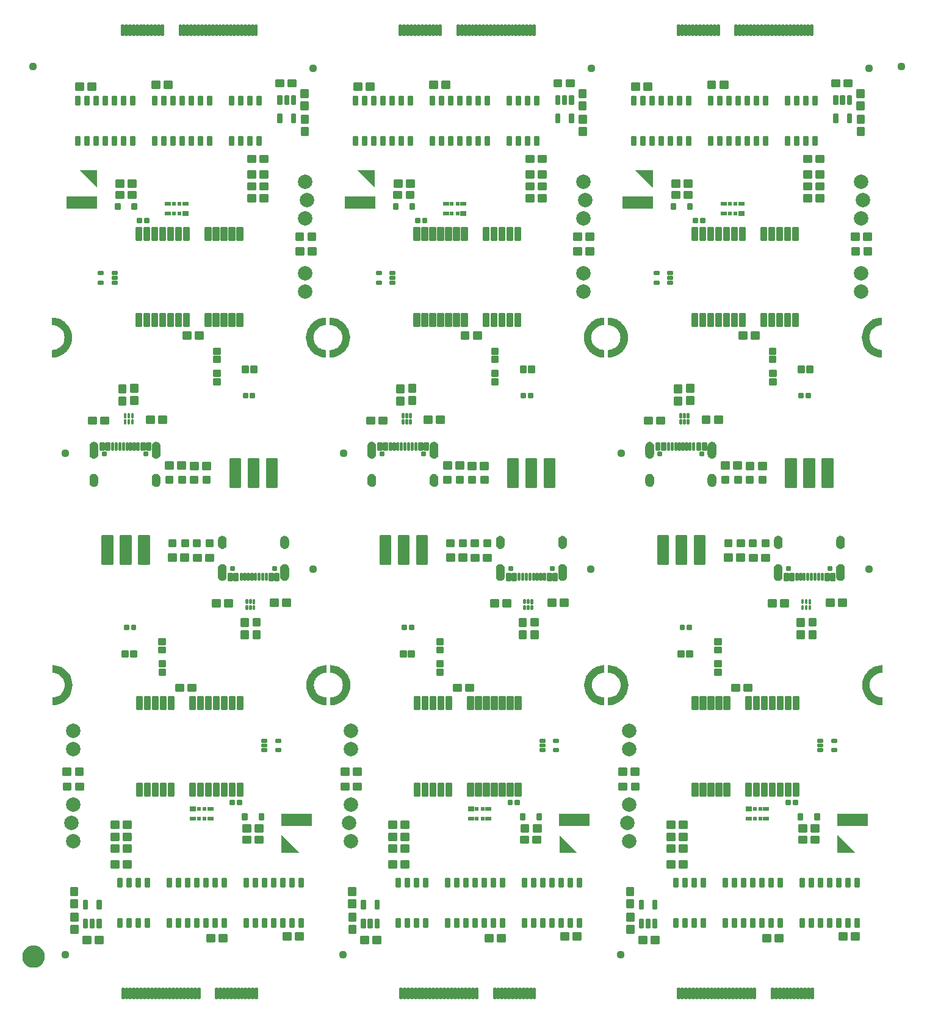
<source format=gts>
G04 EAGLE Gerber RS-274X export*
G75*
%MOMM*%
%FSLAX34Y34*%
%LPD*%
%INSoldermask Top*%
%IPPOS*%
%AMOC8*
5,1,8,0,0,1.08239X$1,22.5*%
G01*
%ADD10C,0.225400*%
%ADD11R,4.200000X1.700000*%
%ADD12C,0.428259*%
%ADD13C,0.227100*%
%ADD14C,0.223409*%
%ADD15C,0.231750*%
%ADD16C,0.229969*%
%ADD17C,0.230578*%
%ADD18C,0.225369*%
%ADD19C,0.777000*%
%ADD20C,0.227778*%
%ADD21C,0.224709*%
%ADD22R,0.840000X0.620000*%
%ADD23R,0.560000X0.620000*%
%ADD24R,0.840000X0.640000*%
%ADD25C,1.127000*%
%ADD26C,0.228959*%
%ADD27C,0.736600*%
%ADD28C,2.006600*%
%ADD29C,0.229738*%
%ADD30C,1.270000*%
%ADD31C,1.627000*%

G36*
X3923Y894987D02*
X3923Y894987D01*
X3933Y894991D01*
X3959Y894992D01*
X7793Y895826D01*
X7801Y895831D01*
X7827Y895836D01*
X11503Y897208D01*
X11511Y897213D01*
X11535Y897222D01*
X14979Y899103D01*
X14986Y899110D01*
X15009Y899122D01*
X18150Y901473D01*
X18156Y901481D01*
X18177Y901497D01*
X20951Y904271D01*
X20956Y904280D01*
X20975Y904298D01*
X23326Y907439D01*
X23329Y907448D01*
X23345Y907469D01*
X25226Y910913D01*
X25228Y910922D01*
X25240Y910945D01*
X26612Y914621D01*
X26612Y914631D01*
X26622Y914655D01*
X27456Y918489D01*
X27455Y918499D01*
X27461Y918525D01*
X27741Y922438D01*
X27739Y922448D01*
X27741Y922474D01*
X27461Y926387D01*
X27459Y926392D01*
X27460Y926395D01*
X27457Y926401D01*
X27456Y926423D01*
X26622Y930257D01*
X26617Y930265D01*
X26612Y930291D01*
X25240Y933967D01*
X25235Y933975D01*
X25226Y933999D01*
X23345Y937443D01*
X23338Y937450D01*
X23326Y937473D01*
X20975Y940614D01*
X20967Y940620D01*
X20951Y940641D01*
X18177Y943415D01*
X18168Y943420D01*
X18150Y943439D01*
X15009Y945790D01*
X15000Y945793D01*
X14979Y945809D01*
X11535Y947690D01*
X11526Y947692D01*
X11503Y947704D01*
X7827Y949076D01*
X7817Y949076D01*
X7793Y949086D01*
X3959Y949920D01*
X3949Y949919D01*
X3923Y949925D01*
X10Y950205D01*
X-16Y950199D01*
X-41Y950203D01*
X-83Y950185D01*
X-127Y950175D01*
X-145Y950157D01*
X-169Y950146D01*
X-194Y950108D01*
X-226Y950077D01*
X-232Y950051D01*
X-246Y950030D01*
X-257Y949956D01*
X-257Y939956D01*
X-255Y939949D01*
X-257Y939942D01*
X-236Y939883D01*
X-218Y939822D01*
X-213Y939817D01*
X-210Y939810D01*
X-160Y939772D01*
X-113Y939730D01*
X-106Y939729D01*
X-100Y939724D01*
X-28Y939708D01*
X2690Y939494D01*
X5323Y938862D01*
X7823Y937826D01*
X10131Y936412D01*
X12190Y934654D01*
X13948Y932595D01*
X15362Y930287D01*
X16398Y927787D01*
X17030Y925154D01*
X17242Y922456D01*
X17030Y919758D01*
X16398Y917125D01*
X15362Y914625D01*
X13948Y912317D01*
X12190Y910258D01*
X10131Y908500D01*
X7823Y907086D01*
X5323Y906050D01*
X2690Y905418D01*
X-28Y905204D01*
X-34Y905202D01*
X-41Y905203D01*
X-99Y905177D01*
X-158Y905155D01*
X-163Y905149D01*
X-169Y905146D01*
X-204Y905093D01*
X-242Y905043D01*
X-242Y905036D01*
X-246Y905030D01*
X-257Y904956D01*
X-257Y894956D01*
X-250Y894931D01*
X-252Y894905D01*
X-231Y894865D01*
X-218Y894822D01*
X-198Y894805D01*
X-186Y894782D01*
X-147Y894760D01*
X-113Y894730D01*
X-87Y894726D01*
X-64Y894713D01*
X10Y894707D01*
X3923Y894987D01*
G37*
G36*
X775575Y412531D02*
X775575Y412531D01*
X775585Y412535D01*
X775611Y412536D01*
X779445Y413370D01*
X779453Y413375D01*
X779479Y413380D01*
X783155Y414752D01*
X783163Y414757D01*
X783187Y414766D01*
X786631Y416647D01*
X786638Y416654D01*
X786661Y416666D01*
X789802Y419017D01*
X789808Y419025D01*
X789829Y419041D01*
X792603Y421815D01*
X792608Y421824D01*
X792627Y421842D01*
X794978Y424983D01*
X794981Y424992D01*
X794997Y425013D01*
X796878Y428457D01*
X796880Y428466D01*
X796892Y428489D01*
X798264Y432165D01*
X798264Y432175D01*
X798274Y432199D01*
X799108Y436033D01*
X799107Y436043D01*
X799113Y436069D01*
X799393Y439982D01*
X799391Y439992D01*
X799393Y440018D01*
X799113Y443931D01*
X799111Y443936D01*
X799112Y443939D01*
X799109Y443945D01*
X799108Y443967D01*
X798274Y447801D01*
X798269Y447809D01*
X798264Y447835D01*
X796892Y451511D01*
X796887Y451519D01*
X796878Y451543D01*
X794997Y454987D01*
X794990Y454994D01*
X794978Y455017D01*
X792627Y458158D01*
X792619Y458164D01*
X792603Y458185D01*
X789829Y460959D01*
X789820Y460964D01*
X789802Y460983D01*
X786661Y463334D01*
X786652Y463337D01*
X786631Y463353D01*
X783187Y465234D01*
X783178Y465236D01*
X783155Y465248D01*
X779479Y466620D01*
X779469Y466620D01*
X779445Y466630D01*
X775611Y467464D01*
X775601Y467463D01*
X775575Y467469D01*
X771662Y467749D01*
X771636Y467743D01*
X771611Y467747D01*
X771569Y467729D01*
X771525Y467719D01*
X771507Y467701D01*
X771483Y467690D01*
X771458Y467652D01*
X771426Y467621D01*
X771420Y467595D01*
X771406Y467574D01*
X771395Y467500D01*
X771395Y457500D01*
X771397Y457493D01*
X771395Y457486D01*
X771416Y457427D01*
X771434Y457366D01*
X771439Y457361D01*
X771442Y457354D01*
X771492Y457316D01*
X771539Y457274D01*
X771546Y457273D01*
X771552Y457268D01*
X771624Y457252D01*
X774342Y457038D01*
X776975Y456406D01*
X779475Y455370D01*
X781783Y453956D01*
X783842Y452198D01*
X785600Y450139D01*
X787014Y447831D01*
X788050Y445331D01*
X788682Y442698D01*
X788894Y440000D01*
X788682Y437302D01*
X788050Y434669D01*
X787014Y432169D01*
X785600Y429861D01*
X783842Y427802D01*
X781783Y426044D01*
X779475Y424630D01*
X776975Y423594D01*
X774342Y422962D01*
X771624Y422748D01*
X771618Y422746D01*
X771611Y422747D01*
X771553Y422721D01*
X771494Y422699D01*
X771489Y422693D01*
X771483Y422690D01*
X771448Y422637D01*
X771410Y422587D01*
X771410Y422580D01*
X771406Y422574D01*
X771395Y422500D01*
X771395Y412500D01*
X771402Y412475D01*
X771400Y412449D01*
X771421Y412409D01*
X771434Y412366D01*
X771454Y412349D01*
X771466Y412326D01*
X771505Y412304D01*
X771539Y412274D01*
X771565Y412270D01*
X771588Y412257D01*
X771662Y412251D01*
X775575Y412531D01*
G37*
G36*
X4431Y412531D02*
X4431Y412531D01*
X4441Y412535D01*
X4467Y412536D01*
X8301Y413370D01*
X8309Y413375D01*
X8335Y413380D01*
X12011Y414752D01*
X12019Y414757D01*
X12043Y414766D01*
X15487Y416647D01*
X15494Y416654D01*
X15517Y416666D01*
X18658Y419017D01*
X18664Y419025D01*
X18685Y419041D01*
X21459Y421815D01*
X21464Y421824D01*
X21483Y421842D01*
X23834Y424983D01*
X23837Y424992D01*
X23853Y425013D01*
X25734Y428457D01*
X25736Y428466D01*
X25748Y428489D01*
X27120Y432165D01*
X27120Y432175D01*
X27130Y432199D01*
X27964Y436033D01*
X27963Y436043D01*
X27969Y436069D01*
X28249Y439982D01*
X28247Y439992D01*
X28249Y440018D01*
X27969Y443931D01*
X27967Y443936D01*
X27968Y443939D01*
X27965Y443945D01*
X27964Y443967D01*
X27130Y447801D01*
X27125Y447809D01*
X27120Y447835D01*
X25748Y451511D01*
X25743Y451519D01*
X25734Y451543D01*
X23853Y454987D01*
X23846Y454994D01*
X23834Y455017D01*
X21483Y458158D01*
X21475Y458164D01*
X21459Y458185D01*
X18685Y460959D01*
X18676Y460964D01*
X18658Y460983D01*
X15517Y463334D01*
X15508Y463337D01*
X15487Y463353D01*
X12043Y465234D01*
X12034Y465236D01*
X12011Y465248D01*
X8335Y466620D01*
X8325Y466620D01*
X8301Y466630D01*
X4467Y467464D01*
X4457Y467463D01*
X4431Y467469D01*
X518Y467749D01*
X492Y467743D01*
X467Y467747D01*
X425Y467729D01*
X381Y467719D01*
X363Y467701D01*
X339Y467690D01*
X314Y467652D01*
X282Y467621D01*
X276Y467595D01*
X262Y467574D01*
X251Y467500D01*
X251Y457500D01*
X253Y457493D01*
X251Y457486D01*
X272Y457427D01*
X290Y457366D01*
X295Y457361D01*
X298Y457354D01*
X348Y457316D01*
X395Y457274D01*
X402Y457273D01*
X408Y457268D01*
X480Y457252D01*
X3198Y457038D01*
X5831Y456406D01*
X8331Y455370D01*
X10639Y453956D01*
X12698Y452198D01*
X14456Y450139D01*
X15870Y447831D01*
X16906Y445331D01*
X17538Y442698D01*
X17750Y440000D01*
X17538Y437302D01*
X16906Y434669D01*
X15870Y432169D01*
X14456Y429861D01*
X12698Y427802D01*
X10639Y426044D01*
X8331Y424630D01*
X5831Y423594D01*
X3198Y422962D01*
X480Y422748D01*
X474Y422746D01*
X467Y422747D01*
X409Y422721D01*
X350Y422699D01*
X345Y422693D01*
X339Y422690D01*
X304Y422637D01*
X266Y422587D01*
X266Y422580D01*
X262Y422574D01*
X251Y422500D01*
X251Y412500D01*
X258Y412475D01*
X256Y412449D01*
X277Y412409D01*
X290Y412366D01*
X310Y412349D01*
X322Y412326D01*
X361Y412304D01*
X395Y412274D01*
X421Y412270D01*
X444Y412257D01*
X518Y412251D01*
X4431Y412531D01*
G37*
G36*
X775067Y894987D02*
X775067Y894987D01*
X775077Y894991D01*
X775103Y894992D01*
X778937Y895826D01*
X778945Y895831D01*
X778971Y895836D01*
X782647Y897208D01*
X782655Y897213D01*
X782679Y897222D01*
X786123Y899103D01*
X786130Y899110D01*
X786153Y899122D01*
X789294Y901473D01*
X789300Y901481D01*
X789321Y901497D01*
X792095Y904271D01*
X792100Y904280D01*
X792119Y904298D01*
X794470Y907439D01*
X794473Y907448D01*
X794489Y907469D01*
X796370Y910913D01*
X796372Y910922D01*
X796384Y910945D01*
X797756Y914621D01*
X797756Y914631D01*
X797766Y914655D01*
X798600Y918489D01*
X798599Y918499D01*
X798605Y918525D01*
X798885Y922438D01*
X798883Y922448D01*
X798885Y922474D01*
X798605Y926387D01*
X798603Y926392D01*
X798604Y926395D01*
X798601Y926401D01*
X798600Y926423D01*
X797766Y930257D01*
X797761Y930265D01*
X797756Y930291D01*
X796384Y933967D01*
X796379Y933975D01*
X796370Y933999D01*
X794489Y937443D01*
X794482Y937450D01*
X794470Y937473D01*
X792119Y940614D01*
X792111Y940620D01*
X792095Y940641D01*
X789321Y943415D01*
X789312Y943420D01*
X789294Y943439D01*
X786153Y945790D01*
X786144Y945793D01*
X786123Y945809D01*
X782679Y947690D01*
X782670Y947692D01*
X782647Y947704D01*
X778971Y949076D01*
X778961Y949076D01*
X778937Y949086D01*
X775103Y949920D01*
X775093Y949919D01*
X775067Y949925D01*
X771154Y950205D01*
X771128Y950199D01*
X771103Y950203D01*
X771061Y950185D01*
X771017Y950175D01*
X770999Y950157D01*
X770975Y950146D01*
X770950Y950108D01*
X770918Y950077D01*
X770912Y950051D01*
X770898Y950030D01*
X770887Y949956D01*
X770887Y939956D01*
X770889Y939949D01*
X770887Y939942D01*
X770908Y939883D01*
X770926Y939822D01*
X770931Y939817D01*
X770934Y939810D01*
X770984Y939772D01*
X771031Y939730D01*
X771038Y939729D01*
X771044Y939724D01*
X771116Y939708D01*
X773834Y939494D01*
X776467Y938862D01*
X778967Y937826D01*
X781275Y936412D01*
X783334Y934654D01*
X785092Y932595D01*
X786506Y930287D01*
X787542Y927787D01*
X788174Y925154D01*
X788386Y922456D01*
X788174Y919758D01*
X787542Y917125D01*
X786506Y914625D01*
X785092Y912317D01*
X783334Y910258D01*
X781275Y908500D01*
X778967Y907086D01*
X776467Y906050D01*
X773834Y905418D01*
X771116Y905204D01*
X771110Y905202D01*
X771103Y905203D01*
X771045Y905177D01*
X770986Y905155D01*
X770981Y905149D01*
X770975Y905146D01*
X770940Y905093D01*
X770902Y905043D01*
X770902Y905036D01*
X770898Y905030D01*
X770887Y904956D01*
X770887Y894956D01*
X770894Y894931D01*
X770892Y894905D01*
X770913Y894865D01*
X770926Y894822D01*
X770946Y894805D01*
X770958Y894782D01*
X770997Y894760D01*
X771031Y894730D01*
X771057Y894726D01*
X771080Y894713D01*
X771154Y894707D01*
X775067Y894987D01*
G37*
G36*
X389495Y894987D02*
X389495Y894987D01*
X389505Y894991D01*
X389531Y894992D01*
X393365Y895826D01*
X393373Y895831D01*
X393399Y895836D01*
X397075Y897208D01*
X397083Y897213D01*
X397107Y897222D01*
X400551Y899103D01*
X400558Y899110D01*
X400581Y899122D01*
X403722Y901473D01*
X403728Y901481D01*
X403749Y901497D01*
X406523Y904271D01*
X406528Y904280D01*
X406547Y904298D01*
X408898Y907439D01*
X408901Y907448D01*
X408917Y907469D01*
X410798Y910913D01*
X410800Y910922D01*
X410812Y910945D01*
X412184Y914621D01*
X412184Y914631D01*
X412194Y914655D01*
X413028Y918489D01*
X413027Y918499D01*
X413033Y918525D01*
X413313Y922438D01*
X413311Y922448D01*
X413313Y922474D01*
X413033Y926387D01*
X413031Y926392D01*
X413032Y926395D01*
X413029Y926401D01*
X413028Y926423D01*
X412194Y930257D01*
X412189Y930265D01*
X412184Y930291D01*
X410812Y933967D01*
X410807Y933975D01*
X410798Y933999D01*
X408917Y937443D01*
X408910Y937450D01*
X408898Y937473D01*
X406547Y940614D01*
X406539Y940620D01*
X406523Y940641D01*
X403749Y943415D01*
X403740Y943420D01*
X403722Y943439D01*
X400581Y945790D01*
X400572Y945793D01*
X400551Y945809D01*
X397107Y947690D01*
X397098Y947692D01*
X397075Y947704D01*
X393399Y949076D01*
X393389Y949076D01*
X393365Y949086D01*
X389531Y949920D01*
X389521Y949919D01*
X389495Y949925D01*
X385582Y950205D01*
X385556Y950199D01*
X385531Y950203D01*
X385489Y950185D01*
X385445Y950175D01*
X385427Y950157D01*
X385403Y950146D01*
X385378Y950108D01*
X385346Y950077D01*
X385340Y950051D01*
X385326Y950030D01*
X385315Y949956D01*
X385315Y939956D01*
X385317Y939949D01*
X385315Y939942D01*
X385336Y939883D01*
X385354Y939822D01*
X385359Y939817D01*
X385362Y939810D01*
X385412Y939772D01*
X385459Y939730D01*
X385466Y939729D01*
X385472Y939724D01*
X385544Y939708D01*
X388262Y939494D01*
X390895Y938862D01*
X393395Y937826D01*
X395703Y936412D01*
X397762Y934654D01*
X399520Y932595D01*
X400934Y930287D01*
X401970Y927787D01*
X402602Y925154D01*
X402814Y922456D01*
X402602Y919758D01*
X401970Y917125D01*
X400934Y914625D01*
X399520Y912317D01*
X397762Y910258D01*
X395703Y908500D01*
X393395Y907086D01*
X390895Y906050D01*
X388262Y905418D01*
X385544Y905204D01*
X385538Y905202D01*
X385531Y905203D01*
X385473Y905177D01*
X385414Y905155D01*
X385409Y905149D01*
X385403Y905146D01*
X385368Y905093D01*
X385330Y905043D01*
X385330Y905036D01*
X385326Y905030D01*
X385315Y904956D01*
X385315Y894956D01*
X385322Y894931D01*
X385320Y894905D01*
X385341Y894865D01*
X385354Y894822D01*
X385374Y894805D01*
X385386Y894782D01*
X385425Y894760D01*
X385459Y894730D01*
X385485Y894726D01*
X385508Y894713D01*
X385582Y894707D01*
X389495Y894987D01*
G37*
G36*
X390003Y412531D02*
X390003Y412531D01*
X390013Y412535D01*
X390039Y412536D01*
X393873Y413370D01*
X393881Y413375D01*
X393907Y413380D01*
X397583Y414752D01*
X397591Y414757D01*
X397615Y414766D01*
X401059Y416647D01*
X401066Y416654D01*
X401089Y416666D01*
X404230Y419017D01*
X404236Y419025D01*
X404257Y419041D01*
X407031Y421815D01*
X407036Y421824D01*
X407055Y421842D01*
X409406Y424983D01*
X409409Y424992D01*
X409425Y425013D01*
X411306Y428457D01*
X411308Y428466D01*
X411320Y428489D01*
X412692Y432165D01*
X412692Y432175D01*
X412702Y432199D01*
X413536Y436033D01*
X413535Y436043D01*
X413541Y436069D01*
X413821Y439982D01*
X413819Y439992D01*
X413821Y440018D01*
X413541Y443931D01*
X413539Y443936D01*
X413540Y443939D01*
X413537Y443945D01*
X413536Y443967D01*
X412702Y447801D01*
X412697Y447809D01*
X412692Y447835D01*
X411320Y451511D01*
X411315Y451519D01*
X411306Y451543D01*
X409425Y454987D01*
X409418Y454994D01*
X409406Y455017D01*
X407055Y458158D01*
X407047Y458164D01*
X407031Y458185D01*
X404257Y460959D01*
X404248Y460964D01*
X404230Y460983D01*
X401089Y463334D01*
X401080Y463337D01*
X401059Y463353D01*
X397615Y465234D01*
X397606Y465236D01*
X397583Y465248D01*
X393907Y466620D01*
X393897Y466620D01*
X393873Y466630D01*
X390039Y467464D01*
X390029Y467463D01*
X390003Y467469D01*
X386090Y467749D01*
X386064Y467743D01*
X386039Y467747D01*
X385997Y467729D01*
X385953Y467719D01*
X385935Y467701D01*
X385911Y467690D01*
X385886Y467652D01*
X385854Y467621D01*
X385848Y467595D01*
X385834Y467574D01*
X385823Y467500D01*
X385823Y457500D01*
X385825Y457493D01*
X385823Y457486D01*
X385844Y457427D01*
X385862Y457366D01*
X385867Y457361D01*
X385870Y457354D01*
X385920Y457316D01*
X385967Y457274D01*
X385974Y457273D01*
X385980Y457268D01*
X386052Y457252D01*
X388770Y457038D01*
X391403Y456406D01*
X393903Y455370D01*
X396211Y453956D01*
X398270Y452198D01*
X400028Y450139D01*
X401442Y447831D01*
X402478Y445331D01*
X403110Y442698D01*
X403322Y440000D01*
X403110Y437302D01*
X402478Y434669D01*
X401442Y432169D01*
X400028Y429861D01*
X398270Y427802D01*
X396211Y426044D01*
X393903Y424630D01*
X391403Y423594D01*
X388770Y422962D01*
X386052Y422748D01*
X386046Y422746D01*
X386039Y422747D01*
X385981Y422721D01*
X385922Y422699D01*
X385917Y422693D01*
X385911Y422690D01*
X385876Y422637D01*
X385838Y422587D01*
X385838Y422580D01*
X385834Y422574D01*
X385823Y422500D01*
X385823Y412500D01*
X385830Y412475D01*
X385828Y412449D01*
X385849Y412409D01*
X385862Y412366D01*
X385882Y412349D01*
X385894Y412326D01*
X385933Y412304D01*
X385967Y412274D01*
X385993Y412270D01*
X386016Y412257D01*
X386090Y412251D01*
X390003Y412531D01*
G37*
G36*
X1151652Y412257D02*
X1151652Y412257D01*
X1151677Y412253D01*
X1151719Y412271D01*
X1151763Y412281D01*
X1151781Y412299D01*
X1151805Y412310D01*
X1151830Y412348D01*
X1151862Y412379D01*
X1151868Y412405D01*
X1151882Y412427D01*
X1151893Y412500D01*
X1151893Y422500D01*
X1151891Y422507D01*
X1151893Y422514D01*
X1151872Y422573D01*
X1151854Y422634D01*
X1151849Y422639D01*
X1151846Y422646D01*
X1151796Y422685D01*
X1151749Y422726D01*
X1151742Y422727D01*
X1151736Y422732D01*
X1151664Y422748D01*
X1148946Y422962D01*
X1146313Y423594D01*
X1143813Y424630D01*
X1141505Y426044D01*
X1139446Y427802D01*
X1137688Y429861D01*
X1136274Y432169D01*
X1135238Y434669D01*
X1134606Y437302D01*
X1134394Y440000D01*
X1134606Y442698D01*
X1135238Y445331D01*
X1136274Y447831D01*
X1137688Y450139D01*
X1139446Y452198D01*
X1141505Y453956D01*
X1143813Y455370D01*
X1146313Y456406D01*
X1148946Y457038D01*
X1151664Y457252D01*
X1151670Y457254D01*
X1151677Y457253D01*
X1151735Y457279D01*
X1151794Y457301D01*
X1151799Y457307D01*
X1151805Y457310D01*
X1151840Y457363D01*
X1151878Y457413D01*
X1151878Y457421D01*
X1151882Y457427D01*
X1151893Y457500D01*
X1151893Y467500D01*
X1151886Y467525D01*
X1151888Y467551D01*
X1151867Y467591D01*
X1151854Y467634D01*
X1151834Y467651D01*
X1151822Y467674D01*
X1151783Y467696D01*
X1151749Y467726D01*
X1151723Y467730D01*
X1151700Y467743D01*
X1151626Y467749D01*
X1147713Y467469D01*
X1147703Y467465D01*
X1147677Y467464D01*
X1143843Y466630D01*
X1143835Y466625D01*
X1143809Y466620D01*
X1140133Y465248D01*
X1140125Y465243D01*
X1140101Y465234D01*
X1136657Y463353D01*
X1136650Y463346D01*
X1136627Y463334D01*
X1133486Y460983D01*
X1133480Y460975D01*
X1133459Y460959D01*
X1130685Y458185D01*
X1130680Y458176D01*
X1130661Y458158D01*
X1128310Y455017D01*
X1128307Y455008D01*
X1128291Y454987D01*
X1126410Y451543D01*
X1126408Y451534D01*
X1126396Y451511D01*
X1125024Y447835D01*
X1125024Y447825D01*
X1125014Y447801D01*
X1124180Y443967D01*
X1124181Y443957D01*
X1124175Y443931D01*
X1123895Y440018D01*
X1123897Y440008D01*
X1123895Y439982D01*
X1124175Y436069D01*
X1124179Y436059D01*
X1124180Y436033D01*
X1125014Y432199D01*
X1125019Y432191D01*
X1125024Y432165D01*
X1126396Y428489D01*
X1126401Y428481D01*
X1126410Y428457D01*
X1128291Y425013D01*
X1128298Y425006D01*
X1128310Y424983D01*
X1130661Y421842D01*
X1130669Y421836D01*
X1130685Y421815D01*
X1133459Y419041D01*
X1133468Y419036D01*
X1133486Y419017D01*
X1136627Y416666D01*
X1136636Y416663D01*
X1136657Y416647D01*
X1140101Y414766D01*
X1140110Y414764D01*
X1140133Y414752D01*
X1143809Y413380D01*
X1143819Y413380D01*
X1143843Y413370D01*
X1147677Y412536D01*
X1147687Y412537D01*
X1147713Y412531D01*
X1151626Y412251D01*
X1151652Y412257D01*
G37*
G36*
X765572Y894713D02*
X765572Y894713D01*
X765597Y894709D01*
X765639Y894727D01*
X765683Y894737D01*
X765701Y894755D01*
X765725Y894766D01*
X765750Y894804D01*
X765782Y894835D01*
X765788Y894861D01*
X765802Y894883D01*
X765813Y894956D01*
X765813Y904956D01*
X765811Y904963D01*
X765813Y904970D01*
X765792Y905029D01*
X765774Y905090D01*
X765769Y905095D01*
X765766Y905102D01*
X765716Y905141D01*
X765669Y905182D01*
X765662Y905183D01*
X765656Y905188D01*
X765584Y905204D01*
X762866Y905418D01*
X760233Y906050D01*
X757733Y907086D01*
X755425Y908500D01*
X753366Y910258D01*
X751608Y912317D01*
X750194Y914625D01*
X749158Y917125D01*
X748526Y919758D01*
X748314Y922456D01*
X748526Y925154D01*
X749158Y927787D01*
X750194Y930287D01*
X751608Y932595D01*
X753366Y934654D01*
X755425Y936412D01*
X757733Y937826D01*
X760233Y938862D01*
X762866Y939494D01*
X765584Y939708D01*
X765590Y939710D01*
X765597Y939709D01*
X765655Y939735D01*
X765714Y939757D01*
X765719Y939763D01*
X765725Y939766D01*
X765760Y939819D01*
X765798Y939869D01*
X765798Y939877D01*
X765802Y939883D01*
X765813Y939956D01*
X765813Y949956D01*
X765806Y949981D01*
X765808Y950007D01*
X765787Y950047D01*
X765774Y950090D01*
X765754Y950107D01*
X765742Y950130D01*
X765703Y950152D01*
X765669Y950182D01*
X765643Y950186D01*
X765620Y950199D01*
X765546Y950205D01*
X761633Y949925D01*
X761623Y949921D01*
X761597Y949920D01*
X757763Y949086D01*
X757755Y949081D01*
X757729Y949076D01*
X754053Y947704D01*
X754045Y947699D01*
X754021Y947690D01*
X750577Y945809D01*
X750570Y945802D01*
X750547Y945790D01*
X747406Y943439D01*
X747400Y943431D01*
X747379Y943415D01*
X744605Y940641D01*
X744600Y940632D01*
X744581Y940614D01*
X742230Y937473D01*
X742227Y937464D01*
X742211Y937443D01*
X740330Y933999D01*
X740328Y933990D01*
X740316Y933967D01*
X738944Y930291D01*
X738944Y930281D01*
X738934Y930257D01*
X738100Y926423D01*
X738101Y926413D01*
X738095Y926387D01*
X737815Y922474D01*
X737817Y922464D01*
X737815Y922438D01*
X738095Y918525D01*
X738099Y918515D01*
X738100Y918489D01*
X738934Y914655D01*
X738939Y914647D01*
X738944Y914621D01*
X740316Y910945D01*
X740321Y910937D01*
X740330Y910913D01*
X742211Y907469D01*
X742218Y907462D01*
X742230Y907439D01*
X744581Y904298D01*
X744589Y904292D01*
X744605Y904271D01*
X747379Y901497D01*
X747388Y901492D01*
X747406Y901473D01*
X750547Y899122D01*
X750556Y899119D01*
X750577Y899103D01*
X754021Y897222D01*
X754030Y897220D01*
X754053Y897208D01*
X757729Y895836D01*
X757739Y895836D01*
X757763Y895826D01*
X761597Y894992D01*
X761607Y894993D01*
X761633Y894987D01*
X765546Y894707D01*
X765572Y894713D01*
G37*
G36*
X1151144Y894713D02*
X1151144Y894713D01*
X1151169Y894709D01*
X1151211Y894727D01*
X1151255Y894737D01*
X1151273Y894755D01*
X1151297Y894766D01*
X1151322Y894804D01*
X1151354Y894835D01*
X1151360Y894861D01*
X1151374Y894883D01*
X1151385Y894956D01*
X1151385Y904956D01*
X1151383Y904963D01*
X1151385Y904970D01*
X1151364Y905029D01*
X1151346Y905090D01*
X1151341Y905095D01*
X1151338Y905102D01*
X1151288Y905141D01*
X1151241Y905182D01*
X1151234Y905183D01*
X1151228Y905188D01*
X1151156Y905204D01*
X1148438Y905418D01*
X1145805Y906050D01*
X1143305Y907086D01*
X1140997Y908500D01*
X1138938Y910258D01*
X1137180Y912317D01*
X1135766Y914625D01*
X1134730Y917125D01*
X1134098Y919758D01*
X1133886Y922456D01*
X1134098Y925154D01*
X1134730Y927787D01*
X1135766Y930287D01*
X1137180Y932595D01*
X1138938Y934654D01*
X1140997Y936412D01*
X1143305Y937826D01*
X1145805Y938862D01*
X1148438Y939494D01*
X1151156Y939708D01*
X1151162Y939710D01*
X1151169Y939709D01*
X1151227Y939735D01*
X1151286Y939757D01*
X1151291Y939763D01*
X1151297Y939766D01*
X1151332Y939819D01*
X1151370Y939869D01*
X1151370Y939877D01*
X1151374Y939883D01*
X1151385Y939956D01*
X1151385Y949956D01*
X1151378Y949981D01*
X1151380Y950007D01*
X1151359Y950047D01*
X1151346Y950090D01*
X1151326Y950107D01*
X1151314Y950130D01*
X1151275Y950152D01*
X1151241Y950182D01*
X1151215Y950186D01*
X1151192Y950199D01*
X1151118Y950205D01*
X1147205Y949925D01*
X1147195Y949921D01*
X1147169Y949920D01*
X1143335Y949086D01*
X1143327Y949081D01*
X1143301Y949076D01*
X1139625Y947704D01*
X1139617Y947699D01*
X1139593Y947690D01*
X1136149Y945809D01*
X1136142Y945802D01*
X1136119Y945790D01*
X1132978Y943439D01*
X1132972Y943431D01*
X1132951Y943415D01*
X1130177Y940641D01*
X1130172Y940632D01*
X1130153Y940614D01*
X1127802Y937473D01*
X1127799Y937464D01*
X1127783Y937443D01*
X1125902Y933999D01*
X1125900Y933990D01*
X1125888Y933967D01*
X1124516Y930291D01*
X1124516Y930281D01*
X1124506Y930257D01*
X1123672Y926423D01*
X1123673Y926413D01*
X1123667Y926387D01*
X1123387Y922474D01*
X1123389Y922464D01*
X1123387Y922438D01*
X1123667Y918525D01*
X1123671Y918515D01*
X1123672Y918489D01*
X1124506Y914655D01*
X1124511Y914647D01*
X1124516Y914621D01*
X1125888Y910945D01*
X1125893Y910937D01*
X1125902Y910913D01*
X1127783Y907469D01*
X1127790Y907462D01*
X1127802Y907439D01*
X1130153Y904298D01*
X1130161Y904292D01*
X1130177Y904271D01*
X1132951Y901497D01*
X1132960Y901492D01*
X1132978Y901473D01*
X1136119Y899122D01*
X1136128Y899119D01*
X1136149Y899103D01*
X1139593Y897222D01*
X1139602Y897220D01*
X1139625Y897208D01*
X1143301Y895836D01*
X1143311Y895836D01*
X1143335Y895826D01*
X1147169Y894992D01*
X1147179Y894993D01*
X1147205Y894987D01*
X1151118Y894707D01*
X1151144Y894713D01*
G37*
G36*
X380000Y894713D02*
X380000Y894713D01*
X380025Y894709D01*
X380067Y894727D01*
X380111Y894737D01*
X380129Y894755D01*
X380153Y894766D01*
X380178Y894804D01*
X380210Y894835D01*
X380216Y894861D01*
X380230Y894883D01*
X380241Y894956D01*
X380241Y904956D01*
X380239Y904963D01*
X380241Y904970D01*
X380220Y905029D01*
X380202Y905090D01*
X380197Y905095D01*
X380194Y905102D01*
X380144Y905141D01*
X380097Y905182D01*
X380090Y905183D01*
X380084Y905188D01*
X380012Y905204D01*
X377294Y905418D01*
X374661Y906050D01*
X372161Y907086D01*
X369853Y908500D01*
X367794Y910258D01*
X366036Y912317D01*
X364622Y914625D01*
X363586Y917125D01*
X362954Y919758D01*
X362742Y922456D01*
X362954Y925154D01*
X363586Y927787D01*
X364622Y930287D01*
X366036Y932595D01*
X367794Y934654D01*
X369853Y936412D01*
X372161Y937826D01*
X374661Y938862D01*
X377294Y939494D01*
X380012Y939708D01*
X380018Y939710D01*
X380025Y939709D01*
X380083Y939735D01*
X380142Y939757D01*
X380147Y939763D01*
X380153Y939766D01*
X380188Y939819D01*
X380226Y939869D01*
X380226Y939877D01*
X380230Y939883D01*
X380241Y939956D01*
X380241Y949956D01*
X380234Y949981D01*
X380236Y950007D01*
X380215Y950047D01*
X380202Y950090D01*
X380182Y950107D01*
X380170Y950130D01*
X380131Y950152D01*
X380097Y950182D01*
X380071Y950186D01*
X380048Y950199D01*
X379974Y950205D01*
X376061Y949925D01*
X376051Y949921D01*
X376025Y949920D01*
X372191Y949086D01*
X372183Y949081D01*
X372157Y949076D01*
X368481Y947704D01*
X368473Y947699D01*
X368449Y947690D01*
X365005Y945809D01*
X364998Y945802D01*
X364975Y945790D01*
X361834Y943439D01*
X361828Y943431D01*
X361807Y943415D01*
X359033Y940641D01*
X359028Y940632D01*
X359009Y940614D01*
X356658Y937473D01*
X356655Y937464D01*
X356639Y937443D01*
X354758Y933999D01*
X354756Y933990D01*
X354744Y933967D01*
X353372Y930291D01*
X353372Y930281D01*
X353362Y930257D01*
X352528Y926423D01*
X352529Y926413D01*
X352523Y926387D01*
X352243Y922474D01*
X352245Y922464D01*
X352243Y922438D01*
X352523Y918525D01*
X352527Y918515D01*
X352528Y918489D01*
X353362Y914655D01*
X353367Y914647D01*
X353372Y914621D01*
X354744Y910945D01*
X354749Y910937D01*
X354758Y910913D01*
X356639Y907469D01*
X356646Y907462D01*
X356658Y907439D01*
X359009Y904298D01*
X359017Y904292D01*
X359033Y904271D01*
X361807Y901497D01*
X361816Y901492D01*
X361834Y901473D01*
X364975Y899122D01*
X364984Y899119D01*
X365005Y899103D01*
X368449Y897222D01*
X368458Y897220D01*
X368481Y897208D01*
X372157Y895836D01*
X372167Y895836D01*
X372191Y895826D01*
X376025Y894992D01*
X376035Y894993D01*
X376061Y894987D01*
X379974Y894707D01*
X380000Y894713D01*
G37*
G36*
X380508Y412257D02*
X380508Y412257D01*
X380533Y412253D01*
X380575Y412271D01*
X380619Y412281D01*
X380637Y412299D01*
X380661Y412310D01*
X380686Y412348D01*
X380718Y412379D01*
X380724Y412405D01*
X380738Y412427D01*
X380749Y412500D01*
X380749Y422500D01*
X380747Y422507D01*
X380749Y422514D01*
X380728Y422573D01*
X380710Y422634D01*
X380705Y422639D01*
X380702Y422646D01*
X380652Y422685D01*
X380605Y422726D01*
X380598Y422727D01*
X380592Y422732D01*
X380520Y422748D01*
X377802Y422962D01*
X375169Y423594D01*
X372669Y424630D01*
X370361Y426044D01*
X368302Y427802D01*
X366544Y429861D01*
X365130Y432169D01*
X364094Y434669D01*
X363462Y437302D01*
X363250Y440000D01*
X363462Y442698D01*
X364094Y445331D01*
X365130Y447831D01*
X366544Y450139D01*
X368302Y452198D01*
X370361Y453956D01*
X372669Y455370D01*
X375169Y456406D01*
X377802Y457038D01*
X380520Y457252D01*
X380526Y457254D01*
X380533Y457253D01*
X380591Y457279D01*
X380650Y457301D01*
X380655Y457307D01*
X380661Y457310D01*
X380696Y457363D01*
X380734Y457413D01*
X380734Y457421D01*
X380738Y457427D01*
X380749Y457500D01*
X380749Y467500D01*
X380742Y467525D01*
X380744Y467551D01*
X380723Y467591D01*
X380710Y467634D01*
X380690Y467651D01*
X380678Y467674D01*
X380639Y467696D01*
X380605Y467726D01*
X380579Y467730D01*
X380556Y467743D01*
X380482Y467749D01*
X376569Y467469D01*
X376559Y467465D01*
X376533Y467464D01*
X372699Y466630D01*
X372691Y466625D01*
X372665Y466620D01*
X368989Y465248D01*
X368981Y465243D01*
X368957Y465234D01*
X365513Y463353D01*
X365506Y463346D01*
X365483Y463334D01*
X362342Y460983D01*
X362336Y460975D01*
X362315Y460959D01*
X359541Y458185D01*
X359536Y458176D01*
X359517Y458158D01*
X357166Y455017D01*
X357163Y455008D01*
X357147Y454987D01*
X355266Y451543D01*
X355264Y451534D01*
X355252Y451511D01*
X353880Y447835D01*
X353880Y447825D01*
X353870Y447801D01*
X353036Y443967D01*
X353037Y443957D01*
X353031Y443931D01*
X352751Y440018D01*
X352753Y440008D01*
X352751Y439982D01*
X353031Y436069D01*
X353035Y436059D01*
X353036Y436033D01*
X353870Y432199D01*
X353875Y432191D01*
X353880Y432165D01*
X355252Y428489D01*
X355257Y428481D01*
X355266Y428457D01*
X357147Y425013D01*
X357154Y425006D01*
X357166Y424983D01*
X359517Y421842D01*
X359525Y421836D01*
X359541Y421815D01*
X362315Y419041D01*
X362324Y419036D01*
X362342Y419017D01*
X365483Y416666D01*
X365492Y416663D01*
X365513Y416647D01*
X368957Y414766D01*
X368966Y414764D01*
X368989Y414752D01*
X372665Y413380D01*
X372675Y413380D01*
X372699Y413370D01*
X376533Y412536D01*
X376543Y412537D01*
X376569Y412531D01*
X380482Y412251D01*
X380508Y412257D01*
G37*
G36*
X766080Y412257D02*
X766080Y412257D01*
X766105Y412253D01*
X766147Y412271D01*
X766191Y412281D01*
X766209Y412299D01*
X766233Y412310D01*
X766258Y412348D01*
X766290Y412379D01*
X766296Y412405D01*
X766310Y412427D01*
X766321Y412500D01*
X766321Y422500D01*
X766319Y422507D01*
X766321Y422514D01*
X766300Y422573D01*
X766282Y422634D01*
X766277Y422639D01*
X766274Y422646D01*
X766224Y422685D01*
X766177Y422726D01*
X766170Y422727D01*
X766164Y422732D01*
X766092Y422748D01*
X763374Y422962D01*
X760741Y423594D01*
X758241Y424630D01*
X755933Y426044D01*
X753874Y427802D01*
X752116Y429861D01*
X750702Y432169D01*
X749666Y434669D01*
X749034Y437302D01*
X748822Y440000D01*
X749034Y442698D01*
X749666Y445331D01*
X750702Y447831D01*
X752116Y450139D01*
X753874Y452198D01*
X755933Y453956D01*
X758241Y455370D01*
X760741Y456406D01*
X763374Y457038D01*
X766092Y457252D01*
X766098Y457254D01*
X766105Y457253D01*
X766163Y457279D01*
X766222Y457301D01*
X766227Y457307D01*
X766233Y457310D01*
X766268Y457363D01*
X766306Y457413D01*
X766306Y457421D01*
X766310Y457427D01*
X766321Y457500D01*
X766321Y467500D01*
X766314Y467525D01*
X766316Y467551D01*
X766295Y467591D01*
X766282Y467634D01*
X766262Y467651D01*
X766250Y467674D01*
X766211Y467696D01*
X766177Y467726D01*
X766151Y467730D01*
X766128Y467743D01*
X766054Y467749D01*
X762141Y467469D01*
X762131Y467465D01*
X762105Y467464D01*
X758271Y466630D01*
X758263Y466625D01*
X758237Y466620D01*
X754561Y465248D01*
X754553Y465243D01*
X754529Y465234D01*
X751085Y463353D01*
X751078Y463346D01*
X751055Y463334D01*
X747914Y460983D01*
X747908Y460975D01*
X747887Y460959D01*
X745113Y458185D01*
X745108Y458176D01*
X745089Y458158D01*
X742738Y455017D01*
X742735Y455008D01*
X742719Y454987D01*
X740838Y451543D01*
X740836Y451534D01*
X740824Y451511D01*
X739452Y447835D01*
X739452Y447825D01*
X739442Y447801D01*
X738608Y443967D01*
X738609Y443957D01*
X738603Y443931D01*
X738323Y440018D01*
X738325Y440008D01*
X738323Y439982D01*
X738603Y436069D01*
X738607Y436059D01*
X738608Y436033D01*
X739442Y432199D01*
X739447Y432191D01*
X739452Y432165D01*
X740824Y428489D01*
X740829Y428481D01*
X740838Y428457D01*
X742719Y425013D01*
X742726Y425006D01*
X742738Y424983D01*
X745089Y421842D01*
X745097Y421836D01*
X745113Y421815D01*
X747887Y419041D01*
X747896Y419036D01*
X747914Y419017D01*
X751055Y416666D01*
X751064Y416663D01*
X751085Y416647D01*
X754529Y414766D01*
X754538Y414764D01*
X754561Y414752D01*
X758237Y413380D01*
X758247Y413380D01*
X758271Y413370D01*
X762105Y412536D01*
X762115Y412537D01*
X762141Y412531D01*
X766054Y412251D01*
X766080Y412257D01*
G37*
G36*
X447737Y1130578D02*
X447737Y1130578D01*
X447764Y1130580D01*
X447799Y1130606D01*
X447839Y1130624D01*
X447854Y1130647D01*
X447876Y1130663D01*
X447892Y1130704D01*
X447916Y1130741D01*
X447923Y1130784D01*
X447926Y1130793D01*
X447925Y1130800D01*
X447927Y1130814D01*
X447927Y1154814D01*
X447922Y1154830D01*
X447925Y1154847D01*
X447903Y1154897D01*
X447888Y1154948D01*
X447875Y1154959D01*
X447868Y1154975D01*
X447823Y1155005D01*
X447783Y1155040D01*
X447766Y1155043D01*
X447752Y1155052D01*
X447678Y1155063D01*
X423678Y1155063D01*
X423636Y1155051D01*
X423592Y1155048D01*
X423570Y1155032D01*
X423544Y1155024D01*
X423515Y1154991D01*
X423480Y1154965D01*
X423470Y1154939D01*
X423452Y1154919D01*
X423445Y1154875D01*
X423430Y1154835D01*
X423435Y1154808D01*
X423431Y1154781D01*
X423449Y1154740D01*
X423458Y1154698D01*
X423484Y1154662D01*
X423488Y1154653D01*
X423493Y1154649D01*
X423502Y1154638D01*
X447502Y1130638D01*
X447540Y1130617D01*
X447573Y1130588D01*
X447600Y1130584D01*
X447624Y1130571D01*
X447668Y1130574D01*
X447711Y1130567D01*
X447737Y1130578D01*
G37*
G36*
X62165Y1130578D02*
X62165Y1130578D01*
X62192Y1130580D01*
X62227Y1130606D01*
X62267Y1130624D01*
X62282Y1130647D01*
X62304Y1130663D01*
X62320Y1130704D01*
X62344Y1130741D01*
X62351Y1130784D01*
X62354Y1130793D01*
X62353Y1130800D01*
X62355Y1130814D01*
X62355Y1154814D01*
X62350Y1154830D01*
X62353Y1154847D01*
X62331Y1154897D01*
X62316Y1154948D01*
X62303Y1154959D01*
X62296Y1154975D01*
X62251Y1155005D01*
X62211Y1155040D01*
X62194Y1155043D01*
X62180Y1155052D01*
X62106Y1155063D01*
X38106Y1155063D01*
X38064Y1155051D01*
X38020Y1155048D01*
X37998Y1155032D01*
X37972Y1155024D01*
X37943Y1154991D01*
X37908Y1154965D01*
X37898Y1154939D01*
X37880Y1154919D01*
X37873Y1154875D01*
X37858Y1154835D01*
X37863Y1154808D01*
X37859Y1154781D01*
X37877Y1154740D01*
X37886Y1154698D01*
X37912Y1154662D01*
X37916Y1154653D01*
X37921Y1154649D01*
X37930Y1154638D01*
X61930Y1130638D01*
X61968Y1130617D01*
X62001Y1130588D01*
X62028Y1130584D01*
X62052Y1130571D01*
X62096Y1130574D01*
X62139Y1130567D01*
X62165Y1130578D01*
G37*
G36*
X833309Y1130578D02*
X833309Y1130578D01*
X833336Y1130580D01*
X833371Y1130606D01*
X833411Y1130624D01*
X833426Y1130647D01*
X833448Y1130663D01*
X833464Y1130704D01*
X833488Y1130741D01*
X833495Y1130784D01*
X833498Y1130793D01*
X833497Y1130800D01*
X833499Y1130814D01*
X833499Y1154814D01*
X833494Y1154830D01*
X833497Y1154847D01*
X833475Y1154897D01*
X833460Y1154948D01*
X833447Y1154959D01*
X833440Y1154975D01*
X833395Y1155005D01*
X833355Y1155040D01*
X833338Y1155043D01*
X833324Y1155052D01*
X833250Y1155063D01*
X809250Y1155063D01*
X809208Y1155051D01*
X809164Y1155048D01*
X809142Y1155032D01*
X809116Y1155024D01*
X809087Y1154991D01*
X809052Y1154965D01*
X809042Y1154939D01*
X809024Y1154919D01*
X809017Y1154875D01*
X809002Y1154835D01*
X809007Y1154808D01*
X809003Y1154781D01*
X809021Y1154740D01*
X809030Y1154698D01*
X809056Y1154662D01*
X809060Y1154653D01*
X809065Y1154649D01*
X809074Y1154638D01*
X833074Y1130638D01*
X833112Y1130617D01*
X833145Y1130588D01*
X833172Y1130584D01*
X833196Y1130571D01*
X833240Y1130574D01*
X833283Y1130567D01*
X833309Y1130578D01*
G37*
G36*
X1113572Y207405D02*
X1113572Y207405D01*
X1113616Y207408D01*
X1113638Y207424D01*
X1113664Y207432D01*
X1113693Y207465D01*
X1113728Y207491D01*
X1113738Y207517D01*
X1113756Y207537D01*
X1113763Y207581D01*
X1113778Y207621D01*
X1113773Y207648D01*
X1113777Y207675D01*
X1113759Y207716D01*
X1113750Y207758D01*
X1113724Y207794D01*
X1113720Y207803D01*
X1113715Y207807D01*
X1113706Y207818D01*
X1089706Y231818D01*
X1089668Y231839D01*
X1089635Y231868D01*
X1089608Y231872D01*
X1089584Y231885D01*
X1089540Y231882D01*
X1089497Y231889D01*
X1089472Y231878D01*
X1089444Y231876D01*
X1089409Y231850D01*
X1089369Y231832D01*
X1089354Y231809D01*
X1089332Y231793D01*
X1089316Y231752D01*
X1089292Y231716D01*
X1089285Y231672D01*
X1089282Y231663D01*
X1089283Y231656D01*
X1089281Y231642D01*
X1089281Y207642D01*
X1089286Y207626D01*
X1089283Y207609D01*
X1089305Y207559D01*
X1089320Y207508D01*
X1089333Y207497D01*
X1089340Y207481D01*
X1089385Y207451D01*
X1089425Y207416D01*
X1089442Y207413D01*
X1089457Y207404D01*
X1089530Y207393D01*
X1113530Y207393D01*
X1113572Y207405D01*
G37*
G36*
X728000Y207405D02*
X728000Y207405D01*
X728044Y207408D01*
X728066Y207424D01*
X728092Y207432D01*
X728121Y207465D01*
X728156Y207491D01*
X728166Y207517D01*
X728184Y207537D01*
X728191Y207581D01*
X728206Y207621D01*
X728201Y207648D01*
X728205Y207675D01*
X728187Y207716D01*
X728178Y207758D01*
X728152Y207794D01*
X728148Y207803D01*
X728143Y207807D01*
X728134Y207818D01*
X704134Y231818D01*
X704096Y231839D01*
X704063Y231868D01*
X704036Y231872D01*
X704012Y231885D01*
X703968Y231882D01*
X703925Y231889D01*
X703900Y231878D01*
X703872Y231876D01*
X703837Y231850D01*
X703797Y231832D01*
X703782Y231809D01*
X703760Y231793D01*
X703744Y231752D01*
X703720Y231716D01*
X703713Y231672D01*
X703710Y231663D01*
X703711Y231656D01*
X703709Y231642D01*
X703709Y207642D01*
X703714Y207626D01*
X703711Y207609D01*
X703733Y207559D01*
X703748Y207508D01*
X703761Y207497D01*
X703768Y207481D01*
X703813Y207451D01*
X703853Y207416D01*
X703870Y207413D01*
X703885Y207404D01*
X703958Y207393D01*
X727958Y207393D01*
X728000Y207405D01*
G37*
G36*
X342428Y207405D02*
X342428Y207405D01*
X342472Y207408D01*
X342494Y207424D01*
X342520Y207432D01*
X342549Y207465D01*
X342584Y207491D01*
X342594Y207517D01*
X342612Y207537D01*
X342619Y207581D01*
X342634Y207621D01*
X342629Y207648D01*
X342633Y207675D01*
X342615Y207716D01*
X342606Y207758D01*
X342580Y207794D01*
X342576Y207803D01*
X342571Y207807D01*
X342562Y207818D01*
X318562Y231818D01*
X318524Y231839D01*
X318491Y231868D01*
X318464Y231872D01*
X318440Y231885D01*
X318396Y231882D01*
X318353Y231889D01*
X318328Y231878D01*
X318300Y231876D01*
X318265Y231850D01*
X318225Y231832D01*
X318210Y231809D01*
X318188Y231793D01*
X318172Y231752D01*
X318148Y231716D01*
X318141Y231672D01*
X318138Y231663D01*
X318139Y231656D01*
X318137Y231642D01*
X318137Y207642D01*
X318142Y207626D01*
X318139Y207609D01*
X318161Y207559D01*
X318176Y207508D01*
X318189Y207497D01*
X318196Y207481D01*
X318241Y207451D01*
X318281Y207416D01*
X318298Y207413D01*
X318313Y207404D01*
X318386Y207393D01*
X342386Y207393D01*
X342428Y207405D01*
G37*
G36*
X1008478Y584916D02*
X1008478Y584916D01*
X1008483Y584921D01*
X1008487Y584917D01*
X1009584Y585204D01*
X1009588Y585210D01*
X1009593Y585207D01*
X1010612Y585702D01*
X1010615Y585708D01*
X1010620Y585707D01*
X1011523Y586391D01*
X1011525Y586398D01*
X1011530Y586398D01*
X1012283Y587245D01*
X1012283Y587252D01*
X1012288Y587253D01*
X1012861Y588230D01*
X1012860Y588233D01*
X1012861Y588234D01*
X1012860Y588235D01*
X1012860Y588237D01*
X1012865Y588239D01*
X1013236Y589310D01*
X1013234Y589315D01*
X1013237Y589317D01*
X1013236Y589318D01*
X1013238Y589319D01*
X1013393Y590441D01*
X1013390Y590446D01*
X1013393Y590448D01*
X1013393Y602448D01*
X1013390Y602453D01*
X1013393Y602456D01*
X1013188Y603723D01*
X1013182Y603729D01*
X1013185Y603734D01*
X1012703Y604923D01*
X1012696Y604927D01*
X1012698Y604933D01*
X1011964Y605986D01*
X1011956Y605988D01*
X1011957Y605994D01*
X1011007Y606857D01*
X1010998Y606858D01*
X1010998Y606863D01*
X1009879Y607493D01*
X1009871Y607492D01*
X1009869Y607498D01*
X1008639Y607863D01*
X1008631Y607860D01*
X1008628Y607865D01*
X1007347Y607947D01*
X1007341Y607947D01*
X1006060Y607865D01*
X1006054Y607859D01*
X1006049Y607863D01*
X1004819Y607498D01*
X1004814Y607491D01*
X1004809Y607493D01*
X1003690Y606863D01*
X1003687Y606856D01*
X1003681Y606857D01*
X1002731Y605994D01*
X1002730Y605986D01*
X1002724Y605986D01*
X1001990Y604933D01*
X1001990Y604925D01*
X1001985Y604923D01*
X1001503Y603734D01*
X1001505Y603728D01*
X1001501Y603725D01*
X1001502Y603724D01*
X1001500Y603723D01*
X1001295Y602456D01*
X1001298Y602451D01*
X1001295Y602448D01*
X1001295Y590448D01*
X1001298Y590444D01*
X1001295Y590441D01*
X1001450Y589319D01*
X1001455Y589314D01*
X1001452Y589310D01*
X1001823Y588239D01*
X1001829Y588235D01*
X1001827Y588230D01*
X1002400Y587253D01*
X1002406Y587250D01*
X1002405Y587245D01*
X1003158Y586398D01*
X1003165Y586396D01*
X1003165Y586391D01*
X1004068Y585707D01*
X1004075Y585707D01*
X1004076Y585702D01*
X1005095Y585207D01*
X1005102Y585209D01*
X1005104Y585204D01*
X1006201Y584917D01*
X1006207Y584920D01*
X1006210Y584916D01*
X1007341Y584849D01*
X1007345Y584851D01*
X1007347Y584849D01*
X1008478Y584916D01*
G37*
G36*
X622906Y584916D02*
X622906Y584916D01*
X622911Y584921D01*
X622915Y584917D01*
X624012Y585204D01*
X624016Y585210D01*
X624021Y585207D01*
X625040Y585702D01*
X625043Y585708D01*
X625048Y585707D01*
X625951Y586391D01*
X625953Y586398D01*
X625958Y586398D01*
X626711Y587245D01*
X626711Y587252D01*
X626716Y587253D01*
X627289Y588230D01*
X627288Y588233D01*
X627289Y588234D01*
X627288Y588235D01*
X627288Y588237D01*
X627293Y588239D01*
X627664Y589310D01*
X627662Y589315D01*
X627665Y589317D01*
X627664Y589318D01*
X627666Y589319D01*
X627821Y590441D01*
X627818Y590446D01*
X627821Y590448D01*
X627821Y602448D01*
X627818Y602453D01*
X627821Y602456D01*
X627616Y603723D01*
X627610Y603729D01*
X627613Y603734D01*
X627131Y604923D01*
X627124Y604927D01*
X627126Y604933D01*
X626392Y605986D01*
X626384Y605988D01*
X626385Y605994D01*
X625435Y606857D01*
X625426Y606858D01*
X625426Y606863D01*
X624307Y607493D01*
X624299Y607492D01*
X624297Y607498D01*
X623067Y607863D01*
X623059Y607860D01*
X623056Y607865D01*
X621775Y607947D01*
X621769Y607947D01*
X620488Y607865D01*
X620482Y607859D01*
X620477Y607863D01*
X619247Y607498D01*
X619242Y607491D01*
X619237Y607493D01*
X618118Y606863D01*
X618115Y606856D01*
X618109Y606857D01*
X617159Y605994D01*
X617158Y605986D01*
X617152Y605986D01*
X616418Y604933D01*
X616418Y604925D01*
X616413Y604923D01*
X615931Y603734D01*
X615933Y603728D01*
X615929Y603725D01*
X615930Y603724D01*
X615928Y603723D01*
X615723Y602456D01*
X615726Y602451D01*
X615723Y602448D01*
X615723Y590448D01*
X615726Y590444D01*
X615723Y590441D01*
X615878Y589319D01*
X615883Y589314D01*
X615880Y589310D01*
X616251Y588239D01*
X616257Y588235D01*
X616255Y588230D01*
X616828Y587253D01*
X616834Y587250D01*
X616833Y587245D01*
X617586Y586398D01*
X617593Y586396D01*
X617593Y586391D01*
X618496Y585707D01*
X618503Y585707D01*
X618504Y585702D01*
X619523Y585207D01*
X619530Y585209D01*
X619532Y585204D01*
X620629Y584917D01*
X620635Y584920D01*
X620638Y584916D01*
X621769Y584849D01*
X621773Y584851D01*
X621775Y584849D01*
X622906Y584916D01*
G37*
G36*
X709306Y584916D02*
X709306Y584916D01*
X709311Y584921D01*
X709315Y584917D01*
X710412Y585204D01*
X710416Y585210D01*
X710421Y585207D01*
X711440Y585702D01*
X711443Y585708D01*
X711448Y585707D01*
X712351Y586391D01*
X712353Y586398D01*
X712358Y586398D01*
X713111Y587245D01*
X713111Y587252D01*
X713116Y587253D01*
X713689Y588230D01*
X713688Y588233D01*
X713689Y588234D01*
X713688Y588235D01*
X713688Y588237D01*
X713693Y588239D01*
X714064Y589310D01*
X714062Y589315D01*
X714065Y589317D01*
X714064Y589318D01*
X714066Y589319D01*
X714221Y590441D01*
X714218Y590446D01*
X714221Y590448D01*
X714221Y602448D01*
X714218Y602453D01*
X714221Y602456D01*
X714016Y603723D01*
X714010Y603729D01*
X714013Y603734D01*
X713531Y604923D01*
X713524Y604927D01*
X713526Y604933D01*
X712792Y605986D01*
X712784Y605988D01*
X712785Y605994D01*
X711835Y606857D01*
X711826Y606858D01*
X711826Y606863D01*
X710707Y607493D01*
X710699Y607492D01*
X710697Y607498D01*
X709467Y607863D01*
X709459Y607860D01*
X709456Y607865D01*
X708175Y607947D01*
X708169Y607947D01*
X706888Y607865D01*
X706882Y607859D01*
X706877Y607863D01*
X705647Y607498D01*
X705642Y607491D01*
X705637Y607493D01*
X704518Y606863D01*
X704515Y606856D01*
X704509Y606857D01*
X703559Y605994D01*
X703558Y605986D01*
X703552Y605986D01*
X702818Y604933D01*
X702818Y604925D01*
X702813Y604923D01*
X702331Y603734D01*
X702333Y603728D01*
X702329Y603725D01*
X702330Y603724D01*
X702328Y603723D01*
X702123Y602456D01*
X702126Y602451D01*
X702123Y602448D01*
X702123Y590448D01*
X702126Y590444D01*
X702123Y590441D01*
X702278Y589319D01*
X702283Y589314D01*
X702280Y589310D01*
X702651Y588239D01*
X702657Y588235D01*
X702655Y588230D01*
X703228Y587253D01*
X703234Y587250D01*
X703233Y587245D01*
X703986Y586398D01*
X703993Y586396D01*
X703993Y586391D01*
X704896Y585707D01*
X704903Y585707D01*
X704904Y585702D01*
X705923Y585207D01*
X705930Y585209D01*
X705932Y585204D01*
X707029Y584917D01*
X707035Y584920D01*
X707038Y584916D01*
X708169Y584849D01*
X708173Y584851D01*
X708175Y584849D01*
X709306Y584916D01*
G37*
G36*
X237334Y584916D02*
X237334Y584916D01*
X237339Y584921D01*
X237343Y584917D01*
X238440Y585204D01*
X238444Y585210D01*
X238449Y585207D01*
X239468Y585702D01*
X239471Y585708D01*
X239476Y585707D01*
X240379Y586391D01*
X240381Y586398D01*
X240386Y586398D01*
X241139Y587245D01*
X241139Y587252D01*
X241144Y587253D01*
X241717Y588230D01*
X241716Y588233D01*
X241717Y588234D01*
X241716Y588235D01*
X241716Y588237D01*
X241721Y588239D01*
X242092Y589310D01*
X242090Y589315D01*
X242093Y589317D01*
X242092Y589318D01*
X242094Y589319D01*
X242249Y590441D01*
X242246Y590446D01*
X242249Y590448D01*
X242249Y602448D01*
X242246Y602453D01*
X242249Y602456D01*
X242044Y603723D01*
X242038Y603729D01*
X242041Y603734D01*
X241559Y604923D01*
X241552Y604927D01*
X241554Y604933D01*
X240820Y605986D01*
X240812Y605988D01*
X240813Y605994D01*
X239863Y606857D01*
X239854Y606858D01*
X239854Y606863D01*
X238735Y607493D01*
X238727Y607492D01*
X238725Y607498D01*
X237495Y607863D01*
X237487Y607860D01*
X237484Y607865D01*
X236203Y607947D01*
X236197Y607947D01*
X234916Y607865D01*
X234910Y607859D01*
X234905Y607863D01*
X233675Y607498D01*
X233670Y607491D01*
X233665Y607493D01*
X232546Y606863D01*
X232543Y606856D01*
X232537Y606857D01*
X231587Y605994D01*
X231586Y605986D01*
X231580Y605986D01*
X230846Y604933D01*
X230846Y604925D01*
X230841Y604923D01*
X230359Y603734D01*
X230361Y603728D01*
X230357Y603725D01*
X230358Y603724D01*
X230356Y603723D01*
X230151Y602456D01*
X230154Y602451D01*
X230151Y602448D01*
X230151Y590448D01*
X230154Y590444D01*
X230151Y590441D01*
X230306Y589319D01*
X230311Y589314D01*
X230308Y589310D01*
X230679Y588239D01*
X230685Y588235D01*
X230683Y588230D01*
X231256Y587253D01*
X231262Y587250D01*
X231261Y587245D01*
X232014Y586398D01*
X232021Y586396D01*
X232021Y586391D01*
X232924Y585707D01*
X232931Y585707D01*
X232932Y585702D01*
X233951Y585207D01*
X233958Y585209D01*
X233960Y585204D01*
X235057Y584917D01*
X235063Y584920D01*
X235066Y584916D01*
X236197Y584849D01*
X236201Y584851D01*
X236203Y584849D01*
X237334Y584916D01*
G37*
G36*
X323734Y584916D02*
X323734Y584916D01*
X323739Y584921D01*
X323743Y584917D01*
X324840Y585204D01*
X324844Y585210D01*
X324849Y585207D01*
X325868Y585702D01*
X325871Y585708D01*
X325876Y585707D01*
X326779Y586391D01*
X326781Y586398D01*
X326786Y586398D01*
X327539Y587245D01*
X327539Y587252D01*
X327544Y587253D01*
X328117Y588230D01*
X328116Y588233D01*
X328117Y588234D01*
X328116Y588235D01*
X328116Y588237D01*
X328121Y588239D01*
X328492Y589310D01*
X328490Y589315D01*
X328493Y589317D01*
X328492Y589318D01*
X328494Y589319D01*
X328649Y590441D01*
X328646Y590446D01*
X328649Y590448D01*
X328649Y602448D01*
X328646Y602453D01*
X328649Y602456D01*
X328444Y603723D01*
X328438Y603729D01*
X328441Y603734D01*
X327959Y604923D01*
X327952Y604927D01*
X327954Y604933D01*
X327220Y605986D01*
X327212Y605988D01*
X327213Y605994D01*
X326263Y606857D01*
X326254Y606858D01*
X326254Y606863D01*
X325135Y607493D01*
X325127Y607492D01*
X325125Y607498D01*
X323895Y607863D01*
X323887Y607860D01*
X323884Y607865D01*
X322603Y607947D01*
X322597Y607947D01*
X321316Y607865D01*
X321310Y607859D01*
X321305Y607863D01*
X320075Y607498D01*
X320070Y607491D01*
X320065Y607493D01*
X318946Y606863D01*
X318943Y606856D01*
X318937Y606857D01*
X317987Y605994D01*
X317986Y605986D01*
X317980Y605986D01*
X317246Y604933D01*
X317246Y604925D01*
X317241Y604923D01*
X316759Y603734D01*
X316761Y603728D01*
X316757Y603725D01*
X316758Y603724D01*
X316756Y603723D01*
X316551Y602456D01*
X316554Y602451D01*
X316551Y602448D01*
X316551Y590448D01*
X316554Y590444D01*
X316551Y590441D01*
X316706Y589319D01*
X316711Y589314D01*
X316708Y589310D01*
X317079Y588239D01*
X317085Y588235D01*
X317083Y588230D01*
X317656Y587253D01*
X317662Y587250D01*
X317661Y587245D01*
X318414Y586398D01*
X318421Y586396D01*
X318421Y586391D01*
X319324Y585707D01*
X319331Y585707D01*
X319332Y585702D01*
X320351Y585207D01*
X320358Y585209D01*
X320360Y585204D01*
X321457Y584917D01*
X321463Y584920D01*
X321466Y584916D01*
X322597Y584849D01*
X322601Y584851D01*
X322603Y584849D01*
X323734Y584916D01*
G37*
G36*
X1094878Y584916D02*
X1094878Y584916D01*
X1094883Y584921D01*
X1094887Y584917D01*
X1095984Y585204D01*
X1095988Y585210D01*
X1095993Y585207D01*
X1097012Y585702D01*
X1097015Y585708D01*
X1097020Y585707D01*
X1097923Y586391D01*
X1097925Y586398D01*
X1097930Y586398D01*
X1098683Y587245D01*
X1098683Y587252D01*
X1098688Y587253D01*
X1099261Y588230D01*
X1099260Y588233D01*
X1099261Y588234D01*
X1099260Y588235D01*
X1099260Y588237D01*
X1099265Y588239D01*
X1099636Y589310D01*
X1099634Y589315D01*
X1099637Y589317D01*
X1099636Y589318D01*
X1099638Y589319D01*
X1099793Y590441D01*
X1099790Y590446D01*
X1099793Y590448D01*
X1099793Y602448D01*
X1099790Y602453D01*
X1099793Y602456D01*
X1099588Y603723D01*
X1099582Y603729D01*
X1099585Y603734D01*
X1099103Y604923D01*
X1099096Y604927D01*
X1099098Y604933D01*
X1098364Y605986D01*
X1098356Y605988D01*
X1098357Y605994D01*
X1097407Y606857D01*
X1097398Y606858D01*
X1097398Y606863D01*
X1096279Y607493D01*
X1096271Y607492D01*
X1096269Y607498D01*
X1095039Y607863D01*
X1095031Y607860D01*
X1095028Y607865D01*
X1093747Y607947D01*
X1093741Y607947D01*
X1092460Y607865D01*
X1092454Y607859D01*
X1092449Y607863D01*
X1091219Y607498D01*
X1091214Y607491D01*
X1091209Y607493D01*
X1090090Y606863D01*
X1090087Y606856D01*
X1090081Y606857D01*
X1089131Y605994D01*
X1089130Y605986D01*
X1089124Y605986D01*
X1088390Y604933D01*
X1088390Y604925D01*
X1088385Y604923D01*
X1087903Y603734D01*
X1087905Y603728D01*
X1087901Y603725D01*
X1087902Y603724D01*
X1087900Y603723D01*
X1087695Y602456D01*
X1087698Y602451D01*
X1087695Y602448D01*
X1087695Y590448D01*
X1087698Y590444D01*
X1087695Y590441D01*
X1087850Y589319D01*
X1087855Y589314D01*
X1087852Y589310D01*
X1088223Y588239D01*
X1088229Y588235D01*
X1088227Y588230D01*
X1088800Y587253D01*
X1088806Y587250D01*
X1088805Y587245D01*
X1089558Y586398D01*
X1089565Y586396D01*
X1089565Y586391D01*
X1090468Y585707D01*
X1090475Y585707D01*
X1090476Y585702D01*
X1091495Y585207D01*
X1091502Y585209D01*
X1091504Y585204D01*
X1092601Y584917D01*
X1092607Y584920D01*
X1092610Y584916D01*
X1093741Y584849D01*
X1093745Y584851D01*
X1093747Y584849D01*
X1094878Y584916D01*
G37*
G36*
X830320Y754591D02*
X830320Y754591D01*
X830326Y754597D01*
X830331Y754593D01*
X831561Y754958D01*
X831566Y754965D01*
X831571Y754963D01*
X832690Y755593D01*
X832693Y755600D01*
X832699Y755599D01*
X833649Y756462D01*
X833650Y756470D01*
X833656Y756470D01*
X834390Y757523D01*
X834390Y757531D01*
X834395Y757533D01*
X834877Y758723D01*
X834875Y758728D01*
X834879Y758731D01*
X834878Y758732D01*
X834880Y758733D01*
X835085Y760000D01*
X835082Y760005D01*
X835085Y760008D01*
X835085Y772008D01*
X835082Y772012D01*
X835085Y772015D01*
X834930Y773137D01*
X834925Y773142D01*
X834928Y773146D01*
X834557Y774217D01*
X834551Y774221D01*
X834553Y774226D01*
X833980Y775203D01*
X833974Y775206D01*
X833975Y775211D01*
X833222Y776058D01*
X833215Y776060D01*
X833215Y776065D01*
X832312Y776749D01*
X832305Y776749D01*
X832304Y776754D01*
X831285Y777249D01*
X831278Y777247D01*
X831276Y777252D01*
X830179Y777539D01*
X830173Y777536D01*
X830170Y777540D01*
X829039Y777607D01*
X829033Y777607D01*
X827902Y777540D01*
X827897Y777535D01*
X827893Y777539D01*
X826796Y777252D01*
X826792Y777246D01*
X826787Y777249D01*
X825768Y776754D01*
X825765Y776748D01*
X825760Y776749D01*
X824857Y776065D01*
X824855Y776058D01*
X824850Y776058D01*
X824097Y775211D01*
X824097Y775204D01*
X824092Y775203D01*
X823519Y774226D01*
X823520Y774223D01*
X823519Y774222D01*
X823520Y774221D01*
X823520Y774219D01*
X823515Y774217D01*
X823144Y773146D01*
X823146Y773141D01*
X823143Y773139D01*
X823143Y773138D01*
X823142Y773137D01*
X822987Y772015D01*
X822990Y772010D01*
X822987Y772008D01*
X822987Y760008D01*
X822990Y760003D01*
X822987Y760000D01*
X823192Y758733D01*
X823198Y758727D01*
X823195Y758723D01*
X823677Y757533D01*
X823684Y757529D01*
X823682Y757523D01*
X824416Y756470D01*
X824424Y756468D01*
X824423Y756462D01*
X825373Y755599D01*
X825382Y755598D01*
X825382Y755593D01*
X826501Y754963D01*
X826509Y754964D01*
X826511Y754958D01*
X827741Y754593D01*
X827749Y754596D01*
X827752Y754591D01*
X829033Y754509D01*
X829037Y754512D01*
X829039Y754509D01*
X830320Y754591D01*
G37*
G36*
X916720Y754591D02*
X916720Y754591D01*
X916726Y754597D01*
X916731Y754593D01*
X917961Y754958D01*
X917966Y754965D01*
X917971Y754963D01*
X919090Y755593D01*
X919093Y755600D01*
X919099Y755599D01*
X920049Y756462D01*
X920050Y756470D01*
X920056Y756470D01*
X920790Y757523D01*
X920790Y757531D01*
X920795Y757533D01*
X921277Y758723D01*
X921275Y758728D01*
X921279Y758731D01*
X921278Y758732D01*
X921280Y758733D01*
X921485Y760000D01*
X921482Y760005D01*
X921485Y760008D01*
X921485Y772008D01*
X921482Y772012D01*
X921485Y772015D01*
X921330Y773137D01*
X921325Y773142D01*
X921328Y773146D01*
X920957Y774217D01*
X920951Y774221D01*
X920953Y774226D01*
X920380Y775203D01*
X920374Y775206D01*
X920375Y775211D01*
X919622Y776058D01*
X919615Y776060D01*
X919615Y776065D01*
X918712Y776749D01*
X918705Y776749D01*
X918704Y776754D01*
X917685Y777249D01*
X917678Y777247D01*
X917676Y777252D01*
X916579Y777539D01*
X916573Y777536D01*
X916570Y777540D01*
X915439Y777607D01*
X915433Y777607D01*
X914302Y777540D01*
X914297Y777535D01*
X914293Y777539D01*
X913196Y777252D01*
X913192Y777246D01*
X913187Y777249D01*
X912168Y776754D01*
X912165Y776748D01*
X912160Y776749D01*
X911257Y776065D01*
X911255Y776058D01*
X911250Y776058D01*
X910497Y775211D01*
X910497Y775204D01*
X910492Y775203D01*
X909919Y774226D01*
X909920Y774223D01*
X909919Y774222D01*
X909920Y774221D01*
X909920Y774219D01*
X909915Y774217D01*
X909544Y773146D01*
X909546Y773141D01*
X909543Y773139D01*
X909543Y773138D01*
X909542Y773137D01*
X909387Y772015D01*
X909390Y772010D01*
X909387Y772008D01*
X909387Y760008D01*
X909390Y760003D01*
X909387Y760000D01*
X909592Y758733D01*
X909598Y758727D01*
X909595Y758723D01*
X910077Y757533D01*
X910084Y757529D01*
X910082Y757523D01*
X910816Y756470D01*
X910824Y756468D01*
X910823Y756462D01*
X911773Y755599D01*
X911782Y755598D01*
X911782Y755593D01*
X912901Y754963D01*
X912909Y754964D01*
X912911Y754958D01*
X914141Y754593D01*
X914149Y754596D01*
X914152Y754591D01*
X915433Y754509D01*
X915437Y754512D01*
X915439Y754509D01*
X916720Y754591D01*
G37*
G36*
X145576Y754591D02*
X145576Y754591D01*
X145582Y754597D01*
X145587Y754593D01*
X146817Y754958D01*
X146822Y754965D01*
X146827Y754963D01*
X147946Y755593D01*
X147949Y755600D01*
X147955Y755599D01*
X148905Y756462D01*
X148906Y756470D01*
X148912Y756470D01*
X149646Y757523D01*
X149646Y757531D01*
X149651Y757533D01*
X150133Y758723D01*
X150131Y758728D01*
X150135Y758731D01*
X150134Y758732D01*
X150136Y758733D01*
X150341Y760000D01*
X150338Y760005D01*
X150341Y760008D01*
X150341Y772008D01*
X150338Y772012D01*
X150341Y772015D01*
X150186Y773137D01*
X150181Y773142D01*
X150184Y773146D01*
X149813Y774217D01*
X149807Y774221D01*
X149809Y774226D01*
X149236Y775203D01*
X149230Y775206D01*
X149231Y775211D01*
X148478Y776058D01*
X148471Y776060D01*
X148471Y776065D01*
X147568Y776749D01*
X147561Y776749D01*
X147560Y776754D01*
X146541Y777249D01*
X146534Y777247D01*
X146532Y777252D01*
X145435Y777539D01*
X145429Y777536D01*
X145426Y777540D01*
X144295Y777607D01*
X144289Y777607D01*
X143158Y777540D01*
X143153Y777535D01*
X143149Y777539D01*
X142052Y777252D01*
X142048Y777246D01*
X142043Y777249D01*
X141024Y776754D01*
X141021Y776748D01*
X141016Y776749D01*
X140113Y776065D01*
X140111Y776058D01*
X140106Y776058D01*
X139353Y775211D01*
X139353Y775204D01*
X139348Y775203D01*
X138775Y774226D01*
X138776Y774223D01*
X138775Y774222D01*
X138776Y774221D01*
X138776Y774219D01*
X138771Y774217D01*
X138400Y773146D01*
X138402Y773141D01*
X138399Y773139D01*
X138399Y773138D01*
X138398Y773137D01*
X138243Y772015D01*
X138246Y772010D01*
X138243Y772008D01*
X138243Y760008D01*
X138246Y760003D01*
X138243Y760000D01*
X138448Y758733D01*
X138454Y758727D01*
X138451Y758723D01*
X138933Y757533D01*
X138940Y757529D01*
X138938Y757523D01*
X139672Y756470D01*
X139680Y756468D01*
X139679Y756462D01*
X140629Y755599D01*
X140638Y755598D01*
X140638Y755593D01*
X141757Y754963D01*
X141765Y754964D01*
X141767Y754958D01*
X142997Y754593D01*
X143005Y754596D01*
X143008Y754591D01*
X144289Y754509D01*
X144293Y754512D01*
X144295Y754509D01*
X145576Y754591D01*
G37*
G36*
X444748Y754591D02*
X444748Y754591D01*
X444754Y754597D01*
X444759Y754593D01*
X445989Y754958D01*
X445994Y754965D01*
X445999Y754963D01*
X447118Y755593D01*
X447121Y755600D01*
X447127Y755599D01*
X448077Y756462D01*
X448078Y756470D01*
X448084Y756470D01*
X448818Y757523D01*
X448818Y757531D01*
X448823Y757533D01*
X449305Y758723D01*
X449303Y758728D01*
X449307Y758731D01*
X449306Y758732D01*
X449308Y758733D01*
X449513Y760000D01*
X449510Y760005D01*
X449513Y760008D01*
X449513Y772008D01*
X449510Y772012D01*
X449513Y772015D01*
X449358Y773137D01*
X449353Y773142D01*
X449356Y773146D01*
X448985Y774217D01*
X448979Y774221D01*
X448981Y774226D01*
X448408Y775203D01*
X448402Y775206D01*
X448403Y775211D01*
X447650Y776058D01*
X447643Y776060D01*
X447643Y776065D01*
X446740Y776749D01*
X446733Y776749D01*
X446732Y776754D01*
X445713Y777249D01*
X445706Y777247D01*
X445704Y777252D01*
X444607Y777539D01*
X444601Y777536D01*
X444598Y777540D01*
X443467Y777607D01*
X443461Y777607D01*
X442330Y777540D01*
X442325Y777535D01*
X442321Y777539D01*
X441224Y777252D01*
X441220Y777246D01*
X441215Y777249D01*
X440196Y776754D01*
X440193Y776748D01*
X440188Y776749D01*
X439285Y776065D01*
X439283Y776058D01*
X439278Y776058D01*
X438525Y775211D01*
X438525Y775204D01*
X438520Y775203D01*
X437947Y774226D01*
X437948Y774223D01*
X437947Y774222D01*
X437948Y774221D01*
X437948Y774219D01*
X437943Y774217D01*
X437572Y773146D01*
X437574Y773141D01*
X437571Y773139D01*
X437571Y773138D01*
X437570Y773137D01*
X437415Y772015D01*
X437418Y772010D01*
X437415Y772008D01*
X437415Y760008D01*
X437418Y760003D01*
X437415Y760000D01*
X437620Y758733D01*
X437626Y758727D01*
X437623Y758723D01*
X438105Y757533D01*
X438112Y757529D01*
X438110Y757523D01*
X438844Y756470D01*
X438852Y756468D01*
X438851Y756462D01*
X439801Y755599D01*
X439810Y755598D01*
X439810Y755593D01*
X440929Y754963D01*
X440937Y754964D01*
X440939Y754958D01*
X442169Y754593D01*
X442177Y754596D01*
X442180Y754591D01*
X443461Y754509D01*
X443465Y754512D01*
X443467Y754509D01*
X444748Y754591D01*
G37*
G36*
X531148Y754591D02*
X531148Y754591D01*
X531154Y754597D01*
X531159Y754593D01*
X532389Y754958D01*
X532394Y754965D01*
X532399Y754963D01*
X533518Y755593D01*
X533521Y755600D01*
X533527Y755599D01*
X534477Y756462D01*
X534478Y756470D01*
X534484Y756470D01*
X535218Y757523D01*
X535218Y757531D01*
X535223Y757533D01*
X535705Y758723D01*
X535703Y758728D01*
X535707Y758731D01*
X535706Y758732D01*
X535708Y758733D01*
X535913Y760000D01*
X535910Y760005D01*
X535913Y760008D01*
X535913Y772008D01*
X535910Y772012D01*
X535913Y772015D01*
X535758Y773137D01*
X535753Y773142D01*
X535756Y773146D01*
X535385Y774217D01*
X535379Y774221D01*
X535381Y774226D01*
X534808Y775203D01*
X534802Y775206D01*
X534803Y775211D01*
X534050Y776058D01*
X534043Y776060D01*
X534043Y776065D01*
X533140Y776749D01*
X533133Y776749D01*
X533132Y776754D01*
X532113Y777249D01*
X532106Y777247D01*
X532104Y777252D01*
X531007Y777539D01*
X531001Y777536D01*
X530998Y777540D01*
X529867Y777607D01*
X529861Y777607D01*
X528730Y777540D01*
X528725Y777535D01*
X528721Y777539D01*
X527624Y777252D01*
X527620Y777246D01*
X527615Y777249D01*
X526596Y776754D01*
X526593Y776748D01*
X526588Y776749D01*
X525685Y776065D01*
X525683Y776058D01*
X525678Y776058D01*
X524925Y775211D01*
X524925Y775204D01*
X524920Y775203D01*
X524347Y774226D01*
X524348Y774223D01*
X524347Y774222D01*
X524348Y774221D01*
X524348Y774219D01*
X524343Y774217D01*
X523972Y773146D01*
X523974Y773141D01*
X523971Y773139D01*
X523971Y773138D01*
X523970Y773137D01*
X523815Y772015D01*
X523818Y772010D01*
X523815Y772008D01*
X523815Y760008D01*
X523818Y760003D01*
X523815Y760000D01*
X524020Y758733D01*
X524026Y758727D01*
X524023Y758723D01*
X524505Y757533D01*
X524512Y757529D01*
X524510Y757523D01*
X525244Y756470D01*
X525252Y756468D01*
X525251Y756462D01*
X526201Y755599D01*
X526210Y755598D01*
X526210Y755593D01*
X527329Y754963D01*
X527337Y754964D01*
X527339Y754958D01*
X528569Y754593D01*
X528577Y754596D01*
X528580Y754591D01*
X529861Y754509D01*
X529865Y754512D01*
X529867Y754509D01*
X531148Y754591D01*
G37*
G36*
X59176Y754591D02*
X59176Y754591D01*
X59182Y754597D01*
X59187Y754593D01*
X60417Y754958D01*
X60422Y754965D01*
X60427Y754963D01*
X61546Y755593D01*
X61549Y755600D01*
X61555Y755599D01*
X62505Y756462D01*
X62506Y756470D01*
X62512Y756470D01*
X63246Y757523D01*
X63246Y757531D01*
X63251Y757533D01*
X63733Y758723D01*
X63731Y758728D01*
X63735Y758731D01*
X63734Y758732D01*
X63736Y758733D01*
X63941Y760000D01*
X63938Y760005D01*
X63941Y760008D01*
X63941Y772008D01*
X63938Y772012D01*
X63941Y772015D01*
X63786Y773137D01*
X63781Y773142D01*
X63784Y773146D01*
X63413Y774217D01*
X63407Y774221D01*
X63409Y774226D01*
X62836Y775203D01*
X62830Y775206D01*
X62831Y775211D01*
X62078Y776058D01*
X62071Y776060D01*
X62071Y776065D01*
X61168Y776749D01*
X61161Y776749D01*
X61160Y776754D01*
X60141Y777249D01*
X60134Y777247D01*
X60132Y777252D01*
X59035Y777539D01*
X59029Y777536D01*
X59026Y777540D01*
X57895Y777607D01*
X57889Y777607D01*
X56758Y777540D01*
X56753Y777535D01*
X56749Y777539D01*
X55652Y777252D01*
X55648Y777246D01*
X55643Y777249D01*
X54624Y776754D01*
X54621Y776748D01*
X54616Y776749D01*
X53713Y776065D01*
X53711Y776058D01*
X53706Y776058D01*
X52953Y775211D01*
X52953Y775204D01*
X52948Y775203D01*
X52375Y774226D01*
X52376Y774223D01*
X52375Y774222D01*
X52376Y774221D01*
X52376Y774219D01*
X52371Y774217D01*
X52000Y773146D01*
X52002Y773141D01*
X51999Y773139D01*
X51999Y773138D01*
X51998Y773137D01*
X51843Y772015D01*
X51846Y772010D01*
X51843Y772008D01*
X51843Y760008D01*
X51846Y760003D01*
X51843Y760000D01*
X52048Y758733D01*
X52054Y758727D01*
X52051Y758723D01*
X52533Y757533D01*
X52540Y757529D01*
X52538Y757523D01*
X53272Y756470D01*
X53280Y756468D01*
X53279Y756462D01*
X54229Y755599D01*
X54238Y755598D01*
X54238Y755593D01*
X55357Y754963D01*
X55365Y754964D01*
X55367Y754958D01*
X56597Y754593D01*
X56605Y754596D01*
X56608Y754591D01*
X57889Y754509D01*
X57893Y754512D01*
X57895Y754509D01*
X59176Y754591D01*
G37*
G36*
X145463Y715319D02*
X145463Y715319D01*
X145468Y715324D01*
X145472Y715321D01*
X146595Y715656D01*
X146599Y715662D01*
X146603Y715660D01*
X147639Y716208D01*
X147642Y716214D01*
X147647Y716213D01*
X148555Y716952D01*
X148557Y716959D01*
X148562Y716959D01*
X149309Y717861D01*
X149309Y717869D01*
X149315Y717869D01*
X149871Y718900D01*
X149870Y718907D01*
X149875Y718909D01*
X150219Y720028D01*
X150217Y720035D01*
X150221Y720038D01*
X150341Y721203D01*
X150339Y721206D01*
X150341Y721208D01*
X150341Y727208D01*
X150339Y727211D01*
X150341Y727213D01*
X150230Y728389D01*
X150225Y728394D01*
X150228Y728398D01*
X149890Y729530D01*
X149884Y729534D01*
X149886Y729539D01*
X149334Y730583D01*
X149327Y730586D01*
X149329Y730591D01*
X148583Y731507D01*
X148576Y731508D01*
X148576Y731514D01*
X147667Y732267D01*
X147659Y732267D01*
X147659Y732272D01*
X146619Y732833D01*
X146612Y732832D01*
X146610Y732837D01*
X145481Y733184D01*
X145475Y733182D01*
X145472Y733186D01*
X144297Y733307D01*
X144290Y733303D01*
X144286Y733307D01*
X142946Y733150D01*
X142940Y733145D01*
X142935Y733148D01*
X141664Y732697D01*
X141659Y732690D01*
X141654Y732692D01*
X140515Y731970D01*
X140512Y731962D01*
X140506Y731963D01*
X139556Y731005D01*
X139555Y730997D01*
X139549Y730996D01*
X138836Y729851D01*
X138837Y729843D01*
X138831Y729841D01*
X138391Y728565D01*
X138393Y728558D01*
X138389Y728555D01*
X138243Y727213D01*
X138245Y727210D01*
X138243Y727208D01*
X138243Y721208D01*
X138245Y721205D01*
X138243Y721202D01*
X138398Y719873D01*
X138404Y719867D01*
X138401Y719863D01*
X138848Y718602D01*
X138855Y718597D01*
X138853Y718592D01*
X139570Y717462D01*
X139577Y717459D01*
X139576Y717453D01*
X140527Y716511D01*
X140535Y716510D01*
X140535Y716504D01*
X141671Y715797D01*
X141679Y715798D01*
X141681Y715792D01*
X142946Y715356D01*
X142951Y715357D01*
X142952Y715357D01*
X142955Y715357D01*
X142957Y715353D01*
X144287Y715209D01*
X144293Y715213D01*
X144297Y715209D01*
X145463Y715319D01*
G37*
G36*
X916607Y715319D02*
X916607Y715319D01*
X916612Y715324D01*
X916616Y715321D01*
X917739Y715656D01*
X917743Y715662D01*
X917747Y715660D01*
X918783Y716208D01*
X918786Y716214D01*
X918791Y716213D01*
X919699Y716952D01*
X919701Y716959D01*
X919706Y716959D01*
X920453Y717861D01*
X920453Y717869D01*
X920459Y717869D01*
X921015Y718900D01*
X921014Y718907D01*
X921019Y718909D01*
X921363Y720028D01*
X921361Y720035D01*
X921365Y720038D01*
X921485Y721203D01*
X921483Y721206D01*
X921485Y721208D01*
X921485Y727208D01*
X921483Y727211D01*
X921485Y727213D01*
X921374Y728389D01*
X921369Y728394D01*
X921372Y728398D01*
X921034Y729530D01*
X921028Y729534D01*
X921030Y729539D01*
X920478Y730583D01*
X920471Y730586D01*
X920473Y730591D01*
X919727Y731507D01*
X919720Y731508D01*
X919720Y731514D01*
X918811Y732267D01*
X918803Y732267D01*
X918803Y732272D01*
X917763Y732833D01*
X917756Y732832D01*
X917754Y732837D01*
X916625Y733184D01*
X916619Y733182D01*
X916616Y733186D01*
X915441Y733307D01*
X915434Y733303D01*
X915430Y733307D01*
X914090Y733150D01*
X914084Y733145D01*
X914079Y733148D01*
X912808Y732697D01*
X912803Y732690D01*
X912798Y732692D01*
X911659Y731970D01*
X911656Y731962D01*
X911650Y731963D01*
X910700Y731005D01*
X910699Y730997D01*
X910693Y730996D01*
X909980Y729851D01*
X909981Y729843D01*
X909975Y729841D01*
X909535Y728565D01*
X909537Y728558D01*
X909533Y728555D01*
X909387Y727213D01*
X909389Y727210D01*
X909387Y727208D01*
X909387Y721208D01*
X909389Y721205D01*
X909387Y721202D01*
X909542Y719873D01*
X909548Y719867D01*
X909545Y719863D01*
X909992Y718602D01*
X909999Y718597D01*
X909997Y718592D01*
X910714Y717462D01*
X910721Y717459D01*
X910720Y717453D01*
X911671Y716511D01*
X911679Y716510D01*
X911679Y716504D01*
X912815Y715797D01*
X912823Y715798D01*
X912825Y715792D01*
X914090Y715356D01*
X914095Y715357D01*
X914096Y715357D01*
X914099Y715357D01*
X914101Y715353D01*
X915431Y715209D01*
X915437Y715213D01*
X915441Y715209D01*
X916607Y715319D01*
G37*
G36*
X444635Y715319D02*
X444635Y715319D01*
X444640Y715324D01*
X444644Y715321D01*
X445767Y715656D01*
X445771Y715662D01*
X445775Y715660D01*
X446811Y716208D01*
X446814Y716214D01*
X446819Y716213D01*
X447727Y716952D01*
X447729Y716959D01*
X447734Y716959D01*
X448481Y717861D01*
X448481Y717869D01*
X448487Y717869D01*
X449043Y718900D01*
X449042Y718907D01*
X449047Y718909D01*
X449391Y720028D01*
X449389Y720035D01*
X449393Y720038D01*
X449513Y721203D01*
X449511Y721206D01*
X449513Y721208D01*
X449513Y727208D01*
X449511Y727211D01*
X449513Y727213D01*
X449402Y728389D01*
X449397Y728394D01*
X449400Y728398D01*
X449062Y729530D01*
X449056Y729534D01*
X449058Y729539D01*
X448506Y730583D01*
X448499Y730586D01*
X448501Y730591D01*
X447755Y731507D01*
X447748Y731508D01*
X447748Y731514D01*
X446839Y732267D01*
X446831Y732267D01*
X446831Y732272D01*
X445791Y732833D01*
X445784Y732832D01*
X445782Y732837D01*
X444653Y733184D01*
X444647Y733182D01*
X444644Y733186D01*
X443469Y733307D01*
X443462Y733303D01*
X443458Y733307D01*
X442118Y733150D01*
X442112Y733145D01*
X442107Y733148D01*
X440836Y732697D01*
X440831Y732690D01*
X440826Y732692D01*
X439687Y731970D01*
X439684Y731962D01*
X439678Y731963D01*
X438728Y731005D01*
X438727Y730997D01*
X438721Y730996D01*
X438008Y729851D01*
X438009Y729843D01*
X438003Y729841D01*
X437563Y728565D01*
X437565Y728558D01*
X437561Y728555D01*
X437415Y727213D01*
X437417Y727210D01*
X437415Y727208D01*
X437415Y721208D01*
X437417Y721205D01*
X437415Y721202D01*
X437570Y719873D01*
X437576Y719867D01*
X437573Y719863D01*
X438020Y718602D01*
X438027Y718597D01*
X438025Y718592D01*
X438742Y717462D01*
X438749Y717459D01*
X438748Y717453D01*
X439699Y716511D01*
X439707Y716510D01*
X439707Y716504D01*
X440843Y715797D01*
X440851Y715798D01*
X440853Y715792D01*
X442118Y715356D01*
X442123Y715357D01*
X442124Y715357D01*
X442127Y715357D01*
X442129Y715353D01*
X443459Y715209D01*
X443465Y715213D01*
X443469Y715209D01*
X444635Y715319D01*
G37*
G36*
X59063Y715319D02*
X59063Y715319D01*
X59068Y715324D01*
X59072Y715321D01*
X60195Y715656D01*
X60199Y715662D01*
X60203Y715660D01*
X61239Y716208D01*
X61242Y716214D01*
X61247Y716213D01*
X62155Y716952D01*
X62157Y716959D01*
X62162Y716959D01*
X62909Y717861D01*
X62909Y717869D01*
X62915Y717869D01*
X63471Y718900D01*
X63470Y718907D01*
X63475Y718909D01*
X63819Y720028D01*
X63817Y720035D01*
X63821Y720038D01*
X63941Y721203D01*
X63939Y721206D01*
X63941Y721208D01*
X63941Y727208D01*
X63939Y727211D01*
X63941Y727213D01*
X63830Y728389D01*
X63825Y728394D01*
X63828Y728398D01*
X63490Y729530D01*
X63484Y729534D01*
X63486Y729539D01*
X62934Y730583D01*
X62927Y730586D01*
X62929Y730591D01*
X62183Y731507D01*
X62176Y731508D01*
X62176Y731514D01*
X61267Y732267D01*
X61259Y732267D01*
X61259Y732272D01*
X60219Y732833D01*
X60212Y732832D01*
X60210Y732837D01*
X59081Y733184D01*
X59075Y733182D01*
X59072Y733186D01*
X57897Y733307D01*
X57890Y733303D01*
X57886Y733307D01*
X56546Y733150D01*
X56540Y733145D01*
X56535Y733148D01*
X55264Y732697D01*
X55259Y732690D01*
X55254Y732692D01*
X54115Y731970D01*
X54112Y731962D01*
X54106Y731963D01*
X53156Y731005D01*
X53155Y730997D01*
X53149Y730996D01*
X52436Y729851D01*
X52437Y729843D01*
X52431Y729841D01*
X51991Y728565D01*
X51993Y728558D01*
X51989Y728555D01*
X51843Y727213D01*
X51845Y727210D01*
X51843Y727208D01*
X51843Y721208D01*
X51845Y721205D01*
X51843Y721202D01*
X51998Y719873D01*
X52004Y719867D01*
X52001Y719863D01*
X52448Y718602D01*
X52455Y718597D01*
X52453Y718592D01*
X53170Y717462D01*
X53177Y717459D01*
X53176Y717453D01*
X54127Y716511D01*
X54135Y716510D01*
X54135Y716504D01*
X55271Y715797D01*
X55279Y715798D01*
X55281Y715792D01*
X56546Y715356D01*
X56551Y715357D01*
X56552Y715357D01*
X56555Y715357D01*
X56557Y715353D01*
X57887Y715209D01*
X57893Y715213D01*
X57897Y715209D01*
X59063Y715319D01*
G37*
G36*
X830207Y715319D02*
X830207Y715319D01*
X830212Y715324D01*
X830216Y715321D01*
X831339Y715656D01*
X831343Y715662D01*
X831347Y715660D01*
X832383Y716208D01*
X832386Y716214D01*
X832391Y716213D01*
X833299Y716952D01*
X833301Y716959D01*
X833306Y716959D01*
X834053Y717861D01*
X834053Y717869D01*
X834059Y717869D01*
X834615Y718900D01*
X834614Y718907D01*
X834619Y718909D01*
X834963Y720028D01*
X834961Y720035D01*
X834965Y720038D01*
X835085Y721203D01*
X835083Y721206D01*
X835085Y721208D01*
X835085Y727208D01*
X835083Y727211D01*
X835085Y727213D01*
X834974Y728389D01*
X834969Y728394D01*
X834972Y728398D01*
X834634Y729530D01*
X834628Y729534D01*
X834630Y729539D01*
X834078Y730583D01*
X834071Y730586D01*
X834073Y730591D01*
X833327Y731507D01*
X833320Y731508D01*
X833320Y731514D01*
X832411Y732267D01*
X832403Y732267D01*
X832403Y732272D01*
X831363Y732833D01*
X831356Y732832D01*
X831354Y732837D01*
X830225Y733184D01*
X830219Y733182D01*
X830216Y733186D01*
X829041Y733307D01*
X829034Y733303D01*
X829030Y733307D01*
X827690Y733150D01*
X827684Y733145D01*
X827679Y733148D01*
X826408Y732697D01*
X826403Y732690D01*
X826398Y732692D01*
X825259Y731970D01*
X825256Y731962D01*
X825250Y731963D01*
X824300Y731005D01*
X824299Y730997D01*
X824293Y730996D01*
X823580Y729851D01*
X823581Y729843D01*
X823575Y729841D01*
X823135Y728565D01*
X823137Y728558D01*
X823133Y728555D01*
X822987Y727213D01*
X822989Y727210D01*
X822987Y727208D01*
X822987Y721208D01*
X822989Y721205D01*
X822987Y721202D01*
X823142Y719873D01*
X823148Y719867D01*
X823145Y719863D01*
X823592Y718602D01*
X823599Y718597D01*
X823597Y718592D01*
X824314Y717462D01*
X824321Y717459D01*
X824320Y717453D01*
X825271Y716511D01*
X825279Y716510D01*
X825279Y716504D01*
X826415Y715797D01*
X826423Y715798D01*
X826425Y715792D01*
X827690Y715356D01*
X827695Y715357D01*
X827696Y715357D01*
X827699Y715357D01*
X827701Y715353D01*
X829031Y715209D01*
X829037Y715213D01*
X829041Y715209D01*
X830207Y715319D01*
G37*
G36*
X531035Y715319D02*
X531035Y715319D01*
X531040Y715324D01*
X531044Y715321D01*
X532167Y715656D01*
X532171Y715662D01*
X532175Y715660D01*
X533211Y716208D01*
X533214Y716214D01*
X533219Y716213D01*
X534127Y716952D01*
X534129Y716959D01*
X534134Y716959D01*
X534881Y717861D01*
X534881Y717869D01*
X534887Y717869D01*
X535443Y718900D01*
X535442Y718907D01*
X535447Y718909D01*
X535791Y720028D01*
X535789Y720035D01*
X535793Y720038D01*
X535913Y721203D01*
X535911Y721206D01*
X535913Y721208D01*
X535913Y727208D01*
X535911Y727211D01*
X535913Y727213D01*
X535802Y728389D01*
X535797Y728394D01*
X535800Y728398D01*
X535462Y729530D01*
X535456Y729534D01*
X535458Y729539D01*
X534906Y730583D01*
X534899Y730586D01*
X534901Y730591D01*
X534155Y731507D01*
X534148Y731508D01*
X534148Y731514D01*
X533239Y732267D01*
X533231Y732267D01*
X533231Y732272D01*
X532191Y732833D01*
X532184Y732832D01*
X532182Y732837D01*
X531053Y733184D01*
X531047Y733182D01*
X531044Y733186D01*
X529869Y733307D01*
X529862Y733303D01*
X529858Y733307D01*
X528518Y733150D01*
X528512Y733145D01*
X528507Y733148D01*
X527236Y732697D01*
X527231Y732690D01*
X527226Y732692D01*
X526087Y731970D01*
X526084Y731962D01*
X526078Y731963D01*
X525128Y731005D01*
X525127Y730997D01*
X525121Y730996D01*
X524408Y729851D01*
X524409Y729843D01*
X524403Y729841D01*
X523963Y728565D01*
X523965Y728558D01*
X523961Y728555D01*
X523815Y727213D01*
X523817Y727210D01*
X523815Y727208D01*
X523815Y721208D01*
X523817Y721205D01*
X523815Y721202D01*
X523970Y719873D01*
X523976Y719867D01*
X523973Y719863D01*
X524420Y718602D01*
X524427Y718597D01*
X524425Y718592D01*
X525142Y717462D01*
X525149Y717459D01*
X525148Y717453D01*
X526099Y716511D01*
X526107Y716510D01*
X526107Y716504D01*
X527243Y715797D01*
X527251Y715798D01*
X527253Y715792D01*
X528518Y715356D01*
X528523Y715357D01*
X528524Y715357D01*
X528527Y715357D01*
X528529Y715353D01*
X529859Y715209D01*
X529865Y715213D01*
X529869Y715209D01*
X531035Y715319D01*
G37*
G36*
X322602Y629153D02*
X322602Y629153D01*
X322606Y629149D01*
X323946Y629306D01*
X323952Y629311D01*
X323957Y629308D01*
X325228Y629759D01*
X325233Y629766D01*
X325238Y629764D01*
X326377Y630486D01*
X326380Y630494D01*
X326386Y630493D01*
X327336Y631451D01*
X327337Y631459D01*
X327343Y631460D01*
X328056Y632605D01*
X328055Y632614D01*
X328061Y632615D01*
X328501Y633891D01*
X328499Y633898D01*
X328503Y633901D01*
X328649Y635243D01*
X328647Y635246D01*
X328649Y635248D01*
X328649Y641248D01*
X328647Y641252D01*
X328649Y641254D01*
X328494Y642583D01*
X328488Y642589D01*
X328491Y642593D01*
X328044Y643854D01*
X328037Y643859D01*
X328039Y643864D01*
X327322Y644994D01*
X327315Y644997D01*
X327316Y645003D01*
X326366Y645945D01*
X326357Y645946D01*
X326357Y645952D01*
X325221Y646659D01*
X325213Y646658D01*
X325211Y646664D01*
X323946Y647100D01*
X323938Y647098D01*
X323936Y647103D01*
X322605Y647247D01*
X322599Y647243D01*
X322595Y647247D01*
X321429Y647137D01*
X321424Y647132D01*
X321420Y647135D01*
X320297Y646800D01*
X320293Y646794D01*
X320289Y646796D01*
X319253Y646248D01*
X319250Y646242D01*
X319245Y646243D01*
X318337Y645504D01*
X318335Y645497D01*
X318330Y645497D01*
X317583Y644595D01*
X317583Y644588D01*
X317578Y644587D01*
X317021Y643556D01*
X317022Y643549D01*
X317017Y643547D01*
X316673Y642428D01*
X316675Y642421D01*
X316671Y642418D01*
X316551Y641253D01*
X316553Y641250D01*
X316551Y641248D01*
X316551Y635248D01*
X316553Y635245D01*
X316551Y635243D01*
X316662Y634067D01*
X316667Y634062D01*
X316664Y634058D01*
X317002Y632926D01*
X317008Y632922D01*
X317006Y632917D01*
X317558Y631873D01*
X317565Y631870D01*
X317563Y631865D01*
X318309Y630949D01*
X318316Y630948D01*
X318316Y630942D01*
X319226Y630189D01*
X319233Y630189D01*
X319234Y630184D01*
X320273Y629623D01*
X320280Y629624D01*
X320282Y629619D01*
X321411Y629272D01*
X321417Y629274D01*
X321420Y629270D01*
X322595Y629149D01*
X322602Y629153D01*
G37*
G36*
X1093746Y629153D02*
X1093746Y629153D01*
X1093750Y629149D01*
X1095090Y629306D01*
X1095096Y629311D01*
X1095101Y629308D01*
X1096372Y629759D01*
X1096377Y629766D01*
X1096382Y629764D01*
X1097521Y630486D01*
X1097524Y630494D01*
X1097530Y630493D01*
X1098480Y631451D01*
X1098481Y631459D01*
X1098487Y631460D01*
X1099200Y632605D01*
X1099199Y632614D01*
X1099205Y632615D01*
X1099645Y633891D01*
X1099643Y633898D01*
X1099647Y633901D01*
X1099793Y635243D01*
X1099791Y635246D01*
X1099793Y635248D01*
X1099793Y641248D01*
X1099791Y641252D01*
X1099793Y641254D01*
X1099638Y642583D01*
X1099632Y642589D01*
X1099635Y642593D01*
X1099188Y643854D01*
X1099181Y643859D01*
X1099183Y643864D01*
X1098466Y644994D01*
X1098459Y644997D01*
X1098460Y645003D01*
X1097510Y645945D01*
X1097501Y645946D01*
X1097501Y645952D01*
X1096365Y646659D01*
X1096357Y646658D01*
X1096355Y646664D01*
X1095090Y647100D01*
X1095082Y647098D01*
X1095080Y647103D01*
X1093749Y647247D01*
X1093743Y647243D01*
X1093739Y647247D01*
X1092573Y647137D01*
X1092568Y647132D01*
X1092564Y647135D01*
X1091441Y646800D01*
X1091437Y646794D01*
X1091433Y646796D01*
X1090397Y646248D01*
X1090394Y646242D01*
X1090389Y646243D01*
X1089481Y645504D01*
X1089479Y645497D01*
X1089474Y645497D01*
X1088727Y644595D01*
X1088727Y644588D01*
X1088722Y644587D01*
X1088165Y643556D01*
X1088166Y643549D01*
X1088161Y643547D01*
X1087817Y642428D01*
X1087819Y642421D01*
X1087815Y642418D01*
X1087695Y641253D01*
X1087697Y641250D01*
X1087695Y641248D01*
X1087695Y635248D01*
X1087697Y635245D01*
X1087695Y635243D01*
X1087806Y634067D01*
X1087811Y634062D01*
X1087808Y634058D01*
X1088146Y632926D01*
X1088152Y632922D01*
X1088150Y632917D01*
X1088702Y631873D01*
X1088709Y631870D01*
X1088707Y631865D01*
X1089453Y630949D01*
X1089460Y630948D01*
X1089460Y630942D01*
X1090370Y630189D01*
X1090377Y630189D01*
X1090378Y630184D01*
X1091417Y629623D01*
X1091424Y629624D01*
X1091426Y629619D01*
X1092555Y629272D01*
X1092561Y629274D01*
X1092564Y629270D01*
X1093739Y629149D01*
X1093746Y629153D01*
G37*
G36*
X621774Y629153D02*
X621774Y629153D01*
X621778Y629149D01*
X623118Y629306D01*
X623124Y629311D01*
X623129Y629308D01*
X624400Y629759D01*
X624405Y629766D01*
X624410Y629764D01*
X625549Y630486D01*
X625552Y630494D01*
X625558Y630493D01*
X626508Y631451D01*
X626509Y631459D01*
X626515Y631460D01*
X627228Y632605D01*
X627227Y632614D01*
X627233Y632615D01*
X627673Y633891D01*
X627671Y633898D01*
X627675Y633901D01*
X627821Y635243D01*
X627819Y635246D01*
X627821Y635248D01*
X627821Y641248D01*
X627819Y641252D01*
X627821Y641254D01*
X627666Y642583D01*
X627660Y642589D01*
X627663Y642593D01*
X627216Y643854D01*
X627209Y643859D01*
X627211Y643864D01*
X626494Y644994D01*
X626487Y644997D01*
X626488Y645003D01*
X625538Y645945D01*
X625529Y645946D01*
X625529Y645952D01*
X624393Y646659D01*
X624385Y646658D01*
X624383Y646664D01*
X623118Y647100D01*
X623110Y647098D01*
X623108Y647103D01*
X621777Y647247D01*
X621771Y647243D01*
X621767Y647247D01*
X620601Y647137D01*
X620596Y647132D01*
X620592Y647135D01*
X619469Y646800D01*
X619465Y646794D01*
X619461Y646796D01*
X618425Y646248D01*
X618422Y646242D01*
X618417Y646243D01*
X617509Y645504D01*
X617507Y645497D01*
X617502Y645497D01*
X616755Y644595D01*
X616755Y644588D01*
X616750Y644587D01*
X616193Y643556D01*
X616194Y643549D01*
X616189Y643547D01*
X615845Y642428D01*
X615847Y642421D01*
X615843Y642418D01*
X615723Y641253D01*
X615725Y641250D01*
X615723Y641248D01*
X615723Y635248D01*
X615725Y635245D01*
X615723Y635243D01*
X615834Y634067D01*
X615839Y634062D01*
X615836Y634058D01*
X616174Y632926D01*
X616180Y632922D01*
X616178Y632917D01*
X616730Y631873D01*
X616737Y631870D01*
X616735Y631865D01*
X617481Y630949D01*
X617488Y630948D01*
X617488Y630942D01*
X618398Y630189D01*
X618405Y630189D01*
X618406Y630184D01*
X619445Y629623D01*
X619452Y629624D01*
X619454Y629619D01*
X620583Y629272D01*
X620589Y629274D01*
X620592Y629270D01*
X621767Y629149D01*
X621774Y629153D01*
G37*
G36*
X1007346Y629153D02*
X1007346Y629153D01*
X1007350Y629149D01*
X1008690Y629306D01*
X1008696Y629311D01*
X1008701Y629308D01*
X1009972Y629759D01*
X1009977Y629766D01*
X1009982Y629764D01*
X1011121Y630486D01*
X1011124Y630494D01*
X1011130Y630493D01*
X1012080Y631451D01*
X1012081Y631459D01*
X1012087Y631460D01*
X1012800Y632605D01*
X1012799Y632614D01*
X1012805Y632615D01*
X1013245Y633891D01*
X1013243Y633898D01*
X1013247Y633901D01*
X1013393Y635243D01*
X1013391Y635246D01*
X1013393Y635248D01*
X1013393Y641248D01*
X1013391Y641252D01*
X1013393Y641254D01*
X1013238Y642583D01*
X1013232Y642589D01*
X1013235Y642593D01*
X1012788Y643854D01*
X1012781Y643859D01*
X1012783Y643864D01*
X1012066Y644994D01*
X1012059Y644997D01*
X1012060Y645003D01*
X1011110Y645945D01*
X1011101Y645946D01*
X1011101Y645952D01*
X1009965Y646659D01*
X1009957Y646658D01*
X1009955Y646664D01*
X1008690Y647100D01*
X1008682Y647098D01*
X1008680Y647103D01*
X1007349Y647247D01*
X1007343Y647243D01*
X1007339Y647247D01*
X1006173Y647137D01*
X1006168Y647132D01*
X1006164Y647135D01*
X1005041Y646800D01*
X1005037Y646794D01*
X1005033Y646796D01*
X1003997Y646248D01*
X1003994Y646242D01*
X1003989Y646243D01*
X1003081Y645504D01*
X1003079Y645497D01*
X1003074Y645497D01*
X1002327Y644595D01*
X1002327Y644588D01*
X1002322Y644587D01*
X1001765Y643556D01*
X1001766Y643549D01*
X1001761Y643547D01*
X1001417Y642428D01*
X1001419Y642421D01*
X1001415Y642418D01*
X1001295Y641253D01*
X1001297Y641250D01*
X1001295Y641248D01*
X1001295Y635248D01*
X1001297Y635245D01*
X1001295Y635243D01*
X1001406Y634067D01*
X1001411Y634062D01*
X1001408Y634058D01*
X1001746Y632926D01*
X1001752Y632922D01*
X1001750Y632917D01*
X1002302Y631873D01*
X1002309Y631870D01*
X1002307Y631865D01*
X1003053Y630949D01*
X1003060Y630948D01*
X1003060Y630942D01*
X1003970Y630189D01*
X1003977Y630189D01*
X1003978Y630184D01*
X1005017Y629623D01*
X1005024Y629624D01*
X1005026Y629619D01*
X1006155Y629272D01*
X1006161Y629274D01*
X1006164Y629270D01*
X1007339Y629149D01*
X1007346Y629153D01*
G37*
G36*
X708174Y629153D02*
X708174Y629153D01*
X708178Y629149D01*
X709518Y629306D01*
X709524Y629311D01*
X709529Y629308D01*
X710800Y629759D01*
X710805Y629766D01*
X710810Y629764D01*
X711949Y630486D01*
X711952Y630494D01*
X711958Y630493D01*
X712908Y631451D01*
X712909Y631459D01*
X712915Y631460D01*
X713628Y632605D01*
X713627Y632614D01*
X713633Y632615D01*
X714073Y633891D01*
X714071Y633898D01*
X714075Y633901D01*
X714221Y635243D01*
X714219Y635246D01*
X714221Y635248D01*
X714221Y641248D01*
X714219Y641252D01*
X714221Y641254D01*
X714066Y642583D01*
X714060Y642589D01*
X714063Y642593D01*
X713616Y643854D01*
X713609Y643859D01*
X713611Y643864D01*
X712894Y644994D01*
X712887Y644997D01*
X712888Y645003D01*
X711938Y645945D01*
X711929Y645946D01*
X711929Y645952D01*
X710793Y646659D01*
X710785Y646658D01*
X710783Y646664D01*
X709518Y647100D01*
X709510Y647098D01*
X709508Y647103D01*
X708177Y647247D01*
X708171Y647243D01*
X708167Y647247D01*
X707001Y647137D01*
X706996Y647132D01*
X706992Y647135D01*
X705869Y646800D01*
X705865Y646794D01*
X705861Y646796D01*
X704825Y646248D01*
X704822Y646242D01*
X704817Y646243D01*
X703909Y645504D01*
X703907Y645497D01*
X703902Y645497D01*
X703155Y644595D01*
X703155Y644588D01*
X703150Y644587D01*
X702593Y643556D01*
X702594Y643549D01*
X702589Y643547D01*
X702245Y642428D01*
X702247Y642421D01*
X702243Y642418D01*
X702123Y641253D01*
X702125Y641250D01*
X702123Y641248D01*
X702123Y635248D01*
X702125Y635245D01*
X702123Y635243D01*
X702234Y634067D01*
X702239Y634062D01*
X702236Y634058D01*
X702574Y632926D01*
X702580Y632922D01*
X702578Y632917D01*
X703130Y631873D01*
X703137Y631870D01*
X703135Y631865D01*
X703881Y630949D01*
X703888Y630948D01*
X703888Y630942D01*
X704798Y630189D01*
X704805Y630189D01*
X704806Y630184D01*
X705845Y629623D01*
X705852Y629624D01*
X705854Y629619D01*
X706983Y629272D01*
X706989Y629274D01*
X706992Y629270D01*
X708167Y629149D01*
X708174Y629153D01*
G37*
G36*
X236202Y629153D02*
X236202Y629153D01*
X236206Y629149D01*
X237546Y629306D01*
X237552Y629311D01*
X237557Y629308D01*
X238828Y629759D01*
X238833Y629766D01*
X238838Y629764D01*
X239977Y630486D01*
X239980Y630494D01*
X239986Y630493D01*
X240936Y631451D01*
X240937Y631459D01*
X240943Y631460D01*
X241656Y632605D01*
X241655Y632614D01*
X241661Y632615D01*
X242101Y633891D01*
X242099Y633898D01*
X242103Y633901D01*
X242249Y635243D01*
X242247Y635246D01*
X242249Y635248D01*
X242249Y641248D01*
X242247Y641252D01*
X242249Y641254D01*
X242094Y642583D01*
X242088Y642589D01*
X242091Y642593D01*
X241644Y643854D01*
X241637Y643859D01*
X241639Y643864D01*
X240922Y644994D01*
X240915Y644997D01*
X240916Y645003D01*
X239966Y645945D01*
X239957Y645946D01*
X239957Y645952D01*
X238821Y646659D01*
X238813Y646658D01*
X238811Y646664D01*
X237546Y647100D01*
X237538Y647098D01*
X237536Y647103D01*
X236205Y647247D01*
X236199Y647243D01*
X236195Y647247D01*
X235029Y647137D01*
X235024Y647132D01*
X235020Y647135D01*
X233897Y646800D01*
X233893Y646794D01*
X233889Y646796D01*
X232853Y646248D01*
X232850Y646242D01*
X232845Y646243D01*
X231937Y645504D01*
X231935Y645497D01*
X231930Y645497D01*
X231183Y644595D01*
X231183Y644588D01*
X231178Y644587D01*
X230621Y643556D01*
X230622Y643549D01*
X230617Y643547D01*
X230273Y642428D01*
X230275Y642421D01*
X230271Y642418D01*
X230151Y641253D01*
X230153Y641250D01*
X230151Y641248D01*
X230151Y635248D01*
X230153Y635245D01*
X230151Y635243D01*
X230262Y634067D01*
X230267Y634062D01*
X230264Y634058D01*
X230602Y632926D01*
X230608Y632922D01*
X230606Y632917D01*
X231158Y631873D01*
X231165Y631870D01*
X231163Y631865D01*
X231909Y630949D01*
X231916Y630948D01*
X231916Y630942D01*
X232826Y630189D01*
X232833Y630189D01*
X232834Y630184D01*
X233873Y629623D01*
X233880Y629624D01*
X233882Y629619D01*
X235011Y629272D01*
X235017Y629274D01*
X235020Y629270D01*
X236195Y629149D01*
X236202Y629153D01*
G37*
D10*
X274624Y221298D02*
X264608Y221298D01*
X264608Y230314D01*
X274624Y230314D01*
X274624Y221298D01*
X274624Y223439D02*
X264608Y223439D01*
X264608Y225580D02*
X274624Y225580D01*
X274624Y227721D02*
X264608Y227721D01*
X264608Y229862D02*
X274624Y229862D01*
X281608Y221298D02*
X291624Y221298D01*
X281608Y221298D02*
X281608Y230314D01*
X291624Y230314D01*
X291624Y221298D01*
X291624Y223439D02*
X281608Y223439D01*
X281608Y225580D02*
X291624Y225580D01*
X291624Y227721D02*
X281608Y227721D01*
X281608Y229862D02*
X291624Y229862D01*
D11*
X339186Y252942D03*
D10*
X108758Y234378D02*
X98742Y234378D01*
X108758Y234378D02*
X108758Y225362D01*
X98742Y225362D01*
X98742Y234378D01*
X98742Y227503D02*
X108758Y227503D01*
X108758Y229644D02*
X98742Y229644D01*
X98742Y231785D02*
X108758Y231785D01*
X108758Y233926D02*
X98742Y233926D01*
X91758Y234378D02*
X81742Y234378D01*
X91758Y234378D02*
X91758Y225362D01*
X81742Y225362D01*
X81742Y234378D01*
X81742Y227503D02*
X91758Y227503D01*
X91758Y229644D02*
X81742Y229644D01*
X81742Y231785D02*
X91758Y231785D01*
X91758Y233926D02*
X81742Y233926D01*
X98742Y250888D02*
X108758Y250888D01*
X108758Y241872D01*
X98742Y241872D01*
X98742Y250888D01*
X98742Y244013D02*
X108758Y244013D01*
X108758Y246154D02*
X98742Y246154D01*
X98742Y248295D02*
X108758Y248295D01*
X108758Y250436D02*
X98742Y250436D01*
X91758Y250888D02*
X81742Y250888D01*
X91758Y250888D02*
X91758Y241872D01*
X81742Y241872D01*
X81742Y250888D01*
X81742Y244013D02*
X91758Y244013D01*
X91758Y246154D02*
X81742Y246154D01*
X81742Y248295D02*
X91758Y248295D01*
X91758Y250436D02*
X81742Y250436D01*
D12*
X169984Y633792D02*
X169984Y640780D01*
X169984Y633792D02*
X162996Y633792D01*
X162996Y640780D01*
X169984Y640780D01*
X169984Y637861D02*
X162996Y637861D01*
X187524Y640780D02*
X187524Y633792D01*
X180536Y633792D01*
X180536Y640780D01*
X187524Y640780D01*
X187524Y637861D02*
X180536Y637861D01*
D13*
X287220Y261460D02*
X292520Y261460D01*
X292520Y254160D01*
X287220Y254160D01*
X287220Y261460D01*
X287220Y256317D02*
X292520Y256317D01*
X292520Y258474D02*
X287220Y258474D01*
X287220Y260631D02*
X292520Y260631D01*
X269520Y261460D02*
X264220Y261460D01*
X269520Y261460D02*
X269520Y254160D01*
X264220Y254160D01*
X264220Y261460D01*
X264220Y256317D02*
X269520Y256317D01*
X269520Y258474D02*
X264220Y258474D01*
X264220Y260631D02*
X269520Y260631D01*
D10*
X264862Y237046D02*
X274878Y237046D01*
X264862Y237046D02*
X264862Y246062D01*
X274878Y246062D01*
X274878Y237046D01*
X274878Y239187D02*
X264862Y239187D01*
X264862Y241328D02*
X274878Y241328D01*
X274878Y243469D02*
X264862Y243469D01*
X264862Y245610D02*
X274878Y245610D01*
X281862Y237046D02*
X291878Y237046D01*
X281862Y237046D02*
X281862Y246062D01*
X291878Y246062D01*
X291878Y237046D01*
X291878Y239187D02*
X281862Y239187D01*
X281862Y241328D02*
X291878Y241328D01*
X291878Y243469D02*
X281862Y243469D01*
X281862Y245610D02*
X291878Y245610D01*
X188768Y622236D02*
X178752Y622236D01*
X188768Y622236D02*
X188768Y613220D01*
X178752Y613220D01*
X178752Y622236D01*
X178752Y615361D02*
X188768Y615361D01*
X188768Y617502D02*
X178752Y617502D01*
X178752Y619643D02*
X188768Y619643D01*
X188768Y621784D02*
X178752Y621784D01*
X171768Y622236D02*
X161752Y622236D01*
X171768Y622236D02*
X171768Y613220D01*
X161752Y613220D01*
X161752Y622236D01*
X161752Y615361D02*
X171768Y615361D01*
X171768Y617502D02*
X161752Y617502D01*
X161752Y619643D02*
X171768Y619643D01*
X171768Y621784D02*
X161752Y621784D01*
X34734Y141796D02*
X34734Y131780D01*
X25718Y131780D01*
X25718Y141796D01*
X34734Y141796D01*
X34734Y133921D02*
X25718Y133921D01*
X25718Y136062D02*
X34734Y136062D01*
X34734Y138203D02*
X25718Y138203D01*
X25718Y140344D02*
X34734Y140344D01*
X34734Y148780D02*
X34734Y158796D01*
X34734Y148780D02*
X25718Y148780D01*
X25718Y158796D01*
X34734Y158796D01*
X34734Y150921D02*
X25718Y150921D01*
X25718Y153062D02*
X34734Y153062D01*
X34734Y155203D02*
X25718Y155203D01*
X25718Y157344D02*
X34734Y157344D01*
D12*
X204020Y633792D02*
X204020Y640780D01*
X204020Y633792D02*
X197032Y633792D01*
X197032Y640780D01*
X204020Y640780D01*
X204020Y637861D02*
X197032Y637861D01*
X221560Y640780D02*
X221560Y633792D01*
X214572Y633792D01*
X214572Y640780D01*
X221560Y640780D01*
X221560Y637861D02*
X214572Y637861D01*
D10*
X213042Y621474D02*
X223058Y621474D01*
X223058Y612458D01*
X213042Y612458D01*
X213042Y621474D01*
X213042Y614599D02*
X223058Y614599D01*
X223058Y616740D02*
X213042Y616740D01*
X213042Y618881D02*
X223058Y618881D01*
X223058Y621022D02*
X213042Y621022D01*
X206058Y621474D02*
X196042Y621474D01*
X206058Y621474D02*
X206058Y612458D01*
X196042Y612458D01*
X196042Y621474D01*
X196042Y614599D02*
X206058Y614599D01*
X206058Y616740D02*
X196042Y616740D01*
X196042Y618881D02*
X206058Y618881D01*
X206058Y621022D02*
X196042Y621022D01*
D14*
X48140Y104163D02*
X43604Y104163D01*
X43604Y115199D01*
X48140Y115199D01*
X48140Y104163D01*
X48140Y106285D02*
X43604Y106285D01*
X43604Y108407D02*
X48140Y108407D01*
X48140Y110529D02*
X43604Y110529D01*
X43604Y112651D02*
X48140Y112651D01*
X48140Y114773D02*
X43604Y114773D01*
X53104Y104163D02*
X57640Y104163D01*
X53104Y104163D02*
X53104Y115199D01*
X57640Y115199D01*
X57640Y104163D01*
X57640Y106285D02*
X53104Y106285D01*
X53104Y108407D02*
X57640Y108407D01*
X57640Y110529D02*
X53104Y110529D01*
X53104Y112651D02*
X57640Y112651D01*
X57640Y114773D02*
X53104Y114773D01*
X62604Y104163D02*
X67140Y104163D01*
X62604Y104163D02*
X62604Y115199D01*
X67140Y115199D01*
X67140Y104163D01*
X67140Y106285D02*
X62604Y106285D01*
X62604Y108407D02*
X67140Y108407D01*
X67140Y110529D02*
X62604Y110529D01*
X62604Y112651D02*
X67140Y112651D01*
X67140Y114773D02*
X62604Y114773D01*
X62604Y130165D02*
X67140Y130165D01*
X62604Y130165D02*
X62604Y141201D01*
X67140Y141201D01*
X67140Y130165D01*
X67140Y132287D02*
X62604Y132287D01*
X62604Y134409D02*
X67140Y134409D01*
X67140Y136531D02*
X62604Y136531D01*
X62604Y138653D02*
X67140Y138653D01*
X67140Y140775D02*
X62604Y140775D01*
X48140Y130165D02*
X43604Y130165D01*
X43604Y141201D01*
X48140Y141201D01*
X48140Y130165D01*
X48140Y132287D02*
X43604Y132287D01*
X43604Y134409D02*
X48140Y134409D01*
X48140Y136531D02*
X43604Y136531D01*
X43604Y138653D02*
X48140Y138653D01*
X48140Y140775D02*
X43604Y140775D01*
D10*
X26226Y123236D02*
X26226Y113220D01*
X26226Y123236D02*
X35242Y123236D01*
X35242Y113220D01*
X26226Y113220D01*
X26226Y115361D02*
X35242Y115361D01*
X35242Y117502D02*
X26226Y117502D01*
X26226Y119643D02*
X35242Y119643D01*
X35242Y121784D02*
X26226Y121784D01*
X26226Y106236D02*
X26226Y96220D01*
X26226Y106236D02*
X35242Y106236D01*
X35242Y96220D01*
X26226Y96220D01*
X26226Y98361D02*
X35242Y98361D01*
X35242Y100502D02*
X26226Y100502D01*
X26226Y102643D02*
X35242Y102643D01*
X35242Y104784D02*
X26226Y104784D01*
X262446Y522160D02*
X262446Y532176D01*
X271462Y532176D01*
X271462Y522160D01*
X262446Y522160D01*
X262446Y524301D02*
X271462Y524301D01*
X271462Y526442D02*
X262446Y526442D01*
X262446Y528583D02*
X271462Y528583D01*
X271462Y530724D02*
X262446Y530724D01*
X262446Y515176D02*
X262446Y505160D01*
X262446Y515176D02*
X271462Y515176D01*
X271462Y505160D01*
X262446Y505160D01*
X262446Y507301D02*
X271462Y507301D01*
X271462Y509442D02*
X262446Y509442D01*
X262446Y511583D02*
X271462Y511583D01*
X271462Y513724D02*
X262446Y513724D01*
X278956Y522668D02*
X278956Y532684D01*
X287972Y532684D01*
X287972Y522668D01*
X278956Y522668D01*
X278956Y524809D02*
X287972Y524809D01*
X287972Y526950D02*
X278956Y526950D01*
X278956Y529091D02*
X287972Y529091D01*
X287972Y531232D02*
X278956Y531232D01*
X278956Y515684D02*
X278956Y505668D01*
X278956Y515684D02*
X287972Y515684D01*
X287972Y505668D01*
X278956Y505668D01*
X278956Y507809D02*
X287972Y507809D01*
X287972Y509950D02*
X278956Y509950D01*
X278956Y512091D02*
X287972Y512091D01*
X287972Y514232D02*
X278956Y514232D01*
X181558Y432130D02*
X171542Y432130D01*
X171542Y441146D01*
X181558Y441146D01*
X181558Y432130D01*
X181558Y434271D02*
X171542Y434271D01*
X171542Y436412D02*
X181558Y436412D01*
X181558Y438553D02*
X171542Y438553D01*
X171542Y440694D02*
X181558Y440694D01*
X188542Y432130D02*
X198558Y432130D01*
X188542Y432130D02*
X188542Y441146D01*
X198558Y441146D01*
X198558Y432130D01*
X198558Y434271D02*
X188542Y434271D01*
X188542Y436412D02*
X198558Y436412D01*
X198558Y438553D02*
X188542Y438553D01*
X188542Y440694D02*
X198558Y440694D01*
D15*
X263976Y424076D02*
X263976Y407124D01*
X257024Y407124D01*
X257024Y424076D01*
X263976Y424076D01*
X263976Y409326D02*
X257024Y409326D01*
X257024Y411528D02*
X263976Y411528D01*
X263976Y413730D02*
X257024Y413730D01*
X257024Y415932D02*
X263976Y415932D01*
X263976Y418134D02*
X257024Y418134D01*
X257024Y420336D02*
X263976Y420336D01*
X263976Y422538D02*
X257024Y422538D01*
X252976Y424076D02*
X252976Y407124D01*
X246024Y407124D01*
X246024Y424076D01*
X252976Y424076D01*
X252976Y409326D02*
X246024Y409326D01*
X246024Y411528D02*
X252976Y411528D01*
X252976Y413730D02*
X246024Y413730D01*
X246024Y415932D02*
X252976Y415932D01*
X252976Y418134D02*
X246024Y418134D01*
X246024Y420336D02*
X252976Y420336D01*
X252976Y422538D02*
X246024Y422538D01*
X241976Y424076D02*
X241976Y407124D01*
X235024Y407124D01*
X235024Y424076D01*
X241976Y424076D01*
X241976Y409326D02*
X235024Y409326D01*
X235024Y411528D02*
X241976Y411528D01*
X241976Y413730D02*
X235024Y413730D01*
X235024Y415932D02*
X241976Y415932D01*
X241976Y418134D02*
X235024Y418134D01*
X235024Y420336D02*
X241976Y420336D01*
X241976Y422538D02*
X235024Y422538D01*
X230976Y424076D02*
X230976Y407124D01*
X224024Y407124D01*
X224024Y424076D01*
X230976Y424076D01*
X230976Y409326D02*
X224024Y409326D01*
X224024Y411528D02*
X230976Y411528D01*
X230976Y413730D02*
X224024Y413730D01*
X224024Y415932D02*
X230976Y415932D01*
X230976Y418134D02*
X224024Y418134D01*
X224024Y420336D02*
X230976Y420336D01*
X230976Y422538D02*
X224024Y422538D01*
X219976Y424076D02*
X219976Y407124D01*
X213024Y407124D01*
X213024Y424076D01*
X219976Y424076D01*
X219976Y409326D02*
X213024Y409326D01*
X213024Y411528D02*
X219976Y411528D01*
X219976Y413730D02*
X213024Y413730D01*
X213024Y415932D02*
X219976Y415932D01*
X219976Y418134D02*
X213024Y418134D01*
X213024Y420336D02*
X219976Y420336D01*
X219976Y422538D02*
X213024Y422538D01*
X208976Y424076D02*
X208976Y407124D01*
X202024Y407124D01*
X202024Y424076D01*
X208976Y424076D01*
X208976Y409326D02*
X202024Y409326D01*
X202024Y411528D02*
X208976Y411528D01*
X208976Y413730D02*
X202024Y413730D01*
X202024Y415932D02*
X208976Y415932D01*
X208976Y418134D02*
X202024Y418134D01*
X202024Y420336D02*
X208976Y420336D01*
X208976Y422538D02*
X202024Y422538D01*
X197976Y424076D02*
X197976Y407124D01*
X191024Y407124D01*
X191024Y424076D01*
X197976Y424076D01*
X197976Y409326D02*
X191024Y409326D01*
X191024Y411528D02*
X197976Y411528D01*
X197976Y413730D02*
X191024Y413730D01*
X191024Y415932D02*
X197976Y415932D01*
X197976Y418134D02*
X191024Y418134D01*
X191024Y420336D02*
X197976Y420336D01*
X197976Y422538D02*
X191024Y422538D01*
X167976Y424076D02*
X167976Y407124D01*
X161024Y407124D01*
X161024Y424076D01*
X167976Y424076D01*
X167976Y409326D02*
X161024Y409326D01*
X161024Y411528D02*
X167976Y411528D01*
X167976Y413730D02*
X161024Y413730D01*
X161024Y415932D02*
X167976Y415932D01*
X167976Y418134D02*
X161024Y418134D01*
X161024Y420336D02*
X167976Y420336D01*
X167976Y422538D02*
X161024Y422538D01*
X156976Y424076D02*
X156976Y407124D01*
X150024Y407124D01*
X150024Y424076D01*
X156976Y424076D01*
X156976Y409326D02*
X150024Y409326D01*
X150024Y411528D02*
X156976Y411528D01*
X156976Y413730D02*
X150024Y413730D01*
X150024Y415932D02*
X156976Y415932D01*
X156976Y418134D02*
X150024Y418134D01*
X150024Y420336D02*
X156976Y420336D01*
X156976Y422538D02*
X150024Y422538D01*
X145976Y424076D02*
X145976Y407124D01*
X139024Y407124D01*
X139024Y424076D01*
X145976Y424076D01*
X145976Y409326D02*
X139024Y409326D01*
X139024Y411528D02*
X145976Y411528D01*
X145976Y413730D02*
X139024Y413730D01*
X139024Y415932D02*
X145976Y415932D01*
X145976Y418134D02*
X139024Y418134D01*
X139024Y420336D02*
X145976Y420336D01*
X145976Y422538D02*
X139024Y422538D01*
X134976Y424076D02*
X134976Y407124D01*
X128024Y407124D01*
X128024Y424076D01*
X134976Y424076D01*
X134976Y409326D02*
X128024Y409326D01*
X128024Y411528D02*
X134976Y411528D01*
X134976Y413730D02*
X128024Y413730D01*
X128024Y415932D02*
X134976Y415932D01*
X134976Y418134D02*
X128024Y418134D01*
X128024Y420336D02*
X134976Y420336D01*
X134976Y422538D02*
X128024Y422538D01*
X123976Y424076D02*
X123976Y407124D01*
X117024Y407124D01*
X117024Y424076D01*
X123976Y424076D01*
X123976Y409326D02*
X117024Y409326D01*
X117024Y411528D02*
X123976Y411528D01*
X123976Y413730D02*
X117024Y413730D01*
X117024Y415932D02*
X123976Y415932D01*
X123976Y418134D02*
X117024Y418134D01*
X117024Y420336D02*
X123976Y420336D01*
X123976Y422538D02*
X117024Y422538D01*
X117024Y304076D02*
X117024Y287124D01*
X117024Y304076D02*
X123976Y304076D01*
X123976Y287124D01*
X117024Y287124D01*
X117024Y289326D02*
X123976Y289326D01*
X123976Y291528D02*
X117024Y291528D01*
X117024Y293730D02*
X123976Y293730D01*
X123976Y295932D02*
X117024Y295932D01*
X117024Y298134D02*
X123976Y298134D01*
X123976Y300336D02*
X117024Y300336D01*
X117024Y302538D02*
X123976Y302538D01*
X128024Y304076D02*
X128024Y287124D01*
X128024Y304076D02*
X134976Y304076D01*
X134976Y287124D01*
X128024Y287124D01*
X128024Y289326D02*
X134976Y289326D01*
X134976Y291528D02*
X128024Y291528D01*
X128024Y293730D02*
X134976Y293730D01*
X134976Y295932D02*
X128024Y295932D01*
X128024Y298134D02*
X134976Y298134D01*
X134976Y300336D02*
X128024Y300336D01*
X128024Y302538D02*
X134976Y302538D01*
X139024Y304076D02*
X139024Y287124D01*
X139024Y304076D02*
X145976Y304076D01*
X145976Y287124D01*
X139024Y287124D01*
X139024Y289326D02*
X145976Y289326D01*
X145976Y291528D02*
X139024Y291528D01*
X139024Y293730D02*
X145976Y293730D01*
X145976Y295932D02*
X139024Y295932D01*
X139024Y298134D02*
X145976Y298134D01*
X145976Y300336D02*
X139024Y300336D01*
X139024Y302538D02*
X145976Y302538D01*
X150024Y304076D02*
X150024Y287124D01*
X150024Y304076D02*
X156976Y304076D01*
X156976Y287124D01*
X150024Y287124D01*
X150024Y289326D02*
X156976Y289326D01*
X156976Y291528D02*
X150024Y291528D01*
X150024Y293730D02*
X156976Y293730D01*
X156976Y295932D02*
X150024Y295932D01*
X150024Y298134D02*
X156976Y298134D01*
X156976Y300336D02*
X150024Y300336D01*
X150024Y302538D02*
X156976Y302538D01*
X161024Y304076D02*
X161024Y287124D01*
X161024Y304076D02*
X167976Y304076D01*
X167976Y287124D01*
X161024Y287124D01*
X161024Y289326D02*
X167976Y289326D01*
X167976Y291528D02*
X161024Y291528D01*
X161024Y293730D02*
X167976Y293730D01*
X167976Y295932D02*
X161024Y295932D01*
X161024Y298134D02*
X167976Y298134D01*
X167976Y300336D02*
X161024Y300336D01*
X161024Y302538D02*
X167976Y302538D01*
X191024Y304076D02*
X191024Y287124D01*
X191024Y304076D02*
X197976Y304076D01*
X197976Y287124D01*
X191024Y287124D01*
X191024Y289326D02*
X197976Y289326D01*
X197976Y291528D02*
X191024Y291528D01*
X191024Y293730D02*
X197976Y293730D01*
X197976Y295932D02*
X191024Y295932D01*
X191024Y298134D02*
X197976Y298134D01*
X197976Y300336D02*
X191024Y300336D01*
X191024Y302538D02*
X197976Y302538D01*
X202024Y304076D02*
X202024Y287124D01*
X202024Y304076D02*
X208976Y304076D01*
X208976Y287124D01*
X202024Y287124D01*
X202024Y289326D02*
X208976Y289326D01*
X208976Y291528D02*
X202024Y291528D01*
X202024Y293730D02*
X208976Y293730D01*
X208976Y295932D02*
X202024Y295932D01*
X202024Y298134D02*
X208976Y298134D01*
X208976Y300336D02*
X202024Y300336D01*
X202024Y302538D02*
X208976Y302538D01*
X213024Y304076D02*
X213024Y287124D01*
X213024Y304076D02*
X219976Y304076D01*
X219976Y287124D01*
X213024Y287124D01*
X213024Y289326D02*
X219976Y289326D01*
X219976Y291528D02*
X213024Y291528D01*
X213024Y293730D02*
X219976Y293730D01*
X219976Y295932D02*
X213024Y295932D01*
X213024Y298134D02*
X219976Y298134D01*
X219976Y300336D02*
X213024Y300336D01*
X213024Y302538D02*
X219976Y302538D01*
X224024Y304076D02*
X224024Y287124D01*
X224024Y304076D02*
X230976Y304076D01*
X230976Y287124D01*
X224024Y287124D01*
X224024Y289326D02*
X230976Y289326D01*
X230976Y291528D02*
X224024Y291528D01*
X224024Y293730D02*
X230976Y293730D01*
X230976Y295932D02*
X224024Y295932D01*
X224024Y298134D02*
X230976Y298134D01*
X230976Y300336D02*
X224024Y300336D01*
X224024Y302538D02*
X230976Y302538D01*
X235024Y304076D02*
X235024Y287124D01*
X235024Y304076D02*
X241976Y304076D01*
X241976Y287124D01*
X235024Y287124D01*
X235024Y289326D02*
X241976Y289326D01*
X241976Y291528D02*
X235024Y291528D01*
X235024Y293730D02*
X241976Y293730D01*
X241976Y295932D02*
X235024Y295932D01*
X235024Y298134D02*
X241976Y298134D01*
X241976Y300336D02*
X235024Y300336D01*
X235024Y302538D02*
X241976Y302538D01*
X246024Y304076D02*
X246024Y287124D01*
X246024Y304076D02*
X252976Y304076D01*
X252976Y287124D01*
X246024Y287124D01*
X246024Y289326D02*
X252976Y289326D01*
X252976Y291528D02*
X246024Y291528D01*
X246024Y293730D02*
X252976Y293730D01*
X252976Y295932D02*
X246024Y295932D01*
X246024Y298134D02*
X252976Y298134D01*
X252976Y300336D02*
X246024Y300336D01*
X246024Y302538D02*
X252976Y302538D01*
X257024Y304076D02*
X257024Y287124D01*
X257024Y304076D02*
X263976Y304076D01*
X263976Y287124D01*
X257024Y287124D01*
X257024Y289326D02*
X263976Y289326D01*
X263976Y291528D02*
X257024Y291528D01*
X257024Y293730D02*
X263976Y293730D01*
X263976Y295932D02*
X257024Y295932D01*
X257024Y298134D02*
X263976Y298134D01*
X263976Y300336D02*
X257024Y300336D01*
X257024Y302538D02*
X263976Y302538D01*
D16*
X278839Y553965D02*
X278839Y559035D01*
X280309Y559035D01*
X280309Y553965D01*
X278839Y553965D01*
X278839Y556150D02*
X280309Y556150D01*
X280309Y558335D02*
X278839Y558335D01*
X273839Y559035D02*
X273839Y554465D01*
X273839Y559035D02*
X275309Y559035D01*
X275309Y554465D01*
X273839Y554465D01*
X273839Y556650D02*
X275309Y556650D01*
X275309Y558835D02*
X273839Y558835D01*
X268839Y559035D02*
X268839Y554465D01*
X268839Y559035D02*
X270309Y559035D01*
X270309Y554465D01*
X268839Y554465D01*
X268839Y556650D02*
X270309Y556650D01*
X270309Y558835D02*
X268839Y558835D01*
X270309Y550435D02*
X270309Y545865D01*
X268839Y545865D01*
X268839Y550435D01*
X270309Y550435D01*
X270309Y548050D02*
X268839Y548050D01*
X268839Y550235D02*
X270309Y550235D01*
X275309Y550435D02*
X275309Y545865D01*
X273839Y545865D01*
X273839Y550435D01*
X275309Y550435D01*
X275309Y548050D02*
X273839Y548050D01*
X273839Y550235D02*
X275309Y550235D01*
X280309Y550435D02*
X280309Y545865D01*
X278839Y545865D01*
X278839Y550435D01*
X280309Y550435D01*
X280309Y548050D02*
X278839Y548050D01*
X278839Y550235D02*
X280309Y550235D01*
D17*
X272882Y595130D02*
X270918Y595130D01*
X272882Y595130D02*
X272882Y586166D01*
X270918Y586166D01*
X270918Y595130D01*
X270918Y588357D02*
X272882Y588357D01*
X272882Y590548D02*
X270918Y590548D01*
X270918Y592739D02*
X272882Y592739D01*
X272882Y594930D02*
X270918Y594930D01*
X275918Y595130D02*
X277882Y595130D01*
X277882Y586166D01*
X275918Y586166D01*
X275918Y595130D01*
X275918Y588357D02*
X277882Y588357D01*
X277882Y590548D02*
X275918Y590548D01*
X275918Y592739D02*
X277882Y592739D01*
X277882Y594930D02*
X275918Y594930D01*
D18*
X249658Y595156D02*
X244642Y595156D01*
X249658Y595156D02*
X249658Y586140D01*
X244642Y586140D01*
X244642Y595156D01*
X244642Y588281D02*
X249658Y588281D01*
X249658Y590422D02*
X244642Y590422D01*
X244642Y592563D02*
X249658Y592563D01*
X249658Y594704D02*
X244642Y594704D01*
X252392Y595156D02*
X257408Y595156D01*
X257408Y586140D01*
X252392Y586140D01*
X252392Y595156D01*
X252392Y588281D02*
X257408Y588281D01*
X257408Y590422D02*
X252392Y590422D01*
X252392Y592563D02*
X257408Y592563D01*
X257408Y594704D02*
X252392Y594704D01*
D17*
X260918Y595130D02*
X262882Y595130D01*
X262882Y586166D01*
X260918Y586166D01*
X260918Y595130D01*
X260918Y588357D02*
X262882Y588357D01*
X262882Y590548D02*
X260918Y590548D01*
X260918Y592739D02*
X262882Y592739D01*
X262882Y594930D02*
X260918Y594930D01*
X265918Y595130D02*
X267882Y595130D01*
X267882Y586166D01*
X265918Y586166D01*
X265918Y595130D01*
X265918Y588357D02*
X267882Y588357D01*
X267882Y590548D02*
X265918Y590548D01*
X265918Y592739D02*
X267882Y592739D01*
X267882Y594930D02*
X265918Y594930D01*
X285918Y586166D02*
X287882Y586166D01*
X285918Y586166D02*
X285918Y595130D01*
X287882Y595130D01*
X287882Y586166D01*
X287882Y588357D02*
X285918Y588357D01*
X285918Y590548D02*
X287882Y590548D01*
X287882Y592739D02*
X285918Y592739D01*
X285918Y594930D02*
X287882Y594930D01*
X282882Y586166D02*
X280918Y586166D01*
X280918Y595130D01*
X282882Y595130D01*
X282882Y586166D01*
X282882Y588357D02*
X280918Y588357D01*
X280918Y590548D02*
X282882Y590548D01*
X282882Y592739D02*
X280918Y592739D01*
X280918Y594930D02*
X282882Y594930D01*
D18*
X309142Y586140D02*
X314158Y586140D01*
X309142Y586140D02*
X309142Y595156D01*
X314158Y595156D01*
X314158Y586140D01*
X314158Y588281D02*
X309142Y588281D01*
X309142Y590422D02*
X314158Y590422D01*
X314158Y592563D02*
X309142Y592563D01*
X309142Y594704D02*
X314158Y594704D01*
X306408Y586140D02*
X301392Y586140D01*
X301392Y595156D01*
X306408Y595156D01*
X306408Y586140D01*
X306408Y588281D02*
X301392Y588281D01*
X301392Y590422D02*
X306408Y590422D01*
X306408Y592563D02*
X301392Y592563D01*
X301392Y594704D02*
X306408Y594704D01*
D17*
X297882Y586166D02*
X295918Y586166D01*
X295918Y595130D01*
X297882Y595130D01*
X297882Y586166D01*
X297882Y588357D02*
X295918Y588357D01*
X295918Y590548D02*
X297882Y590548D01*
X297882Y592739D02*
X295918Y592739D01*
X295918Y594930D02*
X297882Y594930D01*
X292882Y586166D02*
X290918Y586166D01*
X290918Y595130D01*
X292882Y595130D01*
X292882Y586166D01*
X292882Y588357D02*
X290918Y588357D01*
X290918Y590548D02*
X292882Y590548D01*
X292882Y592739D02*
X290918Y592739D01*
X290918Y594930D02*
X292882Y594930D01*
D19*
X308300Y601698D03*
X250500Y601698D03*
D20*
X83196Y608338D02*
X69204Y608338D01*
X69204Y647330D01*
X83196Y647330D01*
X83196Y608338D01*
X83196Y610502D02*
X69204Y610502D01*
X69204Y612666D02*
X83196Y612666D01*
X83196Y614830D02*
X69204Y614830D01*
X69204Y616994D02*
X83196Y616994D01*
X83196Y619158D02*
X69204Y619158D01*
X69204Y621322D02*
X83196Y621322D01*
X83196Y623486D02*
X69204Y623486D01*
X69204Y625650D02*
X83196Y625650D01*
X83196Y627814D02*
X69204Y627814D01*
X69204Y629978D02*
X83196Y629978D01*
X83196Y632142D02*
X69204Y632142D01*
X69204Y634306D02*
X83196Y634306D01*
X83196Y636470D02*
X69204Y636470D01*
X69204Y638634D02*
X83196Y638634D01*
X83196Y640798D02*
X69204Y640798D01*
X69204Y642962D02*
X83196Y642962D01*
X83196Y645126D02*
X69204Y645126D01*
X69204Y647290D02*
X83196Y647290D01*
X94604Y608338D02*
X108596Y608338D01*
X94604Y608338D02*
X94604Y647330D01*
X108596Y647330D01*
X108596Y608338D01*
X108596Y610502D02*
X94604Y610502D01*
X94604Y612666D02*
X108596Y612666D01*
X108596Y614830D02*
X94604Y614830D01*
X94604Y616994D02*
X108596Y616994D01*
X108596Y619158D02*
X94604Y619158D01*
X94604Y621322D02*
X108596Y621322D01*
X108596Y623486D02*
X94604Y623486D01*
X94604Y625650D02*
X108596Y625650D01*
X108596Y627814D02*
X94604Y627814D01*
X94604Y629978D02*
X108596Y629978D01*
X108596Y632142D02*
X94604Y632142D01*
X94604Y634306D02*
X108596Y634306D01*
X108596Y636470D02*
X94604Y636470D01*
X94604Y638634D02*
X108596Y638634D01*
X108596Y640798D02*
X94604Y640798D01*
X94604Y642962D02*
X108596Y642962D01*
X108596Y645126D02*
X94604Y645126D01*
X94604Y647290D02*
X108596Y647290D01*
X120004Y608338D02*
X133996Y608338D01*
X120004Y608338D02*
X120004Y647330D01*
X133996Y647330D01*
X133996Y608338D01*
X133996Y610502D02*
X120004Y610502D01*
X120004Y612666D02*
X133996Y612666D01*
X133996Y614830D02*
X120004Y614830D01*
X120004Y616994D02*
X133996Y616994D01*
X133996Y619158D02*
X120004Y619158D01*
X120004Y621322D02*
X133996Y621322D01*
X133996Y623486D02*
X120004Y623486D01*
X120004Y625650D02*
X133996Y625650D01*
X133996Y627814D02*
X120004Y627814D01*
X120004Y629978D02*
X133996Y629978D01*
X133996Y632142D02*
X120004Y632142D01*
X120004Y634306D02*
X133996Y634306D01*
X133996Y636470D02*
X120004Y636470D01*
X120004Y638634D02*
X133996Y638634D01*
X133996Y640798D02*
X120004Y640798D01*
X120004Y642962D02*
X133996Y642962D01*
X133996Y645126D02*
X120004Y645126D01*
X120004Y647290D02*
X133996Y647290D01*
D21*
X104898Y479762D02*
X97374Y479762D01*
X97374Y487786D01*
X104898Y487786D01*
X104898Y479762D01*
X104898Y481897D02*
X97374Y481897D01*
X97374Y484032D02*
X104898Y484032D01*
X104898Y486167D02*
X97374Y486167D01*
X108974Y479762D02*
X116498Y479762D01*
X108974Y479762D02*
X108974Y487786D01*
X116498Y487786D01*
X116498Y479762D01*
X116498Y481897D02*
X108974Y481897D01*
X108974Y484032D02*
X116498Y484032D01*
X116498Y486167D02*
X108974Y486167D01*
X156212Y485454D02*
X156212Y492978D01*
X156212Y485454D02*
X148188Y485454D01*
X148188Y492978D01*
X156212Y492978D01*
X156212Y487589D02*
X148188Y487589D01*
X148188Y489724D02*
X156212Y489724D01*
X156212Y491859D02*
X148188Y491859D01*
X156212Y497054D02*
X156212Y504578D01*
X156212Y497054D02*
X148188Y497054D01*
X148188Y504578D01*
X156212Y504578D01*
X156212Y499189D02*
X148188Y499189D01*
X148188Y501324D02*
X156212Y501324D01*
X156212Y503459D02*
X148188Y503459D01*
X148288Y473902D02*
X148288Y466378D01*
X148288Y473902D02*
X156312Y473902D01*
X156312Y466378D01*
X148288Y466378D01*
X148288Y468513D02*
X156312Y468513D01*
X156312Y470648D02*
X148288Y470648D01*
X148288Y472783D02*
X156312Y472783D01*
X148288Y462302D02*
X148288Y454778D01*
X148288Y462302D02*
X156312Y462302D01*
X156312Y454778D01*
X148288Y454778D01*
X148288Y456913D02*
X156312Y456913D01*
X156312Y459048D02*
X148288Y459048D01*
X148288Y461183D02*
X156312Y461183D01*
D10*
X69896Y91122D02*
X59880Y91122D01*
X69896Y91122D02*
X69896Y82106D01*
X59880Y82106D01*
X59880Y91122D01*
X59880Y84247D02*
X69896Y84247D01*
X69896Y86388D02*
X59880Y86388D01*
X59880Y88529D02*
X69896Y88529D01*
X69896Y90670D02*
X59880Y90670D01*
X52896Y91122D02*
X42880Y91122D01*
X52896Y91122D02*
X52896Y82106D01*
X42880Y82106D01*
X42880Y91122D01*
X42880Y84247D02*
X52896Y84247D01*
X52896Y86388D02*
X42880Y86388D01*
X42880Y88529D02*
X52896Y88529D01*
X52896Y90670D02*
X42880Y90670D01*
D22*
X219518Y254720D03*
D23*
X211518Y254720D03*
X203518Y254720D03*
D22*
X219518Y267920D03*
D23*
X211518Y267920D03*
X203518Y267920D03*
D24*
X195518Y267820D03*
D22*
X195518Y254720D03*
D10*
X42318Y324698D02*
X32302Y324698D01*
X42318Y324698D02*
X42318Y315682D01*
X32302Y315682D01*
X32302Y324698D01*
X32302Y317823D02*
X42318Y317823D01*
X42318Y319964D02*
X32302Y319964D01*
X32302Y322105D02*
X42318Y322105D01*
X42318Y324246D02*
X32302Y324246D01*
X25318Y324698D02*
X15302Y324698D01*
X25318Y324698D02*
X25318Y315682D01*
X15302Y315682D01*
X15302Y324698D01*
X15302Y317823D02*
X25318Y317823D01*
X25318Y319964D02*
X15302Y319964D01*
X15302Y322105D02*
X25318Y322105D01*
X25318Y324246D02*
X15302Y324246D01*
D18*
X247000Y274860D02*
X252016Y274860D01*
X247000Y274860D02*
X247000Y279876D01*
X252016Y279876D01*
X252016Y274860D01*
X252016Y277001D02*
X247000Y277001D01*
X247000Y279142D02*
X252016Y279142D01*
X257000Y274860D02*
X262016Y274860D01*
X257000Y274860D02*
X257000Y279876D01*
X262016Y279876D01*
X262016Y274860D01*
X262016Y277001D02*
X257000Y277001D01*
X257000Y279142D02*
X262016Y279142D01*
D25*
X18020Y66040D03*
X361960Y600680D03*
D26*
X284240Y19490D02*
X281760Y19490D01*
X284240Y19490D02*
X284240Y6010D01*
X281760Y6010D01*
X281760Y19490D01*
X281760Y8185D02*
X284240Y8185D01*
X284240Y10360D02*
X281760Y10360D01*
X281760Y12535D02*
X284240Y12535D01*
X284240Y14710D02*
X281760Y14710D01*
X281760Y16885D02*
X284240Y16885D01*
X284240Y19060D02*
X281760Y19060D01*
X279240Y19490D02*
X276760Y19490D01*
X279240Y19490D02*
X279240Y6010D01*
X276760Y6010D01*
X276760Y19490D01*
X276760Y8185D02*
X279240Y8185D01*
X279240Y10360D02*
X276760Y10360D01*
X276760Y12535D02*
X279240Y12535D01*
X279240Y14710D02*
X276760Y14710D01*
X276760Y16885D02*
X279240Y16885D01*
X279240Y19060D02*
X276760Y19060D01*
X274240Y19490D02*
X271760Y19490D01*
X274240Y19490D02*
X274240Y6010D01*
X271760Y6010D01*
X271760Y19490D01*
X271760Y8185D02*
X274240Y8185D01*
X274240Y10360D02*
X271760Y10360D01*
X271760Y12535D02*
X274240Y12535D01*
X274240Y14710D02*
X271760Y14710D01*
X271760Y16885D02*
X274240Y16885D01*
X274240Y19060D02*
X271760Y19060D01*
X269240Y19490D02*
X266760Y19490D01*
X269240Y19490D02*
X269240Y6010D01*
X266760Y6010D01*
X266760Y19490D01*
X266760Y8185D02*
X269240Y8185D01*
X269240Y10360D02*
X266760Y10360D01*
X266760Y12535D02*
X269240Y12535D01*
X269240Y14710D02*
X266760Y14710D01*
X266760Y16885D02*
X269240Y16885D01*
X269240Y19060D02*
X266760Y19060D01*
X264240Y19490D02*
X261760Y19490D01*
X264240Y19490D02*
X264240Y6010D01*
X261760Y6010D01*
X261760Y19490D01*
X261760Y8185D02*
X264240Y8185D01*
X264240Y10360D02*
X261760Y10360D01*
X261760Y12535D02*
X264240Y12535D01*
X264240Y14710D02*
X261760Y14710D01*
X261760Y16885D02*
X264240Y16885D01*
X264240Y19060D02*
X261760Y19060D01*
X259240Y19490D02*
X256760Y19490D01*
X259240Y19490D02*
X259240Y6010D01*
X256760Y6010D01*
X256760Y19490D01*
X256760Y8185D02*
X259240Y8185D01*
X259240Y10360D02*
X256760Y10360D01*
X256760Y12535D02*
X259240Y12535D01*
X259240Y14710D02*
X256760Y14710D01*
X256760Y16885D02*
X259240Y16885D01*
X259240Y19060D02*
X256760Y19060D01*
X254240Y19490D02*
X251760Y19490D01*
X254240Y19490D02*
X254240Y6010D01*
X251760Y6010D01*
X251760Y19490D01*
X251760Y8185D02*
X254240Y8185D01*
X254240Y10360D02*
X251760Y10360D01*
X251760Y12535D02*
X254240Y12535D01*
X254240Y14710D02*
X251760Y14710D01*
X251760Y16885D02*
X254240Y16885D01*
X254240Y19060D02*
X251760Y19060D01*
X249240Y19490D02*
X246760Y19490D01*
X249240Y19490D02*
X249240Y6010D01*
X246760Y6010D01*
X246760Y19490D01*
X246760Y8185D02*
X249240Y8185D01*
X249240Y10360D02*
X246760Y10360D01*
X246760Y12535D02*
X249240Y12535D01*
X249240Y14710D02*
X246760Y14710D01*
X246760Y16885D02*
X249240Y16885D01*
X249240Y19060D02*
X246760Y19060D01*
X244240Y19490D02*
X241760Y19490D01*
X244240Y19490D02*
X244240Y6010D01*
X241760Y6010D01*
X241760Y19490D01*
X241760Y8185D02*
X244240Y8185D01*
X244240Y10360D02*
X241760Y10360D01*
X241760Y12535D02*
X244240Y12535D01*
X244240Y14710D02*
X241760Y14710D01*
X241760Y16885D02*
X244240Y16885D01*
X244240Y19060D02*
X241760Y19060D01*
X239240Y19490D02*
X236760Y19490D01*
X239240Y19490D02*
X239240Y6010D01*
X236760Y6010D01*
X236760Y19490D01*
X236760Y8185D02*
X239240Y8185D01*
X239240Y10360D02*
X236760Y10360D01*
X236760Y12535D02*
X239240Y12535D01*
X239240Y14710D02*
X236760Y14710D01*
X236760Y16885D02*
X239240Y16885D01*
X239240Y19060D02*
X236760Y19060D01*
X234240Y19490D02*
X231760Y19490D01*
X234240Y19490D02*
X234240Y6010D01*
X231760Y6010D01*
X231760Y19490D01*
X231760Y8185D02*
X234240Y8185D01*
X234240Y10360D02*
X231760Y10360D01*
X231760Y12535D02*
X234240Y12535D01*
X234240Y14710D02*
X231760Y14710D01*
X231760Y16885D02*
X234240Y16885D01*
X234240Y19060D02*
X231760Y19060D01*
X229240Y19490D02*
X226760Y19490D01*
X229240Y19490D02*
X229240Y6010D01*
X226760Y6010D01*
X226760Y19490D01*
X226760Y8185D02*
X229240Y8185D01*
X229240Y10360D02*
X226760Y10360D01*
X226760Y12535D02*
X229240Y12535D01*
X229240Y14710D02*
X226760Y14710D01*
X226760Y16885D02*
X229240Y16885D01*
X229240Y19060D02*
X226760Y19060D01*
X204240Y19490D02*
X201760Y19490D01*
X204240Y19490D02*
X204240Y6010D01*
X201760Y6010D01*
X201760Y19490D01*
X201760Y8185D02*
X204240Y8185D01*
X204240Y10360D02*
X201760Y10360D01*
X201760Y12535D02*
X204240Y12535D01*
X204240Y14710D02*
X201760Y14710D01*
X201760Y16885D02*
X204240Y16885D01*
X204240Y19060D02*
X201760Y19060D01*
X199240Y19490D02*
X196760Y19490D01*
X199240Y19490D02*
X199240Y6010D01*
X196760Y6010D01*
X196760Y19490D01*
X196760Y8185D02*
X199240Y8185D01*
X199240Y10360D02*
X196760Y10360D01*
X196760Y12535D02*
X199240Y12535D01*
X199240Y14710D02*
X196760Y14710D01*
X196760Y16885D02*
X199240Y16885D01*
X199240Y19060D02*
X196760Y19060D01*
X194240Y19490D02*
X191760Y19490D01*
X194240Y19490D02*
X194240Y6010D01*
X191760Y6010D01*
X191760Y19490D01*
X191760Y8185D02*
X194240Y8185D01*
X194240Y10360D02*
X191760Y10360D01*
X191760Y12535D02*
X194240Y12535D01*
X194240Y14710D02*
X191760Y14710D01*
X191760Y16885D02*
X194240Y16885D01*
X194240Y19060D02*
X191760Y19060D01*
X189240Y19490D02*
X186760Y19490D01*
X189240Y19490D02*
X189240Y6010D01*
X186760Y6010D01*
X186760Y19490D01*
X186760Y8185D02*
X189240Y8185D01*
X189240Y10360D02*
X186760Y10360D01*
X186760Y12535D02*
X189240Y12535D01*
X189240Y14710D02*
X186760Y14710D01*
X186760Y16885D02*
X189240Y16885D01*
X189240Y19060D02*
X186760Y19060D01*
X184240Y19490D02*
X181760Y19490D01*
X184240Y19490D02*
X184240Y6010D01*
X181760Y6010D01*
X181760Y19490D01*
X181760Y8185D02*
X184240Y8185D01*
X184240Y10360D02*
X181760Y10360D01*
X181760Y12535D02*
X184240Y12535D01*
X184240Y14710D02*
X181760Y14710D01*
X181760Y16885D02*
X184240Y16885D01*
X184240Y19060D02*
X181760Y19060D01*
X179240Y19490D02*
X176760Y19490D01*
X179240Y19490D02*
X179240Y6010D01*
X176760Y6010D01*
X176760Y19490D01*
X176760Y8185D02*
X179240Y8185D01*
X179240Y10360D02*
X176760Y10360D01*
X176760Y12535D02*
X179240Y12535D01*
X179240Y14710D02*
X176760Y14710D01*
X176760Y16885D02*
X179240Y16885D01*
X179240Y19060D02*
X176760Y19060D01*
X174240Y19490D02*
X171760Y19490D01*
X174240Y19490D02*
X174240Y6010D01*
X171760Y6010D01*
X171760Y19490D01*
X171760Y8185D02*
X174240Y8185D01*
X174240Y10360D02*
X171760Y10360D01*
X171760Y12535D02*
X174240Y12535D01*
X174240Y14710D02*
X171760Y14710D01*
X171760Y16885D02*
X174240Y16885D01*
X174240Y19060D02*
X171760Y19060D01*
X169240Y19490D02*
X166760Y19490D01*
X169240Y19490D02*
X169240Y6010D01*
X166760Y6010D01*
X166760Y19490D01*
X166760Y8185D02*
X169240Y8185D01*
X169240Y10360D02*
X166760Y10360D01*
X166760Y12535D02*
X169240Y12535D01*
X169240Y14710D02*
X166760Y14710D01*
X166760Y16885D02*
X169240Y16885D01*
X169240Y19060D02*
X166760Y19060D01*
X164240Y19490D02*
X161760Y19490D01*
X164240Y19490D02*
X164240Y6010D01*
X161760Y6010D01*
X161760Y19490D01*
X161760Y8185D02*
X164240Y8185D01*
X164240Y10360D02*
X161760Y10360D01*
X161760Y12535D02*
X164240Y12535D01*
X164240Y14710D02*
X161760Y14710D01*
X161760Y16885D02*
X164240Y16885D01*
X164240Y19060D02*
X161760Y19060D01*
X159240Y19490D02*
X156760Y19490D01*
X159240Y19490D02*
X159240Y6010D01*
X156760Y6010D01*
X156760Y19490D01*
X156760Y8185D02*
X159240Y8185D01*
X159240Y10360D02*
X156760Y10360D01*
X156760Y12535D02*
X159240Y12535D01*
X159240Y14710D02*
X156760Y14710D01*
X156760Y16885D02*
X159240Y16885D01*
X159240Y19060D02*
X156760Y19060D01*
X154240Y19490D02*
X151760Y19490D01*
X154240Y19490D02*
X154240Y6010D01*
X151760Y6010D01*
X151760Y19490D01*
X151760Y8185D02*
X154240Y8185D01*
X154240Y10360D02*
X151760Y10360D01*
X151760Y12535D02*
X154240Y12535D01*
X154240Y14710D02*
X151760Y14710D01*
X151760Y16885D02*
X154240Y16885D01*
X154240Y19060D02*
X151760Y19060D01*
X149240Y19490D02*
X146760Y19490D01*
X149240Y19490D02*
X149240Y6010D01*
X146760Y6010D01*
X146760Y19490D01*
X146760Y8185D02*
X149240Y8185D01*
X149240Y10360D02*
X146760Y10360D01*
X146760Y12535D02*
X149240Y12535D01*
X149240Y14710D02*
X146760Y14710D01*
X146760Y16885D02*
X149240Y16885D01*
X149240Y19060D02*
X146760Y19060D01*
X144240Y19490D02*
X141760Y19490D01*
X144240Y19490D02*
X144240Y6010D01*
X141760Y6010D01*
X141760Y19490D01*
X141760Y8185D02*
X144240Y8185D01*
X144240Y10360D02*
X141760Y10360D01*
X141760Y12535D02*
X144240Y12535D01*
X144240Y14710D02*
X141760Y14710D01*
X141760Y16885D02*
X144240Y16885D01*
X144240Y19060D02*
X141760Y19060D01*
X139240Y19490D02*
X136760Y19490D01*
X139240Y19490D02*
X139240Y6010D01*
X136760Y6010D01*
X136760Y19490D01*
X136760Y8185D02*
X139240Y8185D01*
X139240Y10360D02*
X136760Y10360D01*
X136760Y12535D02*
X139240Y12535D01*
X139240Y14710D02*
X136760Y14710D01*
X136760Y16885D02*
X139240Y16885D01*
X139240Y19060D02*
X136760Y19060D01*
X134240Y19490D02*
X131760Y19490D01*
X134240Y19490D02*
X134240Y6010D01*
X131760Y6010D01*
X131760Y19490D01*
X131760Y8185D02*
X134240Y8185D01*
X134240Y10360D02*
X131760Y10360D01*
X131760Y12535D02*
X134240Y12535D01*
X134240Y14710D02*
X131760Y14710D01*
X131760Y16885D02*
X134240Y16885D01*
X134240Y19060D02*
X131760Y19060D01*
X129240Y19490D02*
X126760Y19490D01*
X129240Y19490D02*
X129240Y6010D01*
X126760Y6010D01*
X126760Y19490D01*
X126760Y8185D02*
X129240Y8185D01*
X129240Y10360D02*
X126760Y10360D01*
X126760Y12535D02*
X129240Y12535D01*
X129240Y14710D02*
X126760Y14710D01*
X126760Y16885D02*
X129240Y16885D01*
X129240Y19060D02*
X126760Y19060D01*
X124240Y19490D02*
X121760Y19490D01*
X124240Y19490D02*
X124240Y6010D01*
X121760Y6010D01*
X121760Y19490D01*
X121760Y8185D02*
X124240Y8185D01*
X124240Y10360D02*
X121760Y10360D01*
X121760Y12535D02*
X124240Y12535D01*
X124240Y14710D02*
X121760Y14710D01*
X121760Y16885D02*
X124240Y16885D01*
X124240Y19060D02*
X121760Y19060D01*
X119240Y19490D02*
X116760Y19490D01*
X119240Y19490D02*
X119240Y6010D01*
X116760Y6010D01*
X116760Y19490D01*
X116760Y8185D02*
X119240Y8185D01*
X119240Y10360D02*
X116760Y10360D01*
X116760Y12535D02*
X119240Y12535D01*
X119240Y14710D02*
X116760Y14710D01*
X116760Y16885D02*
X119240Y16885D01*
X119240Y19060D02*
X116760Y19060D01*
X114240Y19490D02*
X111760Y19490D01*
X114240Y19490D02*
X114240Y6010D01*
X111760Y6010D01*
X111760Y19490D01*
X111760Y8185D02*
X114240Y8185D01*
X114240Y10360D02*
X111760Y10360D01*
X111760Y12535D02*
X114240Y12535D01*
X114240Y14710D02*
X111760Y14710D01*
X111760Y16885D02*
X114240Y16885D01*
X114240Y19060D02*
X111760Y19060D01*
X109240Y19490D02*
X106760Y19490D01*
X109240Y19490D02*
X109240Y6010D01*
X106760Y6010D01*
X106760Y19490D01*
X106760Y8185D02*
X109240Y8185D01*
X109240Y10360D02*
X106760Y10360D01*
X106760Y12535D02*
X109240Y12535D01*
X109240Y14710D02*
X106760Y14710D01*
X106760Y16885D02*
X109240Y16885D01*
X109240Y19060D02*
X106760Y19060D01*
X104240Y19490D02*
X101760Y19490D01*
X104240Y19490D02*
X104240Y6010D01*
X101760Y6010D01*
X101760Y19490D01*
X101760Y8185D02*
X104240Y8185D01*
X104240Y10360D02*
X101760Y10360D01*
X101760Y12535D02*
X104240Y12535D01*
X104240Y14710D02*
X101760Y14710D01*
X101760Y16885D02*
X104240Y16885D01*
X104240Y19060D02*
X101760Y19060D01*
X99240Y19490D02*
X96760Y19490D01*
X99240Y19490D02*
X99240Y6010D01*
X96760Y6010D01*
X96760Y19490D01*
X96760Y8185D02*
X99240Y8185D01*
X99240Y10360D02*
X96760Y10360D01*
X96760Y12535D02*
X99240Y12535D01*
X99240Y14710D02*
X96760Y14710D01*
X96760Y16885D02*
X99240Y16885D01*
X99240Y19060D02*
X96760Y19060D01*
D27*
X370500Y461000D03*
X370500Y419000D03*
X357500Y440000D03*
X10500Y419000D03*
X10500Y461000D03*
X23500Y440000D03*
D18*
X91472Y104922D02*
X96488Y104922D01*
X91472Y104922D02*
X91472Y115938D01*
X96488Y115938D01*
X96488Y104922D01*
X96488Y107063D02*
X91472Y107063D01*
X91472Y109204D02*
X96488Y109204D01*
X96488Y111345D02*
X91472Y111345D01*
X91472Y113486D02*
X96488Y113486D01*
X96488Y115627D02*
X91472Y115627D01*
X104172Y104922D02*
X109188Y104922D01*
X104172Y104922D02*
X104172Y115938D01*
X109188Y115938D01*
X109188Y104922D01*
X109188Y107063D02*
X104172Y107063D01*
X104172Y109204D02*
X109188Y109204D01*
X109188Y111345D02*
X104172Y111345D01*
X104172Y113486D02*
X109188Y113486D01*
X109188Y115627D02*
X104172Y115627D01*
X116872Y104922D02*
X121888Y104922D01*
X116872Y104922D02*
X116872Y115938D01*
X121888Y115938D01*
X121888Y104922D01*
X121888Y107063D02*
X116872Y107063D01*
X116872Y109204D02*
X121888Y109204D01*
X121888Y111345D02*
X116872Y111345D01*
X116872Y113486D02*
X121888Y113486D01*
X121888Y115627D02*
X116872Y115627D01*
X129572Y104922D02*
X134588Y104922D01*
X129572Y104922D02*
X129572Y115938D01*
X134588Y115938D01*
X134588Y104922D01*
X134588Y107063D02*
X129572Y107063D01*
X129572Y109204D02*
X134588Y109204D01*
X134588Y111345D02*
X129572Y111345D01*
X129572Y113486D02*
X134588Y113486D01*
X134588Y115627D02*
X129572Y115627D01*
X129572Y160922D02*
X134588Y160922D01*
X129572Y160922D02*
X129572Y171938D01*
X134588Y171938D01*
X134588Y160922D01*
X134588Y163063D02*
X129572Y163063D01*
X129572Y165204D02*
X134588Y165204D01*
X134588Y167345D02*
X129572Y167345D01*
X129572Y169486D02*
X134588Y169486D01*
X134588Y171627D02*
X129572Y171627D01*
X121888Y160922D02*
X116872Y160922D01*
X116872Y171938D01*
X121888Y171938D01*
X121888Y160922D01*
X121888Y163063D02*
X116872Y163063D01*
X116872Y165204D02*
X121888Y165204D01*
X121888Y167345D02*
X116872Y167345D01*
X116872Y169486D02*
X121888Y169486D01*
X121888Y171627D02*
X116872Y171627D01*
X109188Y160922D02*
X104172Y160922D01*
X104172Y171938D01*
X109188Y171938D01*
X109188Y160922D01*
X109188Y163063D02*
X104172Y163063D01*
X104172Y165204D02*
X109188Y165204D01*
X109188Y167345D02*
X104172Y167345D01*
X104172Y169486D02*
X109188Y169486D01*
X109188Y171627D02*
X104172Y171627D01*
X96488Y160922D02*
X91472Y160922D01*
X91472Y171938D01*
X96488Y171938D01*
X96488Y160922D01*
X96488Y163063D02*
X91472Y163063D01*
X91472Y165204D02*
X96488Y165204D01*
X96488Y167345D02*
X91472Y167345D01*
X91472Y169486D02*
X96488Y169486D01*
X96488Y171627D02*
X91472Y171627D01*
X110204Y522790D02*
X115220Y522790D01*
X115220Y517774D01*
X110204Y517774D01*
X110204Y522790D01*
X110204Y519915D02*
X115220Y519915D01*
X115220Y522056D02*
X110204Y522056D01*
X105220Y522790D02*
X100204Y522790D01*
X105220Y522790D02*
X105220Y517774D01*
X100204Y517774D01*
X100204Y522790D01*
X100204Y519915D02*
X105220Y519915D01*
X105220Y522056D02*
X100204Y522056D01*
D28*
X29130Y376320D03*
X29130Y350920D03*
D10*
X222712Y549212D02*
X232728Y549212D01*
X222712Y549212D02*
X222712Y558228D01*
X232728Y558228D01*
X232728Y549212D01*
X232728Y551353D02*
X222712Y551353D01*
X222712Y553494D02*
X232728Y553494D01*
X232728Y555635D02*
X222712Y555635D01*
X222712Y557776D02*
X232728Y557776D01*
X239712Y549212D02*
X249728Y549212D01*
X239712Y549212D02*
X239712Y558228D01*
X249728Y558228D01*
X249728Y549212D01*
X249728Y551353D02*
X239712Y551353D01*
X239712Y553494D02*
X249728Y553494D01*
X249728Y555635D02*
X239712Y555635D01*
X239712Y557776D02*
X249728Y557776D01*
X319722Y559498D02*
X329738Y559498D01*
X329738Y550482D01*
X319722Y550482D01*
X319722Y559498D01*
X319722Y552623D02*
X329738Y552623D01*
X329738Y554764D02*
X319722Y554764D01*
X319722Y556905D02*
X329738Y556905D01*
X329738Y559046D02*
X319722Y559046D01*
X312738Y559498D02*
X302722Y559498D01*
X312738Y559498D02*
X312738Y550482D01*
X302722Y550482D01*
X302722Y559498D01*
X302722Y552623D02*
X312738Y552623D01*
X312738Y554764D02*
X302722Y554764D01*
X302722Y556905D02*
X312738Y556905D01*
X312738Y559046D02*
X302722Y559046D01*
D18*
X241268Y171938D02*
X236252Y171938D01*
X241268Y171938D02*
X241268Y160922D01*
X236252Y160922D01*
X236252Y171938D01*
X236252Y163063D02*
X241268Y163063D01*
X241268Y165204D02*
X236252Y165204D01*
X236252Y167345D02*
X241268Y167345D01*
X241268Y169486D02*
X236252Y169486D01*
X236252Y171627D02*
X241268Y171627D01*
X228568Y171938D02*
X223552Y171938D01*
X228568Y171938D02*
X228568Y160922D01*
X223552Y160922D01*
X223552Y171938D01*
X223552Y163063D02*
X228568Y163063D01*
X228568Y165204D02*
X223552Y165204D01*
X223552Y167345D02*
X228568Y167345D01*
X228568Y169486D02*
X223552Y169486D01*
X223552Y171627D02*
X228568Y171627D01*
X215868Y171938D02*
X210852Y171938D01*
X215868Y171938D02*
X215868Y160922D01*
X210852Y160922D01*
X210852Y171938D01*
X210852Y163063D02*
X215868Y163063D01*
X215868Y165204D02*
X210852Y165204D01*
X210852Y167345D02*
X215868Y167345D01*
X215868Y169486D02*
X210852Y169486D01*
X210852Y171627D02*
X215868Y171627D01*
X203168Y171938D02*
X198152Y171938D01*
X203168Y171938D02*
X203168Y160922D01*
X198152Y160922D01*
X198152Y171938D01*
X198152Y163063D02*
X203168Y163063D01*
X203168Y165204D02*
X198152Y165204D01*
X198152Y167345D02*
X203168Y167345D01*
X203168Y169486D02*
X198152Y169486D01*
X198152Y171627D02*
X203168Y171627D01*
X190468Y171938D02*
X185452Y171938D01*
X190468Y171938D02*
X190468Y160922D01*
X185452Y160922D01*
X185452Y171938D01*
X185452Y163063D02*
X190468Y163063D01*
X190468Y165204D02*
X185452Y165204D01*
X185452Y167345D02*
X190468Y167345D01*
X190468Y169486D02*
X185452Y169486D01*
X185452Y171627D02*
X190468Y171627D01*
X177768Y171938D02*
X172752Y171938D01*
X177768Y171938D02*
X177768Y160922D01*
X172752Y160922D01*
X172752Y171938D01*
X172752Y163063D02*
X177768Y163063D01*
X177768Y165204D02*
X172752Y165204D01*
X172752Y167345D02*
X177768Y167345D01*
X177768Y169486D02*
X172752Y169486D01*
X172752Y171627D02*
X177768Y171627D01*
X165068Y171938D02*
X160052Y171938D01*
X165068Y171938D02*
X165068Y160922D01*
X160052Y160922D01*
X160052Y171938D01*
X160052Y163063D02*
X165068Y163063D01*
X165068Y165204D02*
X160052Y165204D01*
X160052Y167345D02*
X165068Y167345D01*
X165068Y169486D02*
X160052Y169486D01*
X160052Y171627D02*
X165068Y171627D01*
X165068Y115938D02*
X160052Y115938D01*
X165068Y115938D02*
X165068Y104922D01*
X160052Y104922D01*
X160052Y115938D01*
X160052Y107063D02*
X165068Y107063D01*
X165068Y109204D02*
X160052Y109204D01*
X160052Y111345D02*
X165068Y111345D01*
X165068Y113486D02*
X160052Y113486D01*
X160052Y115627D02*
X165068Y115627D01*
X172752Y115938D02*
X177768Y115938D01*
X177768Y104922D01*
X172752Y104922D01*
X172752Y115938D01*
X172752Y107063D02*
X177768Y107063D01*
X177768Y109204D02*
X172752Y109204D01*
X172752Y111345D02*
X177768Y111345D01*
X177768Y113486D02*
X172752Y113486D01*
X172752Y115627D02*
X177768Y115627D01*
X185452Y115938D02*
X190468Y115938D01*
X190468Y104922D01*
X185452Y104922D01*
X185452Y115938D01*
X185452Y107063D02*
X190468Y107063D01*
X190468Y109204D02*
X185452Y109204D01*
X185452Y111345D02*
X190468Y111345D01*
X190468Y113486D02*
X185452Y113486D01*
X185452Y115627D02*
X190468Y115627D01*
X198152Y115938D02*
X203168Y115938D01*
X203168Y104922D01*
X198152Y104922D01*
X198152Y115938D01*
X198152Y107063D02*
X203168Y107063D01*
X203168Y109204D02*
X198152Y109204D01*
X198152Y111345D02*
X203168Y111345D01*
X203168Y113486D02*
X198152Y113486D01*
X198152Y115627D02*
X203168Y115627D01*
X210852Y115938D02*
X215868Y115938D01*
X215868Y104922D01*
X210852Y104922D01*
X210852Y115938D01*
X210852Y107063D02*
X215868Y107063D01*
X215868Y109204D02*
X210852Y109204D01*
X210852Y111345D02*
X215868Y111345D01*
X215868Y113486D02*
X210852Y113486D01*
X210852Y115627D02*
X215868Y115627D01*
X223552Y115938D02*
X228568Y115938D01*
X228568Y104922D01*
X223552Y104922D01*
X223552Y115938D01*
X223552Y107063D02*
X228568Y107063D01*
X228568Y109204D02*
X223552Y109204D01*
X223552Y111345D02*
X228568Y111345D01*
X228568Y113486D02*
X223552Y113486D01*
X223552Y115627D02*
X228568Y115627D01*
X236252Y115938D02*
X241268Y115938D01*
X241268Y104922D01*
X236252Y104922D01*
X236252Y115938D01*
X236252Y107063D02*
X241268Y107063D01*
X241268Y109204D02*
X236252Y109204D01*
X236252Y111345D02*
X241268Y111345D01*
X241268Y113486D02*
X236252Y113486D01*
X236252Y115627D02*
X241268Y115627D01*
X342932Y171938D02*
X347948Y171938D01*
X347948Y160922D01*
X342932Y160922D01*
X342932Y171938D01*
X342932Y163063D02*
X347948Y163063D01*
X347948Y165204D02*
X342932Y165204D01*
X342932Y167345D02*
X347948Y167345D01*
X347948Y169486D02*
X342932Y169486D01*
X342932Y171627D02*
X347948Y171627D01*
X335248Y171938D02*
X330232Y171938D01*
X335248Y171938D02*
X335248Y160922D01*
X330232Y160922D01*
X330232Y171938D01*
X330232Y163063D02*
X335248Y163063D01*
X335248Y165204D02*
X330232Y165204D01*
X330232Y167345D02*
X335248Y167345D01*
X335248Y169486D02*
X330232Y169486D01*
X330232Y171627D02*
X335248Y171627D01*
X322548Y171938D02*
X317532Y171938D01*
X322548Y171938D02*
X322548Y160922D01*
X317532Y160922D01*
X317532Y171938D01*
X317532Y163063D02*
X322548Y163063D01*
X322548Y165204D02*
X317532Y165204D01*
X317532Y167345D02*
X322548Y167345D01*
X322548Y169486D02*
X317532Y169486D01*
X317532Y171627D02*
X322548Y171627D01*
X309848Y171938D02*
X304832Y171938D01*
X309848Y171938D02*
X309848Y160922D01*
X304832Y160922D01*
X304832Y171938D01*
X304832Y163063D02*
X309848Y163063D01*
X309848Y165204D02*
X304832Y165204D01*
X304832Y167345D02*
X309848Y167345D01*
X309848Y169486D02*
X304832Y169486D01*
X304832Y171627D02*
X309848Y171627D01*
X297148Y171938D02*
X292132Y171938D01*
X297148Y171938D02*
X297148Y160922D01*
X292132Y160922D01*
X292132Y171938D01*
X292132Y163063D02*
X297148Y163063D01*
X297148Y165204D02*
X292132Y165204D01*
X292132Y167345D02*
X297148Y167345D01*
X297148Y169486D02*
X292132Y169486D01*
X292132Y171627D02*
X297148Y171627D01*
X284448Y171938D02*
X279432Y171938D01*
X284448Y171938D02*
X284448Y160922D01*
X279432Y160922D01*
X279432Y171938D01*
X279432Y163063D02*
X284448Y163063D01*
X284448Y165204D02*
X279432Y165204D01*
X279432Y167345D02*
X284448Y167345D01*
X284448Y169486D02*
X279432Y169486D01*
X279432Y171627D02*
X284448Y171627D01*
X271748Y171938D02*
X266732Y171938D01*
X271748Y171938D02*
X271748Y160922D01*
X266732Y160922D01*
X266732Y171938D01*
X266732Y163063D02*
X271748Y163063D01*
X271748Y165204D02*
X266732Y165204D01*
X266732Y167345D02*
X271748Y167345D01*
X271748Y169486D02*
X266732Y169486D01*
X266732Y171627D02*
X271748Y171627D01*
X271748Y115938D02*
X266732Y115938D01*
X271748Y115938D02*
X271748Y104922D01*
X266732Y104922D01*
X266732Y115938D01*
X266732Y107063D02*
X271748Y107063D01*
X271748Y109204D02*
X266732Y109204D01*
X266732Y111345D02*
X271748Y111345D01*
X271748Y113486D02*
X266732Y113486D01*
X266732Y115627D02*
X271748Y115627D01*
X279432Y115938D02*
X284448Y115938D01*
X284448Y104922D01*
X279432Y104922D01*
X279432Y115938D01*
X279432Y107063D02*
X284448Y107063D01*
X284448Y109204D02*
X279432Y109204D01*
X279432Y111345D02*
X284448Y111345D01*
X284448Y113486D02*
X279432Y113486D01*
X279432Y115627D02*
X284448Y115627D01*
X292132Y115938D02*
X297148Y115938D01*
X297148Y104922D01*
X292132Y104922D01*
X292132Y115938D01*
X292132Y107063D02*
X297148Y107063D01*
X297148Y109204D02*
X292132Y109204D01*
X292132Y111345D02*
X297148Y111345D01*
X297148Y113486D02*
X292132Y113486D01*
X292132Y115627D02*
X297148Y115627D01*
X304832Y115938D02*
X309848Y115938D01*
X309848Y104922D01*
X304832Y104922D01*
X304832Y115938D01*
X304832Y107063D02*
X309848Y107063D01*
X309848Y109204D02*
X304832Y109204D01*
X304832Y111345D02*
X309848Y111345D01*
X309848Y113486D02*
X304832Y113486D01*
X304832Y115627D02*
X309848Y115627D01*
X317532Y115938D02*
X322548Y115938D01*
X322548Y104922D01*
X317532Y104922D01*
X317532Y115938D01*
X317532Y107063D02*
X322548Y107063D01*
X322548Y109204D02*
X317532Y109204D01*
X317532Y111345D02*
X322548Y111345D01*
X322548Y113486D02*
X317532Y113486D01*
X317532Y115627D02*
X322548Y115627D01*
X330232Y115938D02*
X335248Y115938D01*
X335248Y104922D01*
X330232Y104922D01*
X330232Y115938D01*
X330232Y107063D02*
X335248Y107063D01*
X335248Y109204D02*
X330232Y109204D01*
X330232Y111345D02*
X335248Y111345D01*
X335248Y113486D02*
X330232Y113486D01*
X330232Y115627D02*
X335248Y115627D01*
X342932Y115938D02*
X347948Y115938D01*
X347948Y104922D01*
X342932Y104922D01*
X342932Y115938D01*
X342932Y107063D02*
X347948Y107063D01*
X347948Y109204D02*
X342932Y109204D01*
X342932Y111345D02*
X347948Y111345D01*
X347948Y113486D02*
X342932Y113486D01*
X342932Y115627D02*
X347948Y115627D01*
D29*
X310313Y361713D02*
X310313Y364887D01*
X316287Y364887D01*
X316287Y361713D01*
X310313Y361713D01*
X310313Y363895D02*
X316287Y363895D01*
X310313Y351887D02*
X310313Y348713D01*
X310313Y351887D02*
X316287Y351887D01*
X316287Y348713D01*
X310313Y348713D01*
X310313Y350895D02*
X316287Y350895D01*
X291313Y361713D02*
X291313Y364887D01*
X297287Y364887D01*
X297287Y361713D01*
X291313Y361713D01*
X291313Y363895D02*
X297287Y363895D01*
X291313Y351887D02*
X291313Y348713D01*
X291313Y351887D02*
X297287Y351887D01*
X297287Y348713D01*
X291313Y348713D01*
X291313Y350895D02*
X297287Y350895D01*
X291313Y355213D02*
X291313Y358387D01*
X297287Y358387D01*
X297287Y355213D01*
X291313Y355213D01*
X291313Y357395D02*
X297287Y357395D01*
D28*
X29210Y274320D03*
X26670Y248920D03*
X29210Y223520D03*
D10*
X32492Y304058D02*
X42508Y304058D01*
X42508Y295042D01*
X32492Y295042D01*
X32492Y304058D01*
X32492Y297183D02*
X42508Y297183D01*
X42508Y299324D02*
X32492Y299324D01*
X32492Y301465D02*
X42508Y301465D01*
X42508Y303606D02*
X32492Y303606D01*
X25508Y304058D02*
X15492Y304058D01*
X25508Y304058D02*
X25508Y295042D01*
X15492Y295042D01*
X15492Y304058D01*
X15492Y297183D02*
X25508Y297183D01*
X25508Y299324D02*
X15492Y299324D01*
X15492Y301465D02*
X25508Y301465D01*
X25508Y303606D02*
X15492Y303606D01*
X232092Y93408D02*
X242108Y93408D01*
X242108Y84392D01*
X232092Y84392D01*
X232092Y93408D01*
X232092Y86533D02*
X242108Y86533D01*
X242108Y88674D02*
X232092Y88674D01*
X232092Y90815D02*
X242108Y90815D01*
X242108Y92956D02*
X232092Y92956D01*
X225108Y93408D02*
X215092Y93408D01*
X225108Y93408D02*
X225108Y84392D01*
X215092Y84392D01*
X215092Y93408D01*
X215092Y86533D02*
X225108Y86533D01*
X225108Y88674D02*
X215092Y88674D01*
X215092Y90815D02*
X225108Y90815D01*
X225108Y92956D02*
X215092Y92956D01*
X337502Y95948D02*
X347518Y95948D01*
X347518Y86932D01*
X337502Y86932D01*
X337502Y95948D01*
X337502Y89073D02*
X347518Y89073D01*
X347518Y91214D02*
X337502Y91214D01*
X337502Y93355D02*
X347518Y93355D01*
X347518Y95496D02*
X337502Y95496D01*
X330518Y95948D02*
X320502Y95948D01*
X330518Y95948D02*
X330518Y86932D01*
X320502Y86932D01*
X320502Y95948D01*
X320502Y89073D02*
X330518Y89073D01*
X330518Y91214D02*
X320502Y91214D01*
X320502Y93355D02*
X330518Y93355D01*
X330518Y95496D02*
X320502Y95496D01*
X108758Y217868D02*
X98742Y217868D01*
X108758Y217868D02*
X108758Y208852D01*
X98742Y208852D01*
X98742Y217868D01*
X98742Y210993D02*
X108758Y210993D01*
X108758Y213134D02*
X98742Y213134D01*
X98742Y215275D02*
X108758Y215275D01*
X108758Y217416D02*
X98742Y217416D01*
X91758Y217868D02*
X81742Y217868D01*
X91758Y217868D02*
X91758Y208852D01*
X81742Y208852D01*
X81742Y217868D01*
X81742Y210993D02*
X91758Y210993D01*
X91758Y213134D02*
X81742Y213134D01*
X81742Y215275D02*
X91758Y215275D01*
X91758Y217416D02*
X81742Y217416D01*
X81742Y187262D02*
X91758Y187262D01*
X81742Y187262D02*
X81742Y196278D01*
X91758Y196278D01*
X91758Y187262D01*
X91758Y189403D02*
X81742Y189403D01*
X81742Y191544D02*
X91758Y191544D01*
X91758Y193685D02*
X81742Y193685D01*
X81742Y195826D02*
X91758Y195826D01*
X98742Y187262D02*
X108758Y187262D01*
X98742Y187262D02*
X98742Y196278D01*
X108758Y196278D01*
X108758Y187262D01*
X108758Y189403D02*
X98742Y189403D01*
X98742Y191544D02*
X108758Y191544D01*
X108758Y193685D02*
X98742Y193685D01*
X98742Y195826D02*
X108758Y195826D01*
X650180Y221298D02*
X660196Y221298D01*
X650180Y221298D02*
X650180Y230314D01*
X660196Y230314D01*
X660196Y221298D01*
X660196Y223439D02*
X650180Y223439D01*
X650180Y225580D02*
X660196Y225580D01*
X660196Y227721D02*
X650180Y227721D01*
X650180Y229862D02*
X660196Y229862D01*
X667180Y221298D02*
X677196Y221298D01*
X667180Y221298D02*
X667180Y230314D01*
X677196Y230314D01*
X677196Y221298D01*
X677196Y223439D02*
X667180Y223439D01*
X667180Y225580D02*
X677196Y225580D01*
X677196Y227721D02*
X667180Y227721D01*
X667180Y229862D02*
X677196Y229862D01*
D11*
X724758Y252942D03*
D10*
X494330Y234378D02*
X484314Y234378D01*
X494330Y234378D02*
X494330Y225362D01*
X484314Y225362D01*
X484314Y234378D01*
X484314Y227503D02*
X494330Y227503D01*
X494330Y229644D02*
X484314Y229644D01*
X484314Y231785D02*
X494330Y231785D01*
X494330Y233926D02*
X484314Y233926D01*
X477330Y234378D02*
X467314Y234378D01*
X477330Y234378D02*
X477330Y225362D01*
X467314Y225362D01*
X467314Y234378D01*
X467314Y227503D02*
X477330Y227503D01*
X477330Y229644D02*
X467314Y229644D01*
X467314Y231785D02*
X477330Y231785D01*
X477330Y233926D02*
X467314Y233926D01*
X484314Y250888D02*
X494330Y250888D01*
X494330Y241872D01*
X484314Y241872D01*
X484314Y250888D01*
X484314Y244013D02*
X494330Y244013D01*
X494330Y246154D02*
X484314Y246154D01*
X484314Y248295D02*
X494330Y248295D01*
X494330Y250436D02*
X484314Y250436D01*
X477330Y250888D02*
X467314Y250888D01*
X477330Y250888D02*
X477330Y241872D01*
X467314Y241872D01*
X467314Y250888D01*
X467314Y244013D02*
X477330Y244013D01*
X477330Y246154D02*
X467314Y246154D01*
X467314Y248295D02*
X477330Y248295D01*
X477330Y250436D02*
X467314Y250436D01*
D12*
X555556Y633792D02*
X555556Y640780D01*
X555556Y633792D02*
X548568Y633792D01*
X548568Y640780D01*
X555556Y640780D01*
X555556Y637861D02*
X548568Y637861D01*
X573096Y640780D02*
X573096Y633792D01*
X566108Y633792D01*
X566108Y640780D01*
X573096Y640780D01*
X573096Y637861D02*
X566108Y637861D01*
D13*
X672792Y261460D02*
X678092Y261460D01*
X678092Y254160D01*
X672792Y254160D01*
X672792Y261460D01*
X672792Y256317D02*
X678092Y256317D01*
X678092Y258474D02*
X672792Y258474D01*
X672792Y260631D02*
X678092Y260631D01*
X655092Y261460D02*
X649792Y261460D01*
X655092Y261460D02*
X655092Y254160D01*
X649792Y254160D01*
X649792Y261460D01*
X649792Y256317D02*
X655092Y256317D01*
X655092Y258474D02*
X649792Y258474D01*
X649792Y260631D02*
X655092Y260631D01*
D10*
X650434Y237046D02*
X660450Y237046D01*
X650434Y237046D02*
X650434Y246062D01*
X660450Y246062D01*
X660450Y237046D01*
X660450Y239187D02*
X650434Y239187D01*
X650434Y241328D02*
X660450Y241328D01*
X660450Y243469D02*
X650434Y243469D01*
X650434Y245610D02*
X660450Y245610D01*
X667434Y237046D02*
X677450Y237046D01*
X667434Y237046D02*
X667434Y246062D01*
X677450Y246062D01*
X677450Y237046D01*
X677450Y239187D02*
X667434Y239187D01*
X667434Y241328D02*
X677450Y241328D01*
X677450Y243469D02*
X667434Y243469D01*
X667434Y245610D02*
X677450Y245610D01*
X574340Y622236D02*
X564324Y622236D01*
X574340Y622236D02*
X574340Y613220D01*
X564324Y613220D01*
X564324Y622236D01*
X564324Y615361D02*
X574340Y615361D01*
X574340Y617502D02*
X564324Y617502D01*
X564324Y619643D02*
X574340Y619643D01*
X574340Y621784D02*
X564324Y621784D01*
X557340Y622236D02*
X547324Y622236D01*
X557340Y622236D02*
X557340Y613220D01*
X547324Y613220D01*
X547324Y622236D01*
X547324Y615361D02*
X557340Y615361D01*
X557340Y617502D02*
X547324Y617502D01*
X547324Y619643D02*
X557340Y619643D01*
X557340Y621784D02*
X547324Y621784D01*
X420306Y141796D02*
X420306Y131780D01*
X411290Y131780D01*
X411290Y141796D01*
X420306Y141796D01*
X420306Y133921D02*
X411290Y133921D01*
X411290Y136062D02*
X420306Y136062D01*
X420306Y138203D02*
X411290Y138203D01*
X411290Y140344D02*
X420306Y140344D01*
X420306Y148780D02*
X420306Y158796D01*
X420306Y148780D02*
X411290Y148780D01*
X411290Y158796D01*
X420306Y158796D01*
X420306Y150921D02*
X411290Y150921D01*
X411290Y153062D02*
X420306Y153062D01*
X420306Y155203D02*
X411290Y155203D01*
X411290Y157344D02*
X420306Y157344D01*
D12*
X589592Y633792D02*
X589592Y640780D01*
X589592Y633792D02*
X582604Y633792D01*
X582604Y640780D01*
X589592Y640780D01*
X589592Y637861D02*
X582604Y637861D01*
X607132Y640780D02*
X607132Y633792D01*
X600144Y633792D01*
X600144Y640780D01*
X607132Y640780D01*
X607132Y637861D02*
X600144Y637861D01*
D10*
X598614Y621474D02*
X608630Y621474D01*
X608630Y612458D01*
X598614Y612458D01*
X598614Y621474D01*
X598614Y614599D02*
X608630Y614599D01*
X608630Y616740D02*
X598614Y616740D01*
X598614Y618881D02*
X608630Y618881D01*
X608630Y621022D02*
X598614Y621022D01*
X591630Y621474D02*
X581614Y621474D01*
X591630Y621474D02*
X591630Y612458D01*
X581614Y612458D01*
X581614Y621474D01*
X581614Y614599D02*
X591630Y614599D01*
X591630Y616740D02*
X581614Y616740D01*
X581614Y618881D02*
X591630Y618881D01*
X591630Y621022D02*
X581614Y621022D01*
D14*
X433712Y104163D02*
X429176Y104163D01*
X429176Y115199D01*
X433712Y115199D01*
X433712Y104163D01*
X433712Y106285D02*
X429176Y106285D01*
X429176Y108407D02*
X433712Y108407D01*
X433712Y110529D02*
X429176Y110529D01*
X429176Y112651D02*
X433712Y112651D01*
X433712Y114773D02*
X429176Y114773D01*
X438676Y104163D02*
X443212Y104163D01*
X438676Y104163D02*
X438676Y115199D01*
X443212Y115199D01*
X443212Y104163D01*
X443212Y106285D02*
X438676Y106285D01*
X438676Y108407D02*
X443212Y108407D01*
X443212Y110529D02*
X438676Y110529D01*
X438676Y112651D02*
X443212Y112651D01*
X443212Y114773D02*
X438676Y114773D01*
X448176Y104163D02*
X452712Y104163D01*
X448176Y104163D02*
X448176Y115199D01*
X452712Y115199D01*
X452712Y104163D01*
X452712Y106285D02*
X448176Y106285D01*
X448176Y108407D02*
X452712Y108407D01*
X452712Y110529D02*
X448176Y110529D01*
X448176Y112651D02*
X452712Y112651D01*
X452712Y114773D02*
X448176Y114773D01*
X448176Y130165D02*
X452712Y130165D01*
X448176Y130165D02*
X448176Y141201D01*
X452712Y141201D01*
X452712Y130165D01*
X452712Y132287D02*
X448176Y132287D01*
X448176Y134409D02*
X452712Y134409D01*
X452712Y136531D02*
X448176Y136531D01*
X448176Y138653D02*
X452712Y138653D01*
X452712Y140775D02*
X448176Y140775D01*
X433712Y130165D02*
X429176Y130165D01*
X429176Y141201D01*
X433712Y141201D01*
X433712Y130165D01*
X433712Y132287D02*
X429176Y132287D01*
X429176Y134409D02*
X433712Y134409D01*
X433712Y136531D02*
X429176Y136531D01*
X429176Y138653D02*
X433712Y138653D01*
X433712Y140775D02*
X429176Y140775D01*
D10*
X411798Y123236D02*
X411798Y113220D01*
X411798Y123236D02*
X420814Y123236D01*
X420814Y113220D01*
X411798Y113220D01*
X411798Y115361D02*
X420814Y115361D01*
X420814Y117502D02*
X411798Y117502D01*
X411798Y119643D02*
X420814Y119643D01*
X420814Y121784D02*
X411798Y121784D01*
X411798Y106236D02*
X411798Y96220D01*
X411798Y106236D02*
X420814Y106236D01*
X420814Y96220D01*
X411798Y96220D01*
X411798Y98361D02*
X420814Y98361D01*
X420814Y100502D02*
X411798Y100502D01*
X411798Y102643D02*
X420814Y102643D01*
X420814Y104784D02*
X411798Y104784D01*
X648018Y522160D02*
X648018Y532176D01*
X657034Y532176D01*
X657034Y522160D01*
X648018Y522160D01*
X648018Y524301D02*
X657034Y524301D01*
X657034Y526442D02*
X648018Y526442D01*
X648018Y528583D02*
X657034Y528583D01*
X657034Y530724D02*
X648018Y530724D01*
X648018Y515176D02*
X648018Y505160D01*
X648018Y515176D02*
X657034Y515176D01*
X657034Y505160D01*
X648018Y505160D01*
X648018Y507301D02*
X657034Y507301D01*
X657034Y509442D02*
X648018Y509442D01*
X648018Y511583D02*
X657034Y511583D01*
X657034Y513724D02*
X648018Y513724D01*
X664528Y522668D02*
X664528Y532684D01*
X673544Y532684D01*
X673544Y522668D01*
X664528Y522668D01*
X664528Y524809D02*
X673544Y524809D01*
X673544Y526950D02*
X664528Y526950D01*
X664528Y529091D02*
X673544Y529091D01*
X673544Y531232D02*
X664528Y531232D01*
X664528Y515684D02*
X664528Y505668D01*
X664528Y515684D02*
X673544Y515684D01*
X673544Y505668D01*
X664528Y505668D01*
X664528Y507809D02*
X673544Y507809D01*
X673544Y509950D02*
X664528Y509950D01*
X664528Y512091D02*
X673544Y512091D01*
X673544Y514232D02*
X664528Y514232D01*
X567130Y432130D02*
X557114Y432130D01*
X557114Y441146D01*
X567130Y441146D01*
X567130Y432130D01*
X567130Y434271D02*
X557114Y434271D01*
X557114Y436412D02*
X567130Y436412D01*
X567130Y438553D02*
X557114Y438553D01*
X557114Y440694D02*
X567130Y440694D01*
X574114Y432130D02*
X584130Y432130D01*
X574114Y432130D02*
X574114Y441146D01*
X584130Y441146D01*
X584130Y432130D01*
X584130Y434271D02*
X574114Y434271D01*
X574114Y436412D02*
X584130Y436412D01*
X584130Y438553D02*
X574114Y438553D01*
X574114Y440694D02*
X584130Y440694D01*
D15*
X649548Y424076D02*
X649548Y407124D01*
X642596Y407124D01*
X642596Y424076D01*
X649548Y424076D01*
X649548Y409326D02*
X642596Y409326D01*
X642596Y411528D02*
X649548Y411528D01*
X649548Y413730D02*
X642596Y413730D01*
X642596Y415932D02*
X649548Y415932D01*
X649548Y418134D02*
X642596Y418134D01*
X642596Y420336D02*
X649548Y420336D01*
X649548Y422538D02*
X642596Y422538D01*
X638548Y424076D02*
X638548Y407124D01*
X631596Y407124D01*
X631596Y424076D01*
X638548Y424076D01*
X638548Y409326D02*
X631596Y409326D01*
X631596Y411528D02*
X638548Y411528D01*
X638548Y413730D02*
X631596Y413730D01*
X631596Y415932D02*
X638548Y415932D01*
X638548Y418134D02*
X631596Y418134D01*
X631596Y420336D02*
X638548Y420336D01*
X638548Y422538D02*
X631596Y422538D01*
X627548Y424076D02*
X627548Y407124D01*
X620596Y407124D01*
X620596Y424076D01*
X627548Y424076D01*
X627548Y409326D02*
X620596Y409326D01*
X620596Y411528D02*
X627548Y411528D01*
X627548Y413730D02*
X620596Y413730D01*
X620596Y415932D02*
X627548Y415932D01*
X627548Y418134D02*
X620596Y418134D01*
X620596Y420336D02*
X627548Y420336D01*
X627548Y422538D02*
X620596Y422538D01*
X616548Y424076D02*
X616548Y407124D01*
X609596Y407124D01*
X609596Y424076D01*
X616548Y424076D01*
X616548Y409326D02*
X609596Y409326D01*
X609596Y411528D02*
X616548Y411528D01*
X616548Y413730D02*
X609596Y413730D01*
X609596Y415932D02*
X616548Y415932D01*
X616548Y418134D02*
X609596Y418134D01*
X609596Y420336D02*
X616548Y420336D01*
X616548Y422538D02*
X609596Y422538D01*
X605548Y424076D02*
X605548Y407124D01*
X598596Y407124D01*
X598596Y424076D01*
X605548Y424076D01*
X605548Y409326D02*
X598596Y409326D01*
X598596Y411528D02*
X605548Y411528D01*
X605548Y413730D02*
X598596Y413730D01*
X598596Y415932D02*
X605548Y415932D01*
X605548Y418134D02*
X598596Y418134D01*
X598596Y420336D02*
X605548Y420336D01*
X605548Y422538D02*
X598596Y422538D01*
X594548Y424076D02*
X594548Y407124D01*
X587596Y407124D01*
X587596Y424076D01*
X594548Y424076D01*
X594548Y409326D02*
X587596Y409326D01*
X587596Y411528D02*
X594548Y411528D01*
X594548Y413730D02*
X587596Y413730D01*
X587596Y415932D02*
X594548Y415932D01*
X594548Y418134D02*
X587596Y418134D01*
X587596Y420336D02*
X594548Y420336D01*
X594548Y422538D02*
X587596Y422538D01*
X583548Y424076D02*
X583548Y407124D01*
X576596Y407124D01*
X576596Y424076D01*
X583548Y424076D01*
X583548Y409326D02*
X576596Y409326D01*
X576596Y411528D02*
X583548Y411528D01*
X583548Y413730D02*
X576596Y413730D01*
X576596Y415932D02*
X583548Y415932D01*
X583548Y418134D02*
X576596Y418134D01*
X576596Y420336D02*
X583548Y420336D01*
X583548Y422538D02*
X576596Y422538D01*
X553548Y424076D02*
X553548Y407124D01*
X546596Y407124D01*
X546596Y424076D01*
X553548Y424076D01*
X553548Y409326D02*
X546596Y409326D01*
X546596Y411528D02*
X553548Y411528D01*
X553548Y413730D02*
X546596Y413730D01*
X546596Y415932D02*
X553548Y415932D01*
X553548Y418134D02*
X546596Y418134D01*
X546596Y420336D02*
X553548Y420336D01*
X553548Y422538D02*
X546596Y422538D01*
X542548Y424076D02*
X542548Y407124D01*
X535596Y407124D01*
X535596Y424076D01*
X542548Y424076D01*
X542548Y409326D02*
X535596Y409326D01*
X535596Y411528D02*
X542548Y411528D01*
X542548Y413730D02*
X535596Y413730D01*
X535596Y415932D02*
X542548Y415932D01*
X542548Y418134D02*
X535596Y418134D01*
X535596Y420336D02*
X542548Y420336D01*
X542548Y422538D02*
X535596Y422538D01*
X531548Y424076D02*
X531548Y407124D01*
X524596Y407124D01*
X524596Y424076D01*
X531548Y424076D01*
X531548Y409326D02*
X524596Y409326D01*
X524596Y411528D02*
X531548Y411528D01*
X531548Y413730D02*
X524596Y413730D01*
X524596Y415932D02*
X531548Y415932D01*
X531548Y418134D02*
X524596Y418134D01*
X524596Y420336D02*
X531548Y420336D01*
X531548Y422538D02*
X524596Y422538D01*
X520548Y424076D02*
X520548Y407124D01*
X513596Y407124D01*
X513596Y424076D01*
X520548Y424076D01*
X520548Y409326D02*
X513596Y409326D01*
X513596Y411528D02*
X520548Y411528D01*
X520548Y413730D02*
X513596Y413730D01*
X513596Y415932D02*
X520548Y415932D01*
X520548Y418134D02*
X513596Y418134D01*
X513596Y420336D02*
X520548Y420336D01*
X520548Y422538D02*
X513596Y422538D01*
X509548Y424076D02*
X509548Y407124D01*
X502596Y407124D01*
X502596Y424076D01*
X509548Y424076D01*
X509548Y409326D02*
X502596Y409326D01*
X502596Y411528D02*
X509548Y411528D01*
X509548Y413730D02*
X502596Y413730D01*
X502596Y415932D02*
X509548Y415932D01*
X509548Y418134D02*
X502596Y418134D01*
X502596Y420336D02*
X509548Y420336D01*
X509548Y422538D02*
X502596Y422538D01*
X502596Y304076D02*
X502596Y287124D01*
X502596Y304076D02*
X509548Y304076D01*
X509548Y287124D01*
X502596Y287124D01*
X502596Y289326D02*
X509548Y289326D01*
X509548Y291528D02*
X502596Y291528D01*
X502596Y293730D02*
X509548Y293730D01*
X509548Y295932D02*
X502596Y295932D01*
X502596Y298134D02*
X509548Y298134D01*
X509548Y300336D02*
X502596Y300336D01*
X502596Y302538D02*
X509548Y302538D01*
X513596Y304076D02*
X513596Y287124D01*
X513596Y304076D02*
X520548Y304076D01*
X520548Y287124D01*
X513596Y287124D01*
X513596Y289326D02*
X520548Y289326D01*
X520548Y291528D02*
X513596Y291528D01*
X513596Y293730D02*
X520548Y293730D01*
X520548Y295932D02*
X513596Y295932D01*
X513596Y298134D02*
X520548Y298134D01*
X520548Y300336D02*
X513596Y300336D01*
X513596Y302538D02*
X520548Y302538D01*
X524596Y304076D02*
X524596Y287124D01*
X524596Y304076D02*
X531548Y304076D01*
X531548Y287124D01*
X524596Y287124D01*
X524596Y289326D02*
X531548Y289326D01*
X531548Y291528D02*
X524596Y291528D01*
X524596Y293730D02*
X531548Y293730D01*
X531548Y295932D02*
X524596Y295932D01*
X524596Y298134D02*
X531548Y298134D01*
X531548Y300336D02*
X524596Y300336D01*
X524596Y302538D02*
X531548Y302538D01*
X535596Y304076D02*
X535596Y287124D01*
X535596Y304076D02*
X542548Y304076D01*
X542548Y287124D01*
X535596Y287124D01*
X535596Y289326D02*
X542548Y289326D01*
X542548Y291528D02*
X535596Y291528D01*
X535596Y293730D02*
X542548Y293730D01*
X542548Y295932D02*
X535596Y295932D01*
X535596Y298134D02*
X542548Y298134D01*
X542548Y300336D02*
X535596Y300336D01*
X535596Y302538D02*
X542548Y302538D01*
X546596Y304076D02*
X546596Y287124D01*
X546596Y304076D02*
X553548Y304076D01*
X553548Y287124D01*
X546596Y287124D01*
X546596Y289326D02*
X553548Y289326D01*
X553548Y291528D02*
X546596Y291528D01*
X546596Y293730D02*
X553548Y293730D01*
X553548Y295932D02*
X546596Y295932D01*
X546596Y298134D02*
X553548Y298134D01*
X553548Y300336D02*
X546596Y300336D01*
X546596Y302538D02*
X553548Y302538D01*
X576596Y304076D02*
X576596Y287124D01*
X576596Y304076D02*
X583548Y304076D01*
X583548Y287124D01*
X576596Y287124D01*
X576596Y289326D02*
X583548Y289326D01*
X583548Y291528D02*
X576596Y291528D01*
X576596Y293730D02*
X583548Y293730D01*
X583548Y295932D02*
X576596Y295932D01*
X576596Y298134D02*
X583548Y298134D01*
X583548Y300336D02*
X576596Y300336D01*
X576596Y302538D02*
X583548Y302538D01*
X587596Y304076D02*
X587596Y287124D01*
X587596Y304076D02*
X594548Y304076D01*
X594548Y287124D01*
X587596Y287124D01*
X587596Y289326D02*
X594548Y289326D01*
X594548Y291528D02*
X587596Y291528D01*
X587596Y293730D02*
X594548Y293730D01*
X594548Y295932D02*
X587596Y295932D01*
X587596Y298134D02*
X594548Y298134D01*
X594548Y300336D02*
X587596Y300336D01*
X587596Y302538D02*
X594548Y302538D01*
X598596Y304076D02*
X598596Y287124D01*
X598596Y304076D02*
X605548Y304076D01*
X605548Y287124D01*
X598596Y287124D01*
X598596Y289326D02*
X605548Y289326D01*
X605548Y291528D02*
X598596Y291528D01*
X598596Y293730D02*
X605548Y293730D01*
X605548Y295932D02*
X598596Y295932D01*
X598596Y298134D02*
X605548Y298134D01*
X605548Y300336D02*
X598596Y300336D01*
X598596Y302538D02*
X605548Y302538D01*
X609596Y304076D02*
X609596Y287124D01*
X609596Y304076D02*
X616548Y304076D01*
X616548Y287124D01*
X609596Y287124D01*
X609596Y289326D02*
X616548Y289326D01*
X616548Y291528D02*
X609596Y291528D01*
X609596Y293730D02*
X616548Y293730D01*
X616548Y295932D02*
X609596Y295932D01*
X609596Y298134D02*
X616548Y298134D01*
X616548Y300336D02*
X609596Y300336D01*
X609596Y302538D02*
X616548Y302538D01*
X620596Y304076D02*
X620596Y287124D01*
X620596Y304076D02*
X627548Y304076D01*
X627548Y287124D01*
X620596Y287124D01*
X620596Y289326D02*
X627548Y289326D01*
X627548Y291528D02*
X620596Y291528D01*
X620596Y293730D02*
X627548Y293730D01*
X627548Y295932D02*
X620596Y295932D01*
X620596Y298134D02*
X627548Y298134D01*
X627548Y300336D02*
X620596Y300336D01*
X620596Y302538D02*
X627548Y302538D01*
X631596Y304076D02*
X631596Y287124D01*
X631596Y304076D02*
X638548Y304076D01*
X638548Y287124D01*
X631596Y287124D01*
X631596Y289326D02*
X638548Y289326D01*
X638548Y291528D02*
X631596Y291528D01*
X631596Y293730D02*
X638548Y293730D01*
X638548Y295932D02*
X631596Y295932D01*
X631596Y298134D02*
X638548Y298134D01*
X638548Y300336D02*
X631596Y300336D01*
X631596Y302538D02*
X638548Y302538D01*
X642596Y304076D02*
X642596Y287124D01*
X642596Y304076D02*
X649548Y304076D01*
X649548Y287124D01*
X642596Y287124D01*
X642596Y289326D02*
X649548Y289326D01*
X649548Y291528D02*
X642596Y291528D01*
X642596Y293730D02*
X649548Y293730D01*
X649548Y295932D02*
X642596Y295932D01*
X642596Y298134D02*
X649548Y298134D01*
X649548Y300336D02*
X642596Y300336D01*
X642596Y302538D02*
X649548Y302538D01*
D16*
X664411Y553965D02*
X664411Y559035D01*
X665881Y559035D01*
X665881Y553965D01*
X664411Y553965D01*
X664411Y556150D02*
X665881Y556150D01*
X665881Y558335D02*
X664411Y558335D01*
X659411Y559035D02*
X659411Y554465D01*
X659411Y559035D02*
X660881Y559035D01*
X660881Y554465D01*
X659411Y554465D01*
X659411Y556650D02*
X660881Y556650D01*
X660881Y558835D02*
X659411Y558835D01*
X654411Y559035D02*
X654411Y554465D01*
X654411Y559035D02*
X655881Y559035D01*
X655881Y554465D01*
X654411Y554465D01*
X654411Y556650D02*
X655881Y556650D01*
X655881Y558835D02*
X654411Y558835D01*
X655881Y550435D02*
X655881Y545865D01*
X654411Y545865D01*
X654411Y550435D01*
X655881Y550435D01*
X655881Y548050D02*
X654411Y548050D01*
X654411Y550235D02*
X655881Y550235D01*
X660881Y550435D02*
X660881Y545865D01*
X659411Y545865D01*
X659411Y550435D01*
X660881Y550435D01*
X660881Y548050D02*
X659411Y548050D01*
X659411Y550235D02*
X660881Y550235D01*
X665881Y550435D02*
X665881Y545865D01*
X664411Y545865D01*
X664411Y550435D01*
X665881Y550435D01*
X665881Y548050D02*
X664411Y548050D01*
X664411Y550235D02*
X665881Y550235D01*
D17*
X658454Y595130D02*
X656490Y595130D01*
X658454Y595130D02*
X658454Y586166D01*
X656490Y586166D01*
X656490Y595130D01*
X656490Y588357D02*
X658454Y588357D01*
X658454Y590548D02*
X656490Y590548D01*
X656490Y592739D02*
X658454Y592739D01*
X658454Y594930D02*
X656490Y594930D01*
X661490Y595130D02*
X663454Y595130D01*
X663454Y586166D01*
X661490Y586166D01*
X661490Y595130D01*
X661490Y588357D02*
X663454Y588357D01*
X663454Y590548D02*
X661490Y590548D01*
X661490Y592739D02*
X663454Y592739D01*
X663454Y594930D02*
X661490Y594930D01*
D18*
X635230Y595156D02*
X630214Y595156D01*
X635230Y595156D02*
X635230Y586140D01*
X630214Y586140D01*
X630214Y595156D01*
X630214Y588281D02*
X635230Y588281D01*
X635230Y590422D02*
X630214Y590422D01*
X630214Y592563D02*
X635230Y592563D01*
X635230Y594704D02*
X630214Y594704D01*
X637964Y595156D02*
X642980Y595156D01*
X642980Y586140D01*
X637964Y586140D01*
X637964Y595156D01*
X637964Y588281D02*
X642980Y588281D01*
X642980Y590422D02*
X637964Y590422D01*
X637964Y592563D02*
X642980Y592563D01*
X642980Y594704D02*
X637964Y594704D01*
D17*
X646490Y595130D02*
X648454Y595130D01*
X648454Y586166D01*
X646490Y586166D01*
X646490Y595130D01*
X646490Y588357D02*
X648454Y588357D01*
X648454Y590548D02*
X646490Y590548D01*
X646490Y592739D02*
X648454Y592739D01*
X648454Y594930D02*
X646490Y594930D01*
X651490Y595130D02*
X653454Y595130D01*
X653454Y586166D01*
X651490Y586166D01*
X651490Y595130D01*
X651490Y588357D02*
X653454Y588357D01*
X653454Y590548D02*
X651490Y590548D01*
X651490Y592739D02*
X653454Y592739D01*
X653454Y594930D02*
X651490Y594930D01*
X671490Y586166D02*
X673454Y586166D01*
X671490Y586166D02*
X671490Y595130D01*
X673454Y595130D01*
X673454Y586166D01*
X673454Y588357D02*
X671490Y588357D01*
X671490Y590548D02*
X673454Y590548D01*
X673454Y592739D02*
X671490Y592739D01*
X671490Y594930D02*
X673454Y594930D01*
X668454Y586166D02*
X666490Y586166D01*
X666490Y595130D01*
X668454Y595130D01*
X668454Y586166D01*
X668454Y588357D02*
X666490Y588357D01*
X666490Y590548D02*
X668454Y590548D01*
X668454Y592739D02*
X666490Y592739D01*
X666490Y594930D02*
X668454Y594930D01*
D18*
X694714Y586140D02*
X699730Y586140D01*
X694714Y586140D02*
X694714Y595156D01*
X699730Y595156D01*
X699730Y586140D01*
X699730Y588281D02*
X694714Y588281D01*
X694714Y590422D02*
X699730Y590422D01*
X699730Y592563D02*
X694714Y592563D01*
X694714Y594704D02*
X699730Y594704D01*
X691980Y586140D02*
X686964Y586140D01*
X686964Y595156D01*
X691980Y595156D01*
X691980Y586140D01*
X691980Y588281D02*
X686964Y588281D01*
X686964Y590422D02*
X691980Y590422D01*
X691980Y592563D02*
X686964Y592563D01*
X686964Y594704D02*
X691980Y594704D01*
D17*
X683454Y586166D02*
X681490Y586166D01*
X681490Y595130D01*
X683454Y595130D01*
X683454Y586166D01*
X683454Y588357D02*
X681490Y588357D01*
X681490Y590548D02*
X683454Y590548D01*
X683454Y592739D02*
X681490Y592739D01*
X681490Y594930D02*
X683454Y594930D01*
X678454Y586166D02*
X676490Y586166D01*
X676490Y595130D01*
X678454Y595130D01*
X678454Y586166D01*
X678454Y588357D02*
X676490Y588357D01*
X676490Y590548D02*
X678454Y590548D01*
X678454Y592739D02*
X676490Y592739D01*
X676490Y594930D02*
X678454Y594930D01*
D19*
X693872Y601698D03*
X636072Y601698D03*
D20*
X468768Y608338D02*
X454776Y608338D01*
X454776Y647330D01*
X468768Y647330D01*
X468768Y608338D01*
X468768Y610502D02*
X454776Y610502D01*
X454776Y612666D02*
X468768Y612666D01*
X468768Y614830D02*
X454776Y614830D01*
X454776Y616994D02*
X468768Y616994D01*
X468768Y619158D02*
X454776Y619158D01*
X454776Y621322D02*
X468768Y621322D01*
X468768Y623486D02*
X454776Y623486D01*
X454776Y625650D02*
X468768Y625650D01*
X468768Y627814D02*
X454776Y627814D01*
X454776Y629978D02*
X468768Y629978D01*
X468768Y632142D02*
X454776Y632142D01*
X454776Y634306D02*
X468768Y634306D01*
X468768Y636470D02*
X454776Y636470D01*
X454776Y638634D02*
X468768Y638634D01*
X468768Y640798D02*
X454776Y640798D01*
X454776Y642962D02*
X468768Y642962D01*
X468768Y645126D02*
X454776Y645126D01*
X454776Y647290D02*
X468768Y647290D01*
X480176Y608338D02*
X494168Y608338D01*
X480176Y608338D02*
X480176Y647330D01*
X494168Y647330D01*
X494168Y608338D01*
X494168Y610502D02*
X480176Y610502D01*
X480176Y612666D02*
X494168Y612666D01*
X494168Y614830D02*
X480176Y614830D01*
X480176Y616994D02*
X494168Y616994D01*
X494168Y619158D02*
X480176Y619158D01*
X480176Y621322D02*
X494168Y621322D01*
X494168Y623486D02*
X480176Y623486D01*
X480176Y625650D02*
X494168Y625650D01*
X494168Y627814D02*
X480176Y627814D01*
X480176Y629978D02*
X494168Y629978D01*
X494168Y632142D02*
X480176Y632142D01*
X480176Y634306D02*
X494168Y634306D01*
X494168Y636470D02*
X480176Y636470D01*
X480176Y638634D02*
X494168Y638634D01*
X494168Y640798D02*
X480176Y640798D01*
X480176Y642962D02*
X494168Y642962D01*
X494168Y645126D02*
X480176Y645126D01*
X480176Y647290D02*
X494168Y647290D01*
X505576Y608338D02*
X519568Y608338D01*
X505576Y608338D02*
X505576Y647330D01*
X519568Y647330D01*
X519568Y608338D01*
X519568Y610502D02*
X505576Y610502D01*
X505576Y612666D02*
X519568Y612666D01*
X519568Y614830D02*
X505576Y614830D01*
X505576Y616994D02*
X519568Y616994D01*
X519568Y619158D02*
X505576Y619158D01*
X505576Y621322D02*
X519568Y621322D01*
X519568Y623486D02*
X505576Y623486D01*
X505576Y625650D02*
X519568Y625650D01*
X519568Y627814D02*
X505576Y627814D01*
X505576Y629978D02*
X519568Y629978D01*
X519568Y632142D02*
X505576Y632142D01*
X505576Y634306D02*
X519568Y634306D01*
X519568Y636470D02*
X505576Y636470D01*
X505576Y638634D02*
X519568Y638634D01*
X519568Y640798D02*
X505576Y640798D01*
X505576Y642962D02*
X519568Y642962D01*
X519568Y645126D02*
X505576Y645126D01*
X505576Y647290D02*
X519568Y647290D01*
D21*
X490470Y479762D02*
X482946Y479762D01*
X482946Y487786D01*
X490470Y487786D01*
X490470Y479762D01*
X490470Y481897D02*
X482946Y481897D01*
X482946Y484032D02*
X490470Y484032D01*
X490470Y486167D02*
X482946Y486167D01*
X494546Y479762D02*
X502070Y479762D01*
X494546Y479762D02*
X494546Y487786D01*
X502070Y487786D01*
X502070Y479762D01*
X502070Y481897D02*
X494546Y481897D01*
X494546Y484032D02*
X502070Y484032D01*
X502070Y486167D02*
X494546Y486167D01*
X541784Y485454D02*
X541784Y492978D01*
X541784Y485454D02*
X533760Y485454D01*
X533760Y492978D01*
X541784Y492978D01*
X541784Y487589D02*
X533760Y487589D01*
X533760Y489724D02*
X541784Y489724D01*
X541784Y491859D02*
X533760Y491859D01*
X541784Y497054D02*
X541784Y504578D01*
X541784Y497054D02*
X533760Y497054D01*
X533760Y504578D01*
X541784Y504578D01*
X541784Y499189D02*
X533760Y499189D01*
X533760Y501324D02*
X541784Y501324D01*
X541784Y503459D02*
X533760Y503459D01*
X533860Y473902D02*
X533860Y466378D01*
X533860Y473902D02*
X541884Y473902D01*
X541884Y466378D01*
X533860Y466378D01*
X533860Y468513D02*
X541884Y468513D01*
X541884Y470648D02*
X533860Y470648D01*
X533860Y472783D02*
X541884Y472783D01*
X533860Y462302D02*
X533860Y454778D01*
X533860Y462302D02*
X541884Y462302D01*
X541884Y454778D01*
X533860Y454778D01*
X533860Y456913D02*
X541884Y456913D01*
X541884Y459048D02*
X533860Y459048D01*
X533860Y461183D02*
X541884Y461183D01*
D10*
X455468Y91122D02*
X445452Y91122D01*
X455468Y91122D02*
X455468Y82106D01*
X445452Y82106D01*
X445452Y91122D01*
X445452Y84247D02*
X455468Y84247D01*
X455468Y86388D02*
X445452Y86388D01*
X445452Y88529D02*
X455468Y88529D01*
X455468Y90670D02*
X445452Y90670D01*
X438468Y91122D02*
X428452Y91122D01*
X438468Y91122D02*
X438468Y82106D01*
X428452Y82106D01*
X428452Y91122D01*
X428452Y84247D02*
X438468Y84247D01*
X438468Y86388D02*
X428452Y86388D01*
X428452Y88529D02*
X438468Y88529D01*
X438468Y90670D02*
X428452Y90670D01*
D22*
X605090Y254720D03*
D23*
X597090Y254720D03*
X589090Y254720D03*
D22*
X605090Y267920D03*
D23*
X597090Y267920D03*
X589090Y267920D03*
D24*
X581090Y267820D03*
D22*
X581090Y254720D03*
D10*
X427890Y324698D02*
X417874Y324698D01*
X427890Y324698D02*
X427890Y315682D01*
X417874Y315682D01*
X417874Y324698D01*
X417874Y317823D02*
X427890Y317823D01*
X427890Y319964D02*
X417874Y319964D01*
X417874Y322105D02*
X427890Y322105D01*
X427890Y324246D02*
X417874Y324246D01*
X410890Y324698D02*
X400874Y324698D01*
X410890Y324698D02*
X410890Y315682D01*
X400874Y315682D01*
X400874Y324698D01*
X400874Y317823D02*
X410890Y317823D01*
X410890Y319964D02*
X400874Y319964D01*
X400874Y322105D02*
X410890Y322105D01*
X410890Y324246D02*
X400874Y324246D01*
D18*
X632572Y274860D02*
X637588Y274860D01*
X632572Y274860D02*
X632572Y279876D01*
X637588Y279876D01*
X637588Y274860D01*
X637588Y277001D02*
X632572Y277001D01*
X632572Y279142D02*
X637588Y279142D01*
X642572Y274860D02*
X647588Y274860D01*
X642572Y274860D02*
X642572Y279876D01*
X647588Y279876D01*
X647588Y274860D01*
X647588Y277001D02*
X642572Y277001D01*
X642572Y279142D02*
X647588Y279142D01*
D25*
X403592Y66040D03*
X747532Y600680D03*
D26*
X669812Y19490D02*
X667332Y19490D01*
X669812Y19490D02*
X669812Y6010D01*
X667332Y6010D01*
X667332Y19490D01*
X667332Y8185D02*
X669812Y8185D01*
X669812Y10360D02*
X667332Y10360D01*
X667332Y12535D02*
X669812Y12535D01*
X669812Y14710D02*
X667332Y14710D01*
X667332Y16885D02*
X669812Y16885D01*
X669812Y19060D02*
X667332Y19060D01*
X664812Y19490D02*
X662332Y19490D01*
X664812Y19490D02*
X664812Y6010D01*
X662332Y6010D01*
X662332Y19490D01*
X662332Y8185D02*
X664812Y8185D01*
X664812Y10360D02*
X662332Y10360D01*
X662332Y12535D02*
X664812Y12535D01*
X664812Y14710D02*
X662332Y14710D01*
X662332Y16885D02*
X664812Y16885D01*
X664812Y19060D02*
X662332Y19060D01*
X659812Y19490D02*
X657332Y19490D01*
X659812Y19490D02*
X659812Y6010D01*
X657332Y6010D01*
X657332Y19490D01*
X657332Y8185D02*
X659812Y8185D01*
X659812Y10360D02*
X657332Y10360D01*
X657332Y12535D02*
X659812Y12535D01*
X659812Y14710D02*
X657332Y14710D01*
X657332Y16885D02*
X659812Y16885D01*
X659812Y19060D02*
X657332Y19060D01*
X654812Y19490D02*
X652332Y19490D01*
X654812Y19490D02*
X654812Y6010D01*
X652332Y6010D01*
X652332Y19490D01*
X652332Y8185D02*
X654812Y8185D01*
X654812Y10360D02*
X652332Y10360D01*
X652332Y12535D02*
X654812Y12535D01*
X654812Y14710D02*
X652332Y14710D01*
X652332Y16885D02*
X654812Y16885D01*
X654812Y19060D02*
X652332Y19060D01*
X649812Y19490D02*
X647332Y19490D01*
X649812Y19490D02*
X649812Y6010D01*
X647332Y6010D01*
X647332Y19490D01*
X647332Y8185D02*
X649812Y8185D01*
X649812Y10360D02*
X647332Y10360D01*
X647332Y12535D02*
X649812Y12535D01*
X649812Y14710D02*
X647332Y14710D01*
X647332Y16885D02*
X649812Y16885D01*
X649812Y19060D02*
X647332Y19060D01*
X644812Y19490D02*
X642332Y19490D01*
X644812Y19490D02*
X644812Y6010D01*
X642332Y6010D01*
X642332Y19490D01*
X642332Y8185D02*
X644812Y8185D01*
X644812Y10360D02*
X642332Y10360D01*
X642332Y12535D02*
X644812Y12535D01*
X644812Y14710D02*
X642332Y14710D01*
X642332Y16885D02*
X644812Y16885D01*
X644812Y19060D02*
X642332Y19060D01*
X639812Y19490D02*
X637332Y19490D01*
X639812Y19490D02*
X639812Y6010D01*
X637332Y6010D01*
X637332Y19490D01*
X637332Y8185D02*
X639812Y8185D01*
X639812Y10360D02*
X637332Y10360D01*
X637332Y12535D02*
X639812Y12535D01*
X639812Y14710D02*
X637332Y14710D01*
X637332Y16885D02*
X639812Y16885D01*
X639812Y19060D02*
X637332Y19060D01*
X634812Y19490D02*
X632332Y19490D01*
X634812Y19490D02*
X634812Y6010D01*
X632332Y6010D01*
X632332Y19490D01*
X632332Y8185D02*
X634812Y8185D01*
X634812Y10360D02*
X632332Y10360D01*
X632332Y12535D02*
X634812Y12535D01*
X634812Y14710D02*
X632332Y14710D01*
X632332Y16885D02*
X634812Y16885D01*
X634812Y19060D02*
X632332Y19060D01*
X629812Y19490D02*
X627332Y19490D01*
X629812Y19490D02*
X629812Y6010D01*
X627332Y6010D01*
X627332Y19490D01*
X627332Y8185D02*
X629812Y8185D01*
X629812Y10360D02*
X627332Y10360D01*
X627332Y12535D02*
X629812Y12535D01*
X629812Y14710D02*
X627332Y14710D01*
X627332Y16885D02*
X629812Y16885D01*
X629812Y19060D02*
X627332Y19060D01*
X624812Y19490D02*
X622332Y19490D01*
X624812Y19490D02*
X624812Y6010D01*
X622332Y6010D01*
X622332Y19490D01*
X622332Y8185D02*
X624812Y8185D01*
X624812Y10360D02*
X622332Y10360D01*
X622332Y12535D02*
X624812Y12535D01*
X624812Y14710D02*
X622332Y14710D01*
X622332Y16885D02*
X624812Y16885D01*
X624812Y19060D02*
X622332Y19060D01*
X619812Y19490D02*
X617332Y19490D01*
X619812Y19490D02*
X619812Y6010D01*
X617332Y6010D01*
X617332Y19490D01*
X617332Y8185D02*
X619812Y8185D01*
X619812Y10360D02*
X617332Y10360D01*
X617332Y12535D02*
X619812Y12535D01*
X619812Y14710D02*
X617332Y14710D01*
X617332Y16885D02*
X619812Y16885D01*
X619812Y19060D02*
X617332Y19060D01*
X614812Y19490D02*
X612332Y19490D01*
X614812Y19490D02*
X614812Y6010D01*
X612332Y6010D01*
X612332Y19490D01*
X612332Y8185D02*
X614812Y8185D01*
X614812Y10360D02*
X612332Y10360D01*
X612332Y12535D02*
X614812Y12535D01*
X614812Y14710D02*
X612332Y14710D01*
X612332Y16885D02*
X614812Y16885D01*
X614812Y19060D02*
X612332Y19060D01*
X589812Y19490D02*
X587332Y19490D01*
X589812Y19490D02*
X589812Y6010D01*
X587332Y6010D01*
X587332Y19490D01*
X587332Y8185D02*
X589812Y8185D01*
X589812Y10360D02*
X587332Y10360D01*
X587332Y12535D02*
X589812Y12535D01*
X589812Y14710D02*
X587332Y14710D01*
X587332Y16885D02*
X589812Y16885D01*
X589812Y19060D02*
X587332Y19060D01*
X584812Y19490D02*
X582332Y19490D01*
X584812Y19490D02*
X584812Y6010D01*
X582332Y6010D01*
X582332Y19490D01*
X582332Y8185D02*
X584812Y8185D01*
X584812Y10360D02*
X582332Y10360D01*
X582332Y12535D02*
X584812Y12535D01*
X584812Y14710D02*
X582332Y14710D01*
X582332Y16885D02*
X584812Y16885D01*
X584812Y19060D02*
X582332Y19060D01*
X579812Y19490D02*
X577332Y19490D01*
X579812Y19490D02*
X579812Y6010D01*
X577332Y6010D01*
X577332Y19490D01*
X577332Y8185D02*
X579812Y8185D01*
X579812Y10360D02*
X577332Y10360D01*
X577332Y12535D02*
X579812Y12535D01*
X579812Y14710D02*
X577332Y14710D01*
X577332Y16885D02*
X579812Y16885D01*
X579812Y19060D02*
X577332Y19060D01*
X574812Y19490D02*
X572332Y19490D01*
X574812Y19490D02*
X574812Y6010D01*
X572332Y6010D01*
X572332Y19490D01*
X572332Y8185D02*
X574812Y8185D01*
X574812Y10360D02*
X572332Y10360D01*
X572332Y12535D02*
X574812Y12535D01*
X574812Y14710D02*
X572332Y14710D01*
X572332Y16885D02*
X574812Y16885D01*
X574812Y19060D02*
X572332Y19060D01*
X569812Y19490D02*
X567332Y19490D01*
X569812Y19490D02*
X569812Y6010D01*
X567332Y6010D01*
X567332Y19490D01*
X567332Y8185D02*
X569812Y8185D01*
X569812Y10360D02*
X567332Y10360D01*
X567332Y12535D02*
X569812Y12535D01*
X569812Y14710D02*
X567332Y14710D01*
X567332Y16885D02*
X569812Y16885D01*
X569812Y19060D02*
X567332Y19060D01*
X564812Y19490D02*
X562332Y19490D01*
X564812Y19490D02*
X564812Y6010D01*
X562332Y6010D01*
X562332Y19490D01*
X562332Y8185D02*
X564812Y8185D01*
X564812Y10360D02*
X562332Y10360D01*
X562332Y12535D02*
X564812Y12535D01*
X564812Y14710D02*
X562332Y14710D01*
X562332Y16885D02*
X564812Y16885D01*
X564812Y19060D02*
X562332Y19060D01*
X559812Y19490D02*
X557332Y19490D01*
X559812Y19490D02*
X559812Y6010D01*
X557332Y6010D01*
X557332Y19490D01*
X557332Y8185D02*
X559812Y8185D01*
X559812Y10360D02*
X557332Y10360D01*
X557332Y12535D02*
X559812Y12535D01*
X559812Y14710D02*
X557332Y14710D01*
X557332Y16885D02*
X559812Y16885D01*
X559812Y19060D02*
X557332Y19060D01*
X554812Y19490D02*
X552332Y19490D01*
X554812Y19490D02*
X554812Y6010D01*
X552332Y6010D01*
X552332Y19490D01*
X552332Y8185D02*
X554812Y8185D01*
X554812Y10360D02*
X552332Y10360D01*
X552332Y12535D02*
X554812Y12535D01*
X554812Y14710D02*
X552332Y14710D01*
X552332Y16885D02*
X554812Y16885D01*
X554812Y19060D02*
X552332Y19060D01*
X549812Y19490D02*
X547332Y19490D01*
X549812Y19490D02*
X549812Y6010D01*
X547332Y6010D01*
X547332Y19490D01*
X547332Y8185D02*
X549812Y8185D01*
X549812Y10360D02*
X547332Y10360D01*
X547332Y12535D02*
X549812Y12535D01*
X549812Y14710D02*
X547332Y14710D01*
X547332Y16885D02*
X549812Y16885D01*
X549812Y19060D02*
X547332Y19060D01*
X544812Y19490D02*
X542332Y19490D01*
X544812Y19490D02*
X544812Y6010D01*
X542332Y6010D01*
X542332Y19490D01*
X542332Y8185D02*
X544812Y8185D01*
X544812Y10360D02*
X542332Y10360D01*
X542332Y12535D02*
X544812Y12535D01*
X544812Y14710D02*
X542332Y14710D01*
X542332Y16885D02*
X544812Y16885D01*
X544812Y19060D02*
X542332Y19060D01*
X539812Y19490D02*
X537332Y19490D01*
X539812Y19490D02*
X539812Y6010D01*
X537332Y6010D01*
X537332Y19490D01*
X537332Y8185D02*
X539812Y8185D01*
X539812Y10360D02*
X537332Y10360D01*
X537332Y12535D02*
X539812Y12535D01*
X539812Y14710D02*
X537332Y14710D01*
X537332Y16885D02*
X539812Y16885D01*
X539812Y19060D02*
X537332Y19060D01*
X534812Y19490D02*
X532332Y19490D01*
X534812Y19490D02*
X534812Y6010D01*
X532332Y6010D01*
X532332Y19490D01*
X532332Y8185D02*
X534812Y8185D01*
X534812Y10360D02*
X532332Y10360D01*
X532332Y12535D02*
X534812Y12535D01*
X534812Y14710D02*
X532332Y14710D01*
X532332Y16885D02*
X534812Y16885D01*
X534812Y19060D02*
X532332Y19060D01*
X529812Y19490D02*
X527332Y19490D01*
X529812Y19490D02*
X529812Y6010D01*
X527332Y6010D01*
X527332Y19490D01*
X527332Y8185D02*
X529812Y8185D01*
X529812Y10360D02*
X527332Y10360D01*
X527332Y12535D02*
X529812Y12535D01*
X529812Y14710D02*
X527332Y14710D01*
X527332Y16885D02*
X529812Y16885D01*
X529812Y19060D02*
X527332Y19060D01*
X524812Y19490D02*
X522332Y19490D01*
X524812Y19490D02*
X524812Y6010D01*
X522332Y6010D01*
X522332Y19490D01*
X522332Y8185D02*
X524812Y8185D01*
X524812Y10360D02*
X522332Y10360D01*
X522332Y12535D02*
X524812Y12535D01*
X524812Y14710D02*
X522332Y14710D01*
X522332Y16885D02*
X524812Y16885D01*
X524812Y19060D02*
X522332Y19060D01*
X519812Y19490D02*
X517332Y19490D01*
X519812Y19490D02*
X519812Y6010D01*
X517332Y6010D01*
X517332Y19490D01*
X517332Y8185D02*
X519812Y8185D01*
X519812Y10360D02*
X517332Y10360D01*
X517332Y12535D02*
X519812Y12535D01*
X519812Y14710D02*
X517332Y14710D01*
X517332Y16885D02*
X519812Y16885D01*
X519812Y19060D02*
X517332Y19060D01*
X514812Y19490D02*
X512332Y19490D01*
X514812Y19490D02*
X514812Y6010D01*
X512332Y6010D01*
X512332Y19490D01*
X512332Y8185D02*
X514812Y8185D01*
X514812Y10360D02*
X512332Y10360D01*
X512332Y12535D02*
X514812Y12535D01*
X514812Y14710D02*
X512332Y14710D01*
X512332Y16885D02*
X514812Y16885D01*
X514812Y19060D02*
X512332Y19060D01*
X509812Y19490D02*
X507332Y19490D01*
X509812Y19490D02*
X509812Y6010D01*
X507332Y6010D01*
X507332Y19490D01*
X507332Y8185D02*
X509812Y8185D01*
X509812Y10360D02*
X507332Y10360D01*
X507332Y12535D02*
X509812Y12535D01*
X509812Y14710D02*
X507332Y14710D01*
X507332Y16885D02*
X509812Y16885D01*
X509812Y19060D02*
X507332Y19060D01*
X504812Y19490D02*
X502332Y19490D01*
X504812Y19490D02*
X504812Y6010D01*
X502332Y6010D01*
X502332Y19490D01*
X502332Y8185D02*
X504812Y8185D01*
X504812Y10360D02*
X502332Y10360D01*
X502332Y12535D02*
X504812Y12535D01*
X504812Y14710D02*
X502332Y14710D01*
X502332Y16885D02*
X504812Y16885D01*
X504812Y19060D02*
X502332Y19060D01*
X499812Y19490D02*
X497332Y19490D01*
X499812Y19490D02*
X499812Y6010D01*
X497332Y6010D01*
X497332Y19490D01*
X497332Y8185D02*
X499812Y8185D01*
X499812Y10360D02*
X497332Y10360D01*
X497332Y12535D02*
X499812Y12535D01*
X499812Y14710D02*
X497332Y14710D01*
X497332Y16885D02*
X499812Y16885D01*
X499812Y19060D02*
X497332Y19060D01*
X494812Y19490D02*
X492332Y19490D01*
X494812Y19490D02*
X494812Y6010D01*
X492332Y6010D01*
X492332Y19490D01*
X492332Y8185D02*
X494812Y8185D01*
X494812Y10360D02*
X492332Y10360D01*
X492332Y12535D02*
X494812Y12535D01*
X494812Y14710D02*
X492332Y14710D01*
X492332Y16885D02*
X494812Y16885D01*
X494812Y19060D02*
X492332Y19060D01*
X489812Y19490D02*
X487332Y19490D01*
X489812Y19490D02*
X489812Y6010D01*
X487332Y6010D01*
X487332Y19490D01*
X487332Y8185D02*
X489812Y8185D01*
X489812Y10360D02*
X487332Y10360D01*
X487332Y12535D02*
X489812Y12535D01*
X489812Y14710D02*
X487332Y14710D01*
X487332Y16885D02*
X489812Y16885D01*
X489812Y19060D02*
X487332Y19060D01*
X484812Y19490D02*
X482332Y19490D01*
X484812Y19490D02*
X484812Y6010D01*
X482332Y6010D01*
X482332Y19490D01*
X482332Y8185D02*
X484812Y8185D01*
X484812Y10360D02*
X482332Y10360D01*
X482332Y12535D02*
X484812Y12535D01*
X484812Y14710D02*
X482332Y14710D01*
X482332Y16885D02*
X484812Y16885D01*
X484812Y19060D02*
X482332Y19060D01*
D27*
X756072Y461000D03*
X756072Y419000D03*
X743072Y440000D03*
X396072Y419000D03*
X396072Y461000D03*
X409072Y440000D03*
D18*
X477044Y104922D02*
X482060Y104922D01*
X477044Y104922D02*
X477044Y115938D01*
X482060Y115938D01*
X482060Y104922D01*
X482060Y107063D02*
X477044Y107063D01*
X477044Y109204D02*
X482060Y109204D01*
X482060Y111345D02*
X477044Y111345D01*
X477044Y113486D02*
X482060Y113486D01*
X482060Y115627D02*
X477044Y115627D01*
X489744Y104922D02*
X494760Y104922D01*
X489744Y104922D02*
X489744Y115938D01*
X494760Y115938D01*
X494760Y104922D01*
X494760Y107063D02*
X489744Y107063D01*
X489744Y109204D02*
X494760Y109204D01*
X494760Y111345D02*
X489744Y111345D01*
X489744Y113486D02*
X494760Y113486D01*
X494760Y115627D02*
X489744Y115627D01*
X502444Y104922D02*
X507460Y104922D01*
X502444Y104922D02*
X502444Y115938D01*
X507460Y115938D01*
X507460Y104922D01*
X507460Y107063D02*
X502444Y107063D01*
X502444Y109204D02*
X507460Y109204D01*
X507460Y111345D02*
X502444Y111345D01*
X502444Y113486D02*
X507460Y113486D01*
X507460Y115627D02*
X502444Y115627D01*
X515144Y104922D02*
X520160Y104922D01*
X515144Y104922D02*
X515144Y115938D01*
X520160Y115938D01*
X520160Y104922D01*
X520160Y107063D02*
X515144Y107063D01*
X515144Y109204D02*
X520160Y109204D01*
X520160Y111345D02*
X515144Y111345D01*
X515144Y113486D02*
X520160Y113486D01*
X520160Y115627D02*
X515144Y115627D01*
X515144Y160922D02*
X520160Y160922D01*
X515144Y160922D02*
X515144Y171938D01*
X520160Y171938D01*
X520160Y160922D01*
X520160Y163063D02*
X515144Y163063D01*
X515144Y165204D02*
X520160Y165204D01*
X520160Y167345D02*
X515144Y167345D01*
X515144Y169486D02*
X520160Y169486D01*
X520160Y171627D02*
X515144Y171627D01*
X507460Y160922D02*
X502444Y160922D01*
X502444Y171938D01*
X507460Y171938D01*
X507460Y160922D01*
X507460Y163063D02*
X502444Y163063D01*
X502444Y165204D02*
X507460Y165204D01*
X507460Y167345D02*
X502444Y167345D01*
X502444Y169486D02*
X507460Y169486D01*
X507460Y171627D02*
X502444Y171627D01*
X494760Y160922D02*
X489744Y160922D01*
X489744Y171938D01*
X494760Y171938D01*
X494760Y160922D01*
X494760Y163063D02*
X489744Y163063D01*
X489744Y165204D02*
X494760Y165204D01*
X494760Y167345D02*
X489744Y167345D01*
X489744Y169486D02*
X494760Y169486D01*
X494760Y171627D02*
X489744Y171627D01*
X482060Y160922D02*
X477044Y160922D01*
X477044Y171938D01*
X482060Y171938D01*
X482060Y160922D01*
X482060Y163063D02*
X477044Y163063D01*
X477044Y165204D02*
X482060Y165204D01*
X482060Y167345D02*
X477044Y167345D01*
X477044Y169486D02*
X482060Y169486D01*
X482060Y171627D02*
X477044Y171627D01*
X495776Y522790D02*
X500792Y522790D01*
X500792Y517774D01*
X495776Y517774D01*
X495776Y522790D01*
X495776Y519915D02*
X500792Y519915D01*
X500792Y522056D02*
X495776Y522056D01*
X490792Y522790D02*
X485776Y522790D01*
X490792Y522790D02*
X490792Y517774D01*
X485776Y517774D01*
X485776Y522790D01*
X485776Y519915D02*
X490792Y519915D01*
X490792Y522056D02*
X485776Y522056D01*
D28*
X414702Y376320D03*
X414702Y350920D03*
D10*
X608284Y549212D02*
X618300Y549212D01*
X608284Y549212D02*
X608284Y558228D01*
X618300Y558228D01*
X618300Y549212D01*
X618300Y551353D02*
X608284Y551353D01*
X608284Y553494D02*
X618300Y553494D01*
X618300Y555635D02*
X608284Y555635D01*
X608284Y557776D02*
X618300Y557776D01*
X625284Y549212D02*
X635300Y549212D01*
X625284Y549212D02*
X625284Y558228D01*
X635300Y558228D01*
X635300Y549212D01*
X635300Y551353D02*
X625284Y551353D01*
X625284Y553494D02*
X635300Y553494D01*
X635300Y555635D02*
X625284Y555635D01*
X625284Y557776D02*
X635300Y557776D01*
X705294Y559498D02*
X715310Y559498D01*
X715310Y550482D01*
X705294Y550482D01*
X705294Y559498D01*
X705294Y552623D02*
X715310Y552623D01*
X715310Y554764D02*
X705294Y554764D01*
X705294Y556905D02*
X715310Y556905D01*
X715310Y559046D02*
X705294Y559046D01*
X698310Y559498D02*
X688294Y559498D01*
X698310Y559498D02*
X698310Y550482D01*
X688294Y550482D01*
X688294Y559498D01*
X688294Y552623D02*
X698310Y552623D01*
X698310Y554764D02*
X688294Y554764D01*
X688294Y556905D02*
X698310Y556905D01*
X698310Y559046D02*
X688294Y559046D01*
D18*
X626840Y171938D02*
X621824Y171938D01*
X626840Y171938D02*
X626840Y160922D01*
X621824Y160922D01*
X621824Y171938D01*
X621824Y163063D02*
X626840Y163063D01*
X626840Y165204D02*
X621824Y165204D01*
X621824Y167345D02*
X626840Y167345D01*
X626840Y169486D02*
X621824Y169486D01*
X621824Y171627D02*
X626840Y171627D01*
X614140Y171938D02*
X609124Y171938D01*
X614140Y171938D02*
X614140Y160922D01*
X609124Y160922D01*
X609124Y171938D01*
X609124Y163063D02*
X614140Y163063D01*
X614140Y165204D02*
X609124Y165204D01*
X609124Y167345D02*
X614140Y167345D01*
X614140Y169486D02*
X609124Y169486D01*
X609124Y171627D02*
X614140Y171627D01*
X601440Y171938D02*
X596424Y171938D01*
X601440Y171938D02*
X601440Y160922D01*
X596424Y160922D01*
X596424Y171938D01*
X596424Y163063D02*
X601440Y163063D01*
X601440Y165204D02*
X596424Y165204D01*
X596424Y167345D02*
X601440Y167345D01*
X601440Y169486D02*
X596424Y169486D01*
X596424Y171627D02*
X601440Y171627D01*
X588740Y171938D02*
X583724Y171938D01*
X588740Y171938D02*
X588740Y160922D01*
X583724Y160922D01*
X583724Y171938D01*
X583724Y163063D02*
X588740Y163063D01*
X588740Y165204D02*
X583724Y165204D01*
X583724Y167345D02*
X588740Y167345D01*
X588740Y169486D02*
X583724Y169486D01*
X583724Y171627D02*
X588740Y171627D01*
X576040Y171938D02*
X571024Y171938D01*
X576040Y171938D02*
X576040Y160922D01*
X571024Y160922D01*
X571024Y171938D01*
X571024Y163063D02*
X576040Y163063D01*
X576040Y165204D02*
X571024Y165204D01*
X571024Y167345D02*
X576040Y167345D01*
X576040Y169486D02*
X571024Y169486D01*
X571024Y171627D02*
X576040Y171627D01*
X563340Y171938D02*
X558324Y171938D01*
X563340Y171938D02*
X563340Y160922D01*
X558324Y160922D01*
X558324Y171938D01*
X558324Y163063D02*
X563340Y163063D01*
X563340Y165204D02*
X558324Y165204D01*
X558324Y167345D02*
X563340Y167345D01*
X563340Y169486D02*
X558324Y169486D01*
X558324Y171627D02*
X563340Y171627D01*
X550640Y171938D02*
X545624Y171938D01*
X550640Y171938D02*
X550640Y160922D01*
X545624Y160922D01*
X545624Y171938D01*
X545624Y163063D02*
X550640Y163063D01*
X550640Y165204D02*
X545624Y165204D01*
X545624Y167345D02*
X550640Y167345D01*
X550640Y169486D02*
X545624Y169486D01*
X545624Y171627D02*
X550640Y171627D01*
X550640Y115938D02*
X545624Y115938D01*
X550640Y115938D02*
X550640Y104922D01*
X545624Y104922D01*
X545624Y115938D01*
X545624Y107063D02*
X550640Y107063D01*
X550640Y109204D02*
X545624Y109204D01*
X545624Y111345D02*
X550640Y111345D01*
X550640Y113486D02*
X545624Y113486D01*
X545624Y115627D02*
X550640Y115627D01*
X558324Y115938D02*
X563340Y115938D01*
X563340Y104922D01*
X558324Y104922D01*
X558324Y115938D01*
X558324Y107063D02*
X563340Y107063D01*
X563340Y109204D02*
X558324Y109204D01*
X558324Y111345D02*
X563340Y111345D01*
X563340Y113486D02*
X558324Y113486D01*
X558324Y115627D02*
X563340Y115627D01*
X571024Y115938D02*
X576040Y115938D01*
X576040Y104922D01*
X571024Y104922D01*
X571024Y115938D01*
X571024Y107063D02*
X576040Y107063D01*
X576040Y109204D02*
X571024Y109204D01*
X571024Y111345D02*
X576040Y111345D01*
X576040Y113486D02*
X571024Y113486D01*
X571024Y115627D02*
X576040Y115627D01*
X583724Y115938D02*
X588740Y115938D01*
X588740Y104922D01*
X583724Y104922D01*
X583724Y115938D01*
X583724Y107063D02*
X588740Y107063D01*
X588740Y109204D02*
X583724Y109204D01*
X583724Y111345D02*
X588740Y111345D01*
X588740Y113486D02*
X583724Y113486D01*
X583724Y115627D02*
X588740Y115627D01*
X596424Y115938D02*
X601440Y115938D01*
X601440Y104922D01*
X596424Y104922D01*
X596424Y115938D01*
X596424Y107063D02*
X601440Y107063D01*
X601440Y109204D02*
X596424Y109204D01*
X596424Y111345D02*
X601440Y111345D01*
X601440Y113486D02*
X596424Y113486D01*
X596424Y115627D02*
X601440Y115627D01*
X609124Y115938D02*
X614140Y115938D01*
X614140Y104922D01*
X609124Y104922D01*
X609124Y115938D01*
X609124Y107063D02*
X614140Y107063D01*
X614140Y109204D02*
X609124Y109204D01*
X609124Y111345D02*
X614140Y111345D01*
X614140Y113486D02*
X609124Y113486D01*
X609124Y115627D02*
X614140Y115627D01*
X621824Y115938D02*
X626840Y115938D01*
X626840Y104922D01*
X621824Y104922D01*
X621824Y115938D01*
X621824Y107063D02*
X626840Y107063D01*
X626840Y109204D02*
X621824Y109204D01*
X621824Y111345D02*
X626840Y111345D01*
X626840Y113486D02*
X621824Y113486D01*
X621824Y115627D02*
X626840Y115627D01*
X728504Y171938D02*
X733520Y171938D01*
X733520Y160922D01*
X728504Y160922D01*
X728504Y171938D01*
X728504Y163063D02*
X733520Y163063D01*
X733520Y165204D02*
X728504Y165204D01*
X728504Y167345D02*
X733520Y167345D01*
X733520Y169486D02*
X728504Y169486D01*
X728504Y171627D02*
X733520Y171627D01*
X720820Y171938D02*
X715804Y171938D01*
X720820Y171938D02*
X720820Y160922D01*
X715804Y160922D01*
X715804Y171938D01*
X715804Y163063D02*
X720820Y163063D01*
X720820Y165204D02*
X715804Y165204D01*
X715804Y167345D02*
X720820Y167345D01*
X720820Y169486D02*
X715804Y169486D01*
X715804Y171627D02*
X720820Y171627D01*
X708120Y171938D02*
X703104Y171938D01*
X708120Y171938D02*
X708120Y160922D01*
X703104Y160922D01*
X703104Y171938D01*
X703104Y163063D02*
X708120Y163063D01*
X708120Y165204D02*
X703104Y165204D01*
X703104Y167345D02*
X708120Y167345D01*
X708120Y169486D02*
X703104Y169486D01*
X703104Y171627D02*
X708120Y171627D01*
X695420Y171938D02*
X690404Y171938D01*
X695420Y171938D02*
X695420Y160922D01*
X690404Y160922D01*
X690404Y171938D01*
X690404Y163063D02*
X695420Y163063D01*
X695420Y165204D02*
X690404Y165204D01*
X690404Y167345D02*
X695420Y167345D01*
X695420Y169486D02*
X690404Y169486D01*
X690404Y171627D02*
X695420Y171627D01*
X682720Y171938D02*
X677704Y171938D01*
X682720Y171938D02*
X682720Y160922D01*
X677704Y160922D01*
X677704Y171938D01*
X677704Y163063D02*
X682720Y163063D01*
X682720Y165204D02*
X677704Y165204D01*
X677704Y167345D02*
X682720Y167345D01*
X682720Y169486D02*
X677704Y169486D01*
X677704Y171627D02*
X682720Y171627D01*
X670020Y171938D02*
X665004Y171938D01*
X670020Y171938D02*
X670020Y160922D01*
X665004Y160922D01*
X665004Y171938D01*
X665004Y163063D02*
X670020Y163063D01*
X670020Y165204D02*
X665004Y165204D01*
X665004Y167345D02*
X670020Y167345D01*
X670020Y169486D02*
X665004Y169486D01*
X665004Y171627D02*
X670020Y171627D01*
X657320Y171938D02*
X652304Y171938D01*
X657320Y171938D02*
X657320Y160922D01*
X652304Y160922D01*
X652304Y171938D01*
X652304Y163063D02*
X657320Y163063D01*
X657320Y165204D02*
X652304Y165204D01*
X652304Y167345D02*
X657320Y167345D01*
X657320Y169486D02*
X652304Y169486D01*
X652304Y171627D02*
X657320Y171627D01*
X657320Y115938D02*
X652304Y115938D01*
X657320Y115938D02*
X657320Y104922D01*
X652304Y104922D01*
X652304Y115938D01*
X652304Y107063D02*
X657320Y107063D01*
X657320Y109204D02*
X652304Y109204D01*
X652304Y111345D02*
X657320Y111345D01*
X657320Y113486D02*
X652304Y113486D01*
X652304Y115627D02*
X657320Y115627D01*
X665004Y115938D02*
X670020Y115938D01*
X670020Y104922D01*
X665004Y104922D01*
X665004Y115938D01*
X665004Y107063D02*
X670020Y107063D01*
X670020Y109204D02*
X665004Y109204D01*
X665004Y111345D02*
X670020Y111345D01*
X670020Y113486D02*
X665004Y113486D01*
X665004Y115627D02*
X670020Y115627D01*
X677704Y115938D02*
X682720Y115938D01*
X682720Y104922D01*
X677704Y104922D01*
X677704Y115938D01*
X677704Y107063D02*
X682720Y107063D01*
X682720Y109204D02*
X677704Y109204D01*
X677704Y111345D02*
X682720Y111345D01*
X682720Y113486D02*
X677704Y113486D01*
X677704Y115627D02*
X682720Y115627D01*
X690404Y115938D02*
X695420Y115938D01*
X695420Y104922D01*
X690404Y104922D01*
X690404Y115938D01*
X690404Y107063D02*
X695420Y107063D01*
X695420Y109204D02*
X690404Y109204D01*
X690404Y111345D02*
X695420Y111345D01*
X695420Y113486D02*
X690404Y113486D01*
X690404Y115627D02*
X695420Y115627D01*
X703104Y115938D02*
X708120Y115938D01*
X708120Y104922D01*
X703104Y104922D01*
X703104Y115938D01*
X703104Y107063D02*
X708120Y107063D01*
X708120Y109204D02*
X703104Y109204D01*
X703104Y111345D02*
X708120Y111345D01*
X708120Y113486D02*
X703104Y113486D01*
X703104Y115627D02*
X708120Y115627D01*
X715804Y115938D02*
X720820Y115938D01*
X720820Y104922D01*
X715804Y104922D01*
X715804Y115938D01*
X715804Y107063D02*
X720820Y107063D01*
X720820Y109204D02*
X715804Y109204D01*
X715804Y111345D02*
X720820Y111345D01*
X720820Y113486D02*
X715804Y113486D01*
X715804Y115627D02*
X720820Y115627D01*
X728504Y115938D02*
X733520Y115938D01*
X733520Y104922D01*
X728504Y104922D01*
X728504Y115938D01*
X728504Y107063D02*
X733520Y107063D01*
X733520Y109204D02*
X728504Y109204D01*
X728504Y111345D02*
X733520Y111345D01*
X733520Y113486D02*
X728504Y113486D01*
X728504Y115627D02*
X733520Y115627D01*
D29*
X695885Y361713D02*
X695885Y364887D01*
X701859Y364887D01*
X701859Y361713D01*
X695885Y361713D01*
X695885Y363895D02*
X701859Y363895D01*
X695885Y351887D02*
X695885Y348713D01*
X695885Y351887D02*
X701859Y351887D01*
X701859Y348713D01*
X695885Y348713D01*
X695885Y350895D02*
X701859Y350895D01*
X676885Y361713D02*
X676885Y364887D01*
X682859Y364887D01*
X682859Y361713D01*
X676885Y361713D01*
X676885Y363895D02*
X682859Y363895D01*
X676885Y351887D02*
X676885Y348713D01*
X676885Y351887D02*
X682859Y351887D01*
X682859Y348713D01*
X676885Y348713D01*
X676885Y350895D02*
X682859Y350895D01*
X676885Y355213D02*
X676885Y358387D01*
X682859Y358387D01*
X682859Y355213D01*
X676885Y355213D01*
X676885Y357395D02*
X682859Y357395D01*
D28*
X414782Y274320D03*
X412242Y248920D03*
X414782Y223520D03*
D10*
X418064Y304058D02*
X428080Y304058D01*
X428080Y295042D01*
X418064Y295042D01*
X418064Y304058D01*
X418064Y297183D02*
X428080Y297183D01*
X428080Y299324D02*
X418064Y299324D01*
X418064Y301465D02*
X428080Y301465D01*
X428080Y303606D02*
X418064Y303606D01*
X411080Y304058D02*
X401064Y304058D01*
X411080Y304058D02*
X411080Y295042D01*
X401064Y295042D01*
X401064Y304058D01*
X401064Y297183D02*
X411080Y297183D01*
X411080Y299324D02*
X401064Y299324D01*
X401064Y301465D02*
X411080Y301465D01*
X411080Y303606D02*
X401064Y303606D01*
X617664Y93408D02*
X627680Y93408D01*
X627680Y84392D01*
X617664Y84392D01*
X617664Y93408D01*
X617664Y86533D02*
X627680Y86533D01*
X627680Y88674D02*
X617664Y88674D01*
X617664Y90815D02*
X627680Y90815D01*
X627680Y92956D02*
X617664Y92956D01*
X610680Y93408D02*
X600664Y93408D01*
X610680Y93408D02*
X610680Y84392D01*
X600664Y84392D01*
X600664Y93408D01*
X600664Y86533D02*
X610680Y86533D01*
X610680Y88674D02*
X600664Y88674D01*
X600664Y90815D02*
X610680Y90815D01*
X610680Y92956D02*
X600664Y92956D01*
X723074Y95948D02*
X733090Y95948D01*
X733090Y86932D01*
X723074Y86932D01*
X723074Y95948D01*
X723074Y89073D02*
X733090Y89073D01*
X733090Y91214D02*
X723074Y91214D01*
X723074Y93355D02*
X733090Y93355D01*
X733090Y95496D02*
X723074Y95496D01*
X716090Y95948D02*
X706074Y95948D01*
X716090Y95948D02*
X716090Y86932D01*
X706074Y86932D01*
X706074Y95948D01*
X706074Y89073D02*
X716090Y89073D01*
X716090Y91214D02*
X706074Y91214D01*
X706074Y93355D02*
X716090Y93355D01*
X716090Y95496D02*
X706074Y95496D01*
X494330Y217868D02*
X484314Y217868D01*
X494330Y217868D02*
X494330Y208852D01*
X484314Y208852D01*
X484314Y217868D01*
X484314Y210993D02*
X494330Y210993D01*
X494330Y213134D02*
X484314Y213134D01*
X484314Y215275D02*
X494330Y215275D01*
X494330Y217416D02*
X484314Y217416D01*
X477330Y217868D02*
X467314Y217868D01*
X477330Y217868D02*
X477330Y208852D01*
X467314Y208852D01*
X467314Y217868D01*
X467314Y210993D02*
X477330Y210993D01*
X477330Y213134D02*
X467314Y213134D01*
X467314Y215275D02*
X477330Y215275D01*
X477330Y217416D02*
X467314Y217416D01*
X467314Y187262D02*
X477330Y187262D01*
X467314Y187262D02*
X467314Y196278D01*
X477330Y196278D01*
X477330Y187262D01*
X477330Y189403D02*
X467314Y189403D01*
X467314Y191544D02*
X477330Y191544D01*
X477330Y193685D02*
X467314Y193685D01*
X467314Y195826D02*
X477330Y195826D01*
X484314Y187262D02*
X494330Y187262D01*
X484314Y187262D02*
X484314Y196278D01*
X494330Y196278D01*
X494330Y187262D01*
X494330Y189403D02*
X484314Y189403D01*
X484314Y191544D02*
X494330Y191544D01*
X494330Y193685D02*
X484314Y193685D01*
X484314Y195826D02*
X494330Y195826D01*
X1035752Y221298D02*
X1045768Y221298D01*
X1035752Y221298D02*
X1035752Y230314D01*
X1045768Y230314D01*
X1045768Y221298D01*
X1045768Y223439D02*
X1035752Y223439D01*
X1035752Y225580D02*
X1045768Y225580D01*
X1045768Y227721D02*
X1035752Y227721D01*
X1035752Y229862D02*
X1045768Y229862D01*
X1052752Y221298D02*
X1062768Y221298D01*
X1052752Y221298D02*
X1052752Y230314D01*
X1062768Y230314D01*
X1062768Y221298D01*
X1062768Y223439D02*
X1052752Y223439D01*
X1052752Y225580D02*
X1062768Y225580D01*
X1062768Y227721D02*
X1052752Y227721D01*
X1052752Y229862D02*
X1062768Y229862D01*
D11*
X1110330Y252942D03*
D10*
X879902Y234378D02*
X869886Y234378D01*
X879902Y234378D02*
X879902Y225362D01*
X869886Y225362D01*
X869886Y234378D01*
X869886Y227503D02*
X879902Y227503D01*
X879902Y229644D02*
X869886Y229644D01*
X869886Y231785D02*
X879902Y231785D01*
X879902Y233926D02*
X869886Y233926D01*
X862902Y234378D02*
X852886Y234378D01*
X862902Y234378D02*
X862902Y225362D01*
X852886Y225362D01*
X852886Y234378D01*
X852886Y227503D02*
X862902Y227503D01*
X862902Y229644D02*
X852886Y229644D01*
X852886Y231785D02*
X862902Y231785D01*
X862902Y233926D02*
X852886Y233926D01*
X869886Y250888D02*
X879902Y250888D01*
X879902Y241872D01*
X869886Y241872D01*
X869886Y250888D01*
X869886Y244013D02*
X879902Y244013D01*
X879902Y246154D02*
X869886Y246154D01*
X869886Y248295D02*
X879902Y248295D01*
X879902Y250436D02*
X869886Y250436D01*
X862902Y250888D02*
X852886Y250888D01*
X862902Y250888D02*
X862902Y241872D01*
X852886Y241872D01*
X852886Y250888D01*
X852886Y244013D02*
X862902Y244013D01*
X862902Y246154D02*
X852886Y246154D01*
X852886Y248295D02*
X862902Y248295D01*
X862902Y250436D02*
X852886Y250436D01*
D12*
X941128Y633792D02*
X941128Y640780D01*
X941128Y633792D02*
X934140Y633792D01*
X934140Y640780D01*
X941128Y640780D01*
X941128Y637861D02*
X934140Y637861D01*
X958668Y640780D02*
X958668Y633792D01*
X951680Y633792D01*
X951680Y640780D01*
X958668Y640780D01*
X958668Y637861D02*
X951680Y637861D01*
D13*
X1058364Y261460D02*
X1063664Y261460D01*
X1063664Y254160D01*
X1058364Y254160D01*
X1058364Y261460D01*
X1058364Y256317D02*
X1063664Y256317D01*
X1063664Y258474D02*
X1058364Y258474D01*
X1058364Y260631D02*
X1063664Y260631D01*
X1040664Y261460D02*
X1035364Y261460D01*
X1040664Y261460D02*
X1040664Y254160D01*
X1035364Y254160D01*
X1035364Y261460D01*
X1035364Y256317D02*
X1040664Y256317D01*
X1040664Y258474D02*
X1035364Y258474D01*
X1035364Y260631D02*
X1040664Y260631D01*
D10*
X1036006Y237046D02*
X1046022Y237046D01*
X1036006Y237046D02*
X1036006Y246062D01*
X1046022Y246062D01*
X1046022Y237046D01*
X1046022Y239187D02*
X1036006Y239187D01*
X1036006Y241328D02*
X1046022Y241328D01*
X1046022Y243469D02*
X1036006Y243469D01*
X1036006Y245610D02*
X1046022Y245610D01*
X1053006Y237046D02*
X1063022Y237046D01*
X1053006Y237046D02*
X1053006Y246062D01*
X1063022Y246062D01*
X1063022Y237046D01*
X1063022Y239187D02*
X1053006Y239187D01*
X1053006Y241328D02*
X1063022Y241328D01*
X1063022Y243469D02*
X1053006Y243469D01*
X1053006Y245610D02*
X1063022Y245610D01*
X959912Y622236D02*
X949896Y622236D01*
X959912Y622236D02*
X959912Y613220D01*
X949896Y613220D01*
X949896Y622236D01*
X949896Y615361D02*
X959912Y615361D01*
X959912Y617502D02*
X949896Y617502D01*
X949896Y619643D02*
X959912Y619643D01*
X959912Y621784D02*
X949896Y621784D01*
X942912Y622236D02*
X932896Y622236D01*
X942912Y622236D02*
X942912Y613220D01*
X932896Y613220D01*
X932896Y622236D01*
X932896Y615361D02*
X942912Y615361D01*
X942912Y617502D02*
X932896Y617502D01*
X932896Y619643D02*
X942912Y619643D01*
X942912Y621784D02*
X932896Y621784D01*
X805878Y141796D02*
X805878Y131780D01*
X796862Y131780D01*
X796862Y141796D01*
X805878Y141796D01*
X805878Y133921D02*
X796862Y133921D01*
X796862Y136062D02*
X805878Y136062D01*
X805878Y138203D02*
X796862Y138203D01*
X796862Y140344D02*
X805878Y140344D01*
X805878Y148780D02*
X805878Y158796D01*
X805878Y148780D02*
X796862Y148780D01*
X796862Y158796D01*
X805878Y158796D01*
X805878Y150921D02*
X796862Y150921D01*
X796862Y153062D02*
X805878Y153062D01*
X805878Y155203D02*
X796862Y155203D01*
X796862Y157344D02*
X805878Y157344D01*
D12*
X975164Y633792D02*
X975164Y640780D01*
X975164Y633792D02*
X968176Y633792D01*
X968176Y640780D01*
X975164Y640780D01*
X975164Y637861D02*
X968176Y637861D01*
X992704Y640780D02*
X992704Y633792D01*
X985716Y633792D01*
X985716Y640780D01*
X992704Y640780D01*
X992704Y637861D02*
X985716Y637861D01*
D10*
X984186Y621474D02*
X994202Y621474D01*
X994202Y612458D01*
X984186Y612458D01*
X984186Y621474D01*
X984186Y614599D02*
X994202Y614599D01*
X994202Y616740D02*
X984186Y616740D01*
X984186Y618881D02*
X994202Y618881D01*
X994202Y621022D02*
X984186Y621022D01*
X977202Y621474D02*
X967186Y621474D01*
X977202Y621474D02*
X977202Y612458D01*
X967186Y612458D01*
X967186Y621474D01*
X967186Y614599D02*
X977202Y614599D01*
X977202Y616740D02*
X967186Y616740D01*
X967186Y618881D02*
X977202Y618881D01*
X977202Y621022D02*
X967186Y621022D01*
D14*
X819284Y104163D02*
X814748Y104163D01*
X814748Y115199D01*
X819284Y115199D01*
X819284Y104163D01*
X819284Y106285D02*
X814748Y106285D01*
X814748Y108407D02*
X819284Y108407D01*
X819284Y110529D02*
X814748Y110529D01*
X814748Y112651D02*
X819284Y112651D01*
X819284Y114773D02*
X814748Y114773D01*
X824248Y104163D02*
X828784Y104163D01*
X824248Y104163D02*
X824248Y115199D01*
X828784Y115199D01*
X828784Y104163D01*
X828784Y106285D02*
X824248Y106285D01*
X824248Y108407D02*
X828784Y108407D01*
X828784Y110529D02*
X824248Y110529D01*
X824248Y112651D02*
X828784Y112651D01*
X828784Y114773D02*
X824248Y114773D01*
X833748Y104163D02*
X838284Y104163D01*
X833748Y104163D02*
X833748Y115199D01*
X838284Y115199D01*
X838284Y104163D01*
X838284Y106285D02*
X833748Y106285D01*
X833748Y108407D02*
X838284Y108407D01*
X838284Y110529D02*
X833748Y110529D01*
X833748Y112651D02*
X838284Y112651D01*
X838284Y114773D02*
X833748Y114773D01*
X833748Y130165D02*
X838284Y130165D01*
X833748Y130165D02*
X833748Y141201D01*
X838284Y141201D01*
X838284Y130165D01*
X838284Y132287D02*
X833748Y132287D01*
X833748Y134409D02*
X838284Y134409D01*
X838284Y136531D02*
X833748Y136531D01*
X833748Y138653D02*
X838284Y138653D01*
X838284Y140775D02*
X833748Y140775D01*
X819284Y130165D02*
X814748Y130165D01*
X814748Y141201D01*
X819284Y141201D01*
X819284Y130165D01*
X819284Y132287D02*
X814748Y132287D01*
X814748Y134409D02*
X819284Y134409D01*
X819284Y136531D02*
X814748Y136531D01*
X814748Y138653D02*
X819284Y138653D01*
X819284Y140775D02*
X814748Y140775D01*
D10*
X797370Y123236D02*
X797370Y113220D01*
X797370Y123236D02*
X806386Y123236D01*
X806386Y113220D01*
X797370Y113220D01*
X797370Y115361D02*
X806386Y115361D01*
X806386Y117502D02*
X797370Y117502D01*
X797370Y119643D02*
X806386Y119643D01*
X806386Y121784D02*
X797370Y121784D01*
X797370Y106236D02*
X797370Y96220D01*
X797370Y106236D02*
X806386Y106236D01*
X806386Y96220D01*
X797370Y96220D01*
X797370Y98361D02*
X806386Y98361D01*
X806386Y100502D02*
X797370Y100502D01*
X797370Y102643D02*
X806386Y102643D01*
X806386Y104784D02*
X797370Y104784D01*
X1033590Y522160D02*
X1033590Y532176D01*
X1042606Y532176D01*
X1042606Y522160D01*
X1033590Y522160D01*
X1033590Y524301D02*
X1042606Y524301D01*
X1042606Y526442D02*
X1033590Y526442D01*
X1033590Y528583D02*
X1042606Y528583D01*
X1042606Y530724D02*
X1033590Y530724D01*
X1033590Y515176D02*
X1033590Y505160D01*
X1033590Y515176D02*
X1042606Y515176D01*
X1042606Y505160D01*
X1033590Y505160D01*
X1033590Y507301D02*
X1042606Y507301D01*
X1042606Y509442D02*
X1033590Y509442D01*
X1033590Y511583D02*
X1042606Y511583D01*
X1042606Y513724D02*
X1033590Y513724D01*
X1050100Y522668D02*
X1050100Y532684D01*
X1059116Y532684D01*
X1059116Y522668D01*
X1050100Y522668D01*
X1050100Y524809D02*
X1059116Y524809D01*
X1059116Y526950D02*
X1050100Y526950D01*
X1050100Y529091D02*
X1059116Y529091D01*
X1059116Y531232D02*
X1050100Y531232D01*
X1050100Y515684D02*
X1050100Y505668D01*
X1050100Y515684D02*
X1059116Y515684D01*
X1059116Y505668D01*
X1050100Y505668D01*
X1050100Y507809D02*
X1059116Y507809D01*
X1059116Y509950D02*
X1050100Y509950D01*
X1050100Y512091D02*
X1059116Y512091D01*
X1059116Y514232D02*
X1050100Y514232D01*
X952702Y432130D02*
X942686Y432130D01*
X942686Y441146D01*
X952702Y441146D01*
X952702Y432130D01*
X952702Y434271D02*
X942686Y434271D01*
X942686Y436412D02*
X952702Y436412D01*
X952702Y438553D02*
X942686Y438553D01*
X942686Y440694D02*
X952702Y440694D01*
X959686Y432130D02*
X969702Y432130D01*
X959686Y432130D02*
X959686Y441146D01*
X969702Y441146D01*
X969702Y432130D01*
X969702Y434271D02*
X959686Y434271D01*
X959686Y436412D02*
X969702Y436412D01*
X969702Y438553D02*
X959686Y438553D01*
X959686Y440694D02*
X969702Y440694D01*
D15*
X1035120Y424076D02*
X1035120Y407124D01*
X1028168Y407124D01*
X1028168Y424076D01*
X1035120Y424076D01*
X1035120Y409326D02*
X1028168Y409326D01*
X1028168Y411528D02*
X1035120Y411528D01*
X1035120Y413730D02*
X1028168Y413730D01*
X1028168Y415932D02*
X1035120Y415932D01*
X1035120Y418134D02*
X1028168Y418134D01*
X1028168Y420336D02*
X1035120Y420336D01*
X1035120Y422538D02*
X1028168Y422538D01*
X1024120Y424076D02*
X1024120Y407124D01*
X1017168Y407124D01*
X1017168Y424076D01*
X1024120Y424076D01*
X1024120Y409326D02*
X1017168Y409326D01*
X1017168Y411528D02*
X1024120Y411528D01*
X1024120Y413730D02*
X1017168Y413730D01*
X1017168Y415932D02*
X1024120Y415932D01*
X1024120Y418134D02*
X1017168Y418134D01*
X1017168Y420336D02*
X1024120Y420336D01*
X1024120Y422538D02*
X1017168Y422538D01*
X1013120Y424076D02*
X1013120Y407124D01*
X1006168Y407124D01*
X1006168Y424076D01*
X1013120Y424076D01*
X1013120Y409326D02*
X1006168Y409326D01*
X1006168Y411528D02*
X1013120Y411528D01*
X1013120Y413730D02*
X1006168Y413730D01*
X1006168Y415932D02*
X1013120Y415932D01*
X1013120Y418134D02*
X1006168Y418134D01*
X1006168Y420336D02*
X1013120Y420336D01*
X1013120Y422538D02*
X1006168Y422538D01*
X1002120Y424076D02*
X1002120Y407124D01*
X995168Y407124D01*
X995168Y424076D01*
X1002120Y424076D01*
X1002120Y409326D02*
X995168Y409326D01*
X995168Y411528D02*
X1002120Y411528D01*
X1002120Y413730D02*
X995168Y413730D01*
X995168Y415932D02*
X1002120Y415932D01*
X1002120Y418134D02*
X995168Y418134D01*
X995168Y420336D02*
X1002120Y420336D01*
X1002120Y422538D02*
X995168Y422538D01*
X991120Y424076D02*
X991120Y407124D01*
X984168Y407124D01*
X984168Y424076D01*
X991120Y424076D01*
X991120Y409326D02*
X984168Y409326D01*
X984168Y411528D02*
X991120Y411528D01*
X991120Y413730D02*
X984168Y413730D01*
X984168Y415932D02*
X991120Y415932D01*
X991120Y418134D02*
X984168Y418134D01*
X984168Y420336D02*
X991120Y420336D01*
X991120Y422538D02*
X984168Y422538D01*
X980120Y424076D02*
X980120Y407124D01*
X973168Y407124D01*
X973168Y424076D01*
X9
... [217070 chars truncated]
</source>
